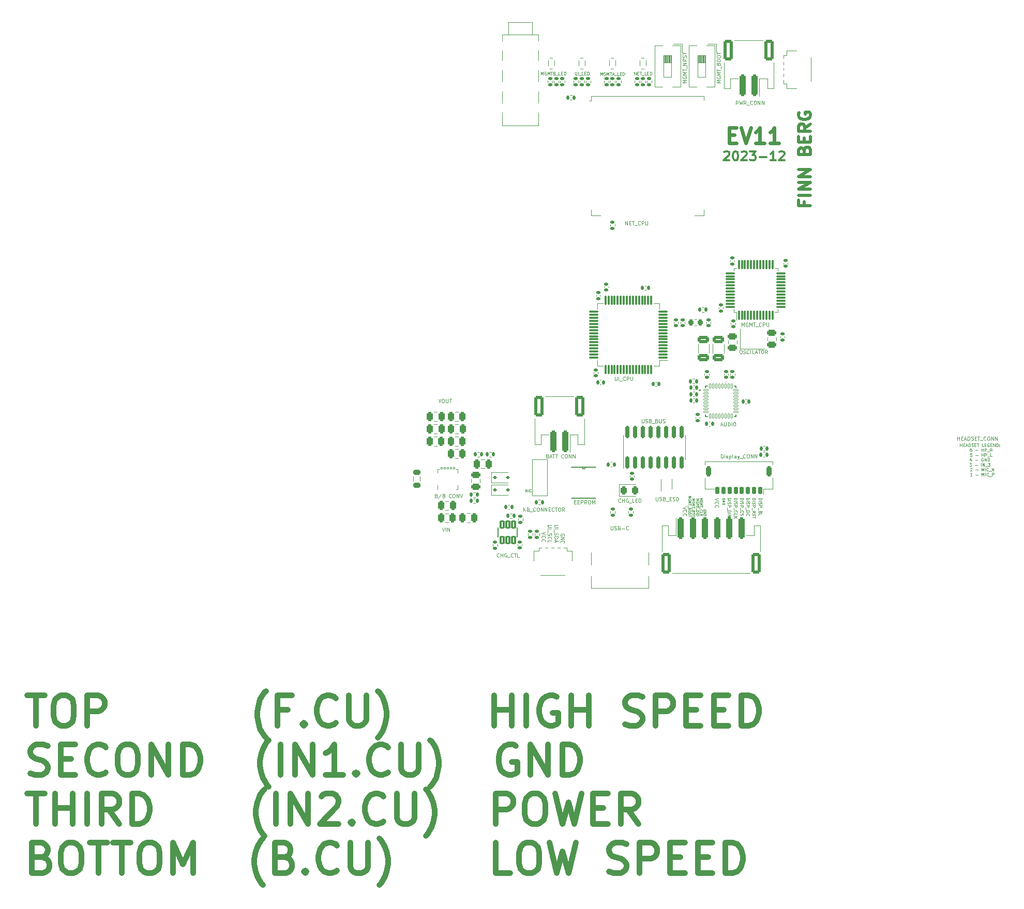
<source format=gbr>
%TF.GenerationSoftware,KiCad,Pcbnew,7.0.5*%
%TF.CreationDate,2023-12-19T13:44:27-08:00*%
%TF.ProjectId,EV11 Board Design,45563131-2042-46f6-9172-642044657369,EV9*%
%TF.SameCoordinates,Original*%
%TF.FileFunction,Legend,Top*%
%TF.FilePolarity,Positive*%
%FSLAX46Y46*%
G04 Gerber Fmt 4.6, Leading zero omitted, Abs format (unit mm)*
G04 Created by KiCad (PCBNEW 7.0.5) date 2023-12-19 13:44:27*
%MOMM*%
%LPD*%
G01*
G04 APERTURE LIST*
G04 Aperture macros list*
%AMRoundRect*
0 Rectangle with rounded corners*
0 $1 Rounding radius*
0 $2 $3 $4 $5 $6 $7 $8 $9 X,Y pos of 4 corners*
0 Add a 4 corners polygon primitive as box body*
4,1,4,$2,$3,$4,$5,$6,$7,$8,$9,$2,$3,0*
0 Add four circle primitives for the rounded corners*
1,1,$1+$1,$2,$3*
1,1,$1+$1,$4,$5*
1,1,$1+$1,$6,$7*
1,1,$1+$1,$8,$9*
0 Add four rect primitives between the rounded corners*
20,1,$1+$1,$2,$3,$4,$5,0*
20,1,$1+$1,$4,$5,$6,$7,0*
20,1,$1+$1,$6,$7,$8,$9,0*
20,1,$1+$1,$8,$9,$2,$3,0*%
G04 Aperture macros list end*
%ADD10C,0.100000*%
%ADD11C,0.500000*%
%ADD12C,0.625000*%
%ADD13C,0.900000*%
%ADD14C,0.300000*%
%ADD15C,0.120000*%
%ADD16C,0.152400*%
%ADD17C,0.127000*%
%ADD18C,0.200000*%
%ADD19RoundRect,0.250000X0.250000X0.475000X-0.250000X0.475000X-0.250000X-0.475000X0.250000X-0.475000X0*%
%ADD20RoundRect,0.140000X-0.170000X0.140000X-0.170000X-0.140000X0.170000X-0.140000X0.170000X0.140000X0*%
%ADD21R,1.422400X0.533400*%
%ADD22RoundRect,0.250000X-0.475000X0.250000X-0.475000X-0.250000X0.475000X-0.250000X0.475000X0.250000X0*%
%ADD23RoundRect,0.140000X-0.140000X-0.170000X0.140000X-0.170000X0.140000X0.170000X-0.140000X0.170000X0*%
%ADD24RoundRect,0.250000X-0.250000X-0.475000X0.250000X-0.475000X0.250000X0.475000X-0.250000X0.475000X0*%
%ADD25RoundRect,0.075000X0.075000X-0.662500X0.075000X0.662500X-0.075000X0.662500X-0.075000X-0.662500X0*%
%ADD26RoundRect,0.075000X0.662500X-0.075000X0.662500X0.075000X-0.662500X0.075000X-0.662500X-0.075000X0*%
%ADD27RoundRect,0.135000X0.135000X0.185000X-0.135000X0.185000X-0.135000X-0.185000X0.135000X-0.185000X0*%
%ADD28R,1.500000X1.500000*%
%ADD29RoundRect,0.140000X0.140000X0.170000X-0.140000X0.170000X-0.140000X-0.170000X0.140000X-0.170000X0*%
%ADD30RoundRect,0.140000X0.170000X-0.140000X0.170000X0.140000X-0.170000X0.140000X-0.170000X-0.140000X0*%
%ADD31RoundRect,0.135000X-0.185000X0.135000X-0.185000X-0.135000X0.185000X-0.135000X0.185000X0.135000X0*%
%ADD32RoundRect,0.135000X-0.135000X-0.185000X0.135000X-0.185000X0.135000X0.185000X-0.135000X0.185000X0*%
%ADD33RoundRect,0.150000X0.150000X0.475000X-0.150000X0.475000X-0.150000X-0.475000X0.150000X-0.475000X0*%
%ADD34RoundRect,0.225000X0.225000X0.625000X-0.225000X0.625000X-0.225000X-0.625000X0.225000X-0.625000X0*%
%ADD35R,0.400000X0.410000*%
%ADD36R,0.400000X0.200000*%
%ADD37RoundRect,0.075000X0.700000X0.075000X-0.700000X0.075000X-0.700000X-0.075000X0.700000X-0.075000X0*%
%ADD38RoundRect,0.075000X0.075000X0.700000X-0.075000X0.700000X-0.075000X-0.700000X0.075000X-0.700000X0*%
%ADD39RoundRect,0.250000X0.250000X1.500000X-0.250000X1.500000X-0.250000X-1.500000X0.250000X-1.500000X0*%
%ADD40RoundRect,0.250001X0.499999X1.449999X-0.499999X1.449999X-0.499999X-1.449999X0.499999X-1.449999X0*%
%ADD41RoundRect,0.243750X-0.243750X-0.456250X0.243750X-0.456250X0.243750X0.456250X-0.243750X0.456250X0*%
%ADD42R,1.700000X0.500000*%
%ADD43R,2.500000X1.200000*%
%ADD44RoundRect,0.218750X-0.218750X-0.256250X0.218750X-0.256250X0.218750X0.256250X-0.218750X0.256250X0*%
%ADD45RoundRect,0.142600X-0.249400X0.564400X-0.249400X-0.564400X0.249400X-0.564400X0.249400X0.564400X0*%
%ADD46RoundRect,0.135000X0.185000X-0.135000X0.185000X0.135000X-0.185000X0.135000X-0.185000X-0.135000X0*%
%ADD47R,1.120000X2.160000*%
%ADD48RoundRect,0.250000X0.650000X-0.325000X0.650000X0.325000X-0.650000X0.325000X-0.650000X-0.325000X0*%
%ADD49RoundRect,0.112500X-0.187500X-0.112500X0.187500X-0.112500X0.187500X0.112500X-0.187500X0.112500X0*%
%ADD50RoundRect,0.218750X0.381250X-0.218750X0.381250X0.218750X-0.381250X0.218750X-0.381250X-0.218750X0*%
%ADD51RoundRect,0.007500X-0.372500X-0.117500X0.372500X-0.117500X0.372500X0.117500X-0.372500X0.117500X0*%
%ADD52RoundRect,0.007500X0.117500X-0.372500X0.117500X0.372500X-0.117500X0.372500X-0.117500X-0.372500X0*%
%ADD53R,3.650000X3.650000*%
%ADD54RoundRect,0.250000X0.475000X-0.250000X0.475000X0.250000X-0.475000X0.250000X-0.475000X-0.250000X0*%
%ADD55R,0.400000X0.600000*%
%ADD56RoundRect,0.150000X0.150000X-0.825000X0.150000X0.825000X-0.150000X0.825000X-0.150000X-0.825000X0*%
%ADD57R,0.500000X1.700000*%
%ADD58R,1.200000X2.500000*%
%ADD59R,1.500000X0.900000*%
%ADD60R,0.900000X1.500000*%
%ADD61RoundRect,0.250000X-0.250000X-1.500000X0.250000X-1.500000X0.250000X1.500000X-0.250000X1.500000X0*%
%ADD62RoundRect,0.250001X-0.499999X-1.449999X0.499999X-1.449999X0.499999X1.449999X-0.499999X1.449999X0*%
%ADD63C,0.650000*%
%ADD64R,0.600000X1.450000*%
%ADD65R,0.300000X1.450000*%
%ADD66O,1.000000X2.100000*%
%ADD67O,1.000000X1.600000*%
%ADD68R,0.375000X0.500000*%
%ADD69R,0.300000X0.650000*%
%ADD70RoundRect,0.070000X0.140000X-0.140000X0.140000X0.140000X-0.140000X0.140000X-0.140000X-0.140000X0*%
%ADD71O,0.420000X0.990000*%
%ADD72R,0.600000X0.230000*%
%ADD73R,0.700000X0.250000*%
%ADD74C,0.600000*%
%ADD75R,0.900000X0.650000*%
%ADD76R,2.150000X1.700000*%
%ADD77R,1.400000X1.200000*%
G04 APERTURE END LIST*
D10*
X134861429Y-131189847D02*
X134861429Y-130789847D01*
X134861429Y-130789847D02*
X134994762Y-131075561D01*
X134994762Y-131075561D02*
X135128095Y-130789847D01*
X135128095Y-130789847D02*
X135128095Y-131189847D01*
X135318572Y-131189847D02*
X135318572Y-130789847D01*
X135737619Y-131151752D02*
X135718571Y-131170800D01*
X135718571Y-131170800D02*
X135661429Y-131189847D01*
X135661429Y-131189847D02*
X135623333Y-131189847D01*
X135623333Y-131189847D02*
X135566190Y-131170800D01*
X135566190Y-131170800D02*
X135528095Y-131132704D01*
X135528095Y-131132704D02*
X135509048Y-131094609D01*
X135509048Y-131094609D02*
X135490000Y-131018419D01*
X135490000Y-131018419D02*
X135490000Y-130961276D01*
X135490000Y-130961276D02*
X135509048Y-130885085D01*
X135509048Y-130885085D02*
X135528095Y-130846990D01*
X135528095Y-130846990D02*
X135566190Y-130808895D01*
X135566190Y-130808895D02*
X135623333Y-130789847D01*
X135623333Y-130789847D02*
X135661429Y-130789847D01*
X135661429Y-130789847D02*
X135718571Y-130808895D01*
X135718571Y-130808895D02*
X135737619Y-130827942D01*
X121212857Y-137022371D02*
X121412857Y-137622371D01*
X121412857Y-137622371D02*
X121612857Y-137022371D01*
X121812858Y-137622371D02*
X121812858Y-137022371D01*
X122098572Y-137622371D02*
X122098572Y-137022371D01*
X122098572Y-137022371D02*
X122441429Y-137622371D01*
X122441429Y-137622371D02*
X122441429Y-137022371D01*
X147093809Y-62966109D02*
X147093809Y-62466109D01*
X147093809Y-62466109D02*
X147260476Y-62823252D01*
X147260476Y-62823252D02*
X147427142Y-62466109D01*
X147427142Y-62466109D02*
X147427142Y-62966109D01*
X147927143Y-62489919D02*
X147879524Y-62466109D01*
X147879524Y-62466109D02*
X147808095Y-62466109D01*
X147808095Y-62466109D02*
X147736667Y-62489919D01*
X147736667Y-62489919D02*
X147689048Y-62537538D01*
X147689048Y-62537538D02*
X147665238Y-62585157D01*
X147665238Y-62585157D02*
X147641429Y-62680395D01*
X147641429Y-62680395D02*
X147641429Y-62751823D01*
X147641429Y-62751823D02*
X147665238Y-62847061D01*
X147665238Y-62847061D02*
X147689048Y-62894680D01*
X147689048Y-62894680D02*
X147736667Y-62942300D01*
X147736667Y-62942300D02*
X147808095Y-62966109D01*
X147808095Y-62966109D02*
X147855714Y-62966109D01*
X147855714Y-62966109D02*
X147927143Y-62942300D01*
X147927143Y-62942300D02*
X147950952Y-62918490D01*
X147950952Y-62918490D02*
X147950952Y-62751823D01*
X147950952Y-62751823D02*
X147855714Y-62751823D01*
X148165238Y-62966109D02*
X148165238Y-62466109D01*
X148165238Y-62466109D02*
X148331905Y-62823252D01*
X148331905Y-62823252D02*
X148498571Y-62466109D01*
X148498571Y-62466109D02*
X148498571Y-62966109D01*
X148665239Y-62466109D02*
X148950953Y-62466109D01*
X148808096Y-62966109D02*
X148808096Y-62466109D01*
X149093810Y-62823252D02*
X149331905Y-62823252D01*
X149046191Y-62966109D02*
X149212857Y-62466109D01*
X149212857Y-62466109D02*
X149379524Y-62966109D01*
X149427143Y-63013728D02*
X149808095Y-63013728D01*
X150165237Y-62966109D02*
X149927142Y-62966109D01*
X149927142Y-62966109D02*
X149927142Y-62466109D01*
X150331904Y-62704204D02*
X150498571Y-62704204D01*
X150569999Y-62966109D02*
X150331904Y-62966109D01*
X150331904Y-62966109D02*
X150331904Y-62466109D01*
X150331904Y-62466109D02*
X150569999Y-62466109D01*
X150784285Y-62966109D02*
X150784285Y-62466109D01*
X150784285Y-62466109D02*
X150903333Y-62466109D01*
X150903333Y-62466109D02*
X150974761Y-62489919D01*
X150974761Y-62489919D02*
X151022380Y-62537538D01*
X151022380Y-62537538D02*
X151046190Y-62585157D01*
X151046190Y-62585157D02*
X151069999Y-62680395D01*
X151069999Y-62680395D02*
X151069999Y-62751823D01*
X151069999Y-62751823D02*
X151046190Y-62847061D01*
X151046190Y-62847061D02*
X151022380Y-62894680D01*
X151022380Y-62894680D02*
X150974761Y-62942300D01*
X150974761Y-62942300D02*
X150903333Y-62966109D01*
X150903333Y-62966109D02*
X150784285Y-62966109D01*
D11*
X180481619Y-83628195D02*
X180481619Y-84294862D01*
X181529238Y-84294862D02*
X179529238Y-84294862D01*
X179529238Y-84294862D02*
X179529238Y-83342481D01*
X181529238Y-82580576D02*
X179529238Y-82580576D01*
X181529238Y-81628195D02*
X179529238Y-81628195D01*
X179529238Y-81628195D02*
X181529238Y-80485338D01*
X181529238Y-80485338D02*
X179529238Y-80485338D01*
X181529238Y-79532957D02*
X179529238Y-79532957D01*
X179529238Y-79532957D02*
X181529238Y-78390100D01*
X181529238Y-78390100D02*
X179529238Y-78390100D01*
X180481619Y-75247242D02*
X180576857Y-74961528D01*
X180576857Y-74961528D02*
X180672095Y-74866290D01*
X180672095Y-74866290D02*
X180862571Y-74771052D01*
X180862571Y-74771052D02*
X181148285Y-74771052D01*
X181148285Y-74771052D02*
X181338761Y-74866290D01*
X181338761Y-74866290D02*
X181434000Y-74961528D01*
X181434000Y-74961528D02*
X181529238Y-75152004D01*
X181529238Y-75152004D02*
X181529238Y-75913909D01*
X181529238Y-75913909D02*
X179529238Y-75913909D01*
X179529238Y-75913909D02*
X179529238Y-75247242D01*
X179529238Y-75247242D02*
X179624476Y-75056766D01*
X179624476Y-75056766D02*
X179719714Y-74961528D01*
X179719714Y-74961528D02*
X179910190Y-74866290D01*
X179910190Y-74866290D02*
X180100666Y-74866290D01*
X180100666Y-74866290D02*
X180291142Y-74961528D01*
X180291142Y-74961528D02*
X180386380Y-75056766D01*
X180386380Y-75056766D02*
X180481619Y-75247242D01*
X180481619Y-75247242D02*
X180481619Y-75913909D01*
X180481619Y-73913909D02*
X180481619Y-73247242D01*
X181529238Y-72961528D02*
X181529238Y-73913909D01*
X181529238Y-73913909D02*
X179529238Y-73913909D01*
X179529238Y-73913909D02*
X179529238Y-72961528D01*
X181529238Y-70961528D02*
X180576857Y-71628195D01*
X181529238Y-72104385D02*
X179529238Y-72104385D01*
X179529238Y-72104385D02*
X179529238Y-71342480D01*
X179529238Y-71342480D02*
X179624476Y-71152004D01*
X179624476Y-71152004D02*
X179719714Y-71056766D01*
X179719714Y-71056766D02*
X179910190Y-70961528D01*
X179910190Y-70961528D02*
X180195904Y-70961528D01*
X180195904Y-70961528D02*
X180386380Y-71056766D01*
X180386380Y-71056766D02*
X180481619Y-71152004D01*
X180481619Y-71152004D02*
X180576857Y-71342480D01*
X180576857Y-71342480D02*
X180576857Y-72104385D01*
X179624476Y-69056766D02*
X179529238Y-69247242D01*
X179529238Y-69247242D02*
X179529238Y-69532956D01*
X179529238Y-69532956D02*
X179624476Y-69818671D01*
X179624476Y-69818671D02*
X179814952Y-70009147D01*
X179814952Y-70009147D02*
X180005428Y-70104385D01*
X180005428Y-70104385D02*
X180386380Y-70199623D01*
X180386380Y-70199623D02*
X180672095Y-70199623D01*
X180672095Y-70199623D02*
X181053047Y-70104385D01*
X181053047Y-70104385D02*
X181243523Y-70009147D01*
X181243523Y-70009147D02*
X181434000Y-69818671D01*
X181434000Y-69818671D02*
X181529238Y-69532956D01*
X181529238Y-69532956D02*
X181529238Y-69342480D01*
X181529238Y-69342480D02*
X181434000Y-69056766D01*
X181434000Y-69056766D02*
X181338761Y-68961528D01*
X181338761Y-68961528D02*
X180672095Y-68961528D01*
X180672095Y-68961528D02*
X180672095Y-69342480D01*
D10*
X167451104Y-132445237D02*
X167470152Y-132407142D01*
X167470152Y-132407142D02*
X167470152Y-132349999D01*
X167470152Y-132349999D02*
X167451104Y-132292856D01*
X167451104Y-132292856D02*
X167413009Y-132254761D01*
X167413009Y-132254761D02*
X167374914Y-132235714D01*
X167374914Y-132235714D02*
X167298723Y-132216666D01*
X167298723Y-132216666D02*
X167241580Y-132216666D01*
X167241580Y-132216666D02*
X167165390Y-132235714D01*
X167165390Y-132235714D02*
X167127295Y-132254761D01*
X167127295Y-132254761D02*
X167089200Y-132292856D01*
X167089200Y-132292856D02*
X167070152Y-132349999D01*
X167070152Y-132349999D02*
X167070152Y-132388095D01*
X167070152Y-132388095D02*
X167089200Y-132445237D01*
X167089200Y-132445237D02*
X167108247Y-132464285D01*
X167108247Y-132464285D02*
X167241580Y-132464285D01*
X167241580Y-132464285D02*
X167241580Y-132388095D01*
X167070152Y-132635714D02*
X167470152Y-132635714D01*
X167470152Y-132635714D02*
X167070152Y-132864285D01*
X167070152Y-132864285D02*
X167470152Y-132864285D01*
X167070152Y-133054762D02*
X167470152Y-133054762D01*
X167470152Y-133054762D02*
X167470152Y-133150000D01*
X167470152Y-133150000D02*
X167451104Y-133207143D01*
X167451104Y-133207143D02*
X167413009Y-133245238D01*
X167413009Y-133245238D02*
X167374914Y-133264285D01*
X167374914Y-133264285D02*
X167298723Y-133283333D01*
X167298723Y-133283333D02*
X167241580Y-133283333D01*
X167241580Y-133283333D02*
X167165390Y-133264285D01*
X167165390Y-133264285D02*
X167127295Y-133245238D01*
X167127295Y-133245238D02*
X167089200Y-133207143D01*
X167089200Y-133207143D02*
X167070152Y-133150000D01*
X167070152Y-133150000D02*
X167070152Y-133054762D01*
X205562858Y-122732371D02*
X205562858Y-122132371D01*
X205562858Y-122418085D02*
X205905715Y-122418085D01*
X205905715Y-122732371D02*
X205905715Y-122132371D01*
X206191429Y-122418085D02*
X206391429Y-122418085D01*
X206477143Y-122732371D02*
X206191429Y-122732371D01*
X206191429Y-122732371D02*
X206191429Y-122132371D01*
X206191429Y-122132371D02*
X206477143Y-122132371D01*
X206705714Y-122560942D02*
X206991429Y-122560942D01*
X206648571Y-122732371D02*
X206848571Y-122132371D01*
X206848571Y-122132371D02*
X207048571Y-122732371D01*
X207248572Y-122732371D02*
X207248572Y-122132371D01*
X207248572Y-122132371D02*
X207391429Y-122132371D01*
X207391429Y-122132371D02*
X207477143Y-122160942D01*
X207477143Y-122160942D02*
X207534286Y-122218085D01*
X207534286Y-122218085D02*
X207562857Y-122275228D01*
X207562857Y-122275228D02*
X207591429Y-122389514D01*
X207591429Y-122389514D02*
X207591429Y-122475228D01*
X207591429Y-122475228D02*
X207562857Y-122589514D01*
X207562857Y-122589514D02*
X207534286Y-122646657D01*
X207534286Y-122646657D02*
X207477143Y-122703800D01*
X207477143Y-122703800D02*
X207391429Y-122732371D01*
X207391429Y-122732371D02*
X207248572Y-122732371D01*
X207820000Y-122703800D02*
X207905715Y-122732371D01*
X207905715Y-122732371D02*
X208048572Y-122732371D01*
X208048572Y-122732371D02*
X208105715Y-122703800D01*
X208105715Y-122703800D02*
X208134286Y-122675228D01*
X208134286Y-122675228D02*
X208162857Y-122618085D01*
X208162857Y-122618085D02*
X208162857Y-122560942D01*
X208162857Y-122560942D02*
X208134286Y-122503800D01*
X208134286Y-122503800D02*
X208105715Y-122475228D01*
X208105715Y-122475228D02*
X208048572Y-122446657D01*
X208048572Y-122446657D02*
X207934286Y-122418085D01*
X207934286Y-122418085D02*
X207877143Y-122389514D01*
X207877143Y-122389514D02*
X207848572Y-122360942D01*
X207848572Y-122360942D02*
X207820000Y-122303800D01*
X207820000Y-122303800D02*
X207820000Y-122246657D01*
X207820000Y-122246657D02*
X207848572Y-122189514D01*
X207848572Y-122189514D02*
X207877143Y-122160942D01*
X207877143Y-122160942D02*
X207934286Y-122132371D01*
X207934286Y-122132371D02*
X208077143Y-122132371D01*
X208077143Y-122132371D02*
X208162857Y-122160942D01*
X208420001Y-122418085D02*
X208620001Y-122418085D01*
X208705715Y-122732371D02*
X208420001Y-122732371D01*
X208420001Y-122732371D02*
X208420001Y-122132371D01*
X208420001Y-122132371D02*
X208705715Y-122132371D01*
X208877143Y-122132371D02*
X209220001Y-122132371D01*
X209048572Y-122732371D02*
X209048572Y-122132371D01*
X209277144Y-122789514D02*
X209734286Y-122789514D01*
X210220001Y-122675228D02*
X210191429Y-122703800D01*
X210191429Y-122703800D02*
X210105715Y-122732371D01*
X210105715Y-122732371D02*
X210048572Y-122732371D01*
X210048572Y-122732371D02*
X209962858Y-122703800D01*
X209962858Y-122703800D02*
X209905715Y-122646657D01*
X209905715Y-122646657D02*
X209877144Y-122589514D01*
X209877144Y-122589514D02*
X209848572Y-122475228D01*
X209848572Y-122475228D02*
X209848572Y-122389514D01*
X209848572Y-122389514D02*
X209877144Y-122275228D01*
X209877144Y-122275228D02*
X209905715Y-122218085D01*
X209905715Y-122218085D02*
X209962858Y-122160942D01*
X209962858Y-122160942D02*
X210048572Y-122132371D01*
X210048572Y-122132371D02*
X210105715Y-122132371D01*
X210105715Y-122132371D02*
X210191429Y-122160942D01*
X210191429Y-122160942D02*
X210220001Y-122189514D01*
X210591429Y-122132371D02*
X210705715Y-122132371D01*
X210705715Y-122132371D02*
X210762858Y-122160942D01*
X210762858Y-122160942D02*
X210820001Y-122218085D01*
X210820001Y-122218085D02*
X210848572Y-122332371D01*
X210848572Y-122332371D02*
X210848572Y-122532371D01*
X210848572Y-122532371D02*
X210820001Y-122646657D01*
X210820001Y-122646657D02*
X210762858Y-122703800D01*
X210762858Y-122703800D02*
X210705715Y-122732371D01*
X210705715Y-122732371D02*
X210591429Y-122732371D01*
X210591429Y-122732371D02*
X210534287Y-122703800D01*
X210534287Y-122703800D02*
X210477144Y-122646657D01*
X210477144Y-122646657D02*
X210448572Y-122532371D01*
X210448572Y-122532371D02*
X210448572Y-122332371D01*
X210448572Y-122332371D02*
X210477144Y-122218085D01*
X210477144Y-122218085D02*
X210534287Y-122160942D01*
X210534287Y-122160942D02*
X210591429Y-122132371D01*
X211105715Y-122732371D02*
X211105715Y-122132371D01*
X211105715Y-122132371D02*
X211448572Y-122732371D01*
X211448572Y-122732371D02*
X211448572Y-122132371D01*
X211734286Y-122732371D02*
X211734286Y-122132371D01*
X211734286Y-122132371D02*
X212077143Y-122732371D01*
X212077143Y-122732371D02*
X212077143Y-122132371D01*
X142959047Y-62386109D02*
X142959047Y-62790871D01*
X142959047Y-62790871D02*
X142982857Y-62838490D01*
X142982857Y-62838490D02*
X143006666Y-62862300D01*
X143006666Y-62862300D02*
X143054285Y-62886109D01*
X143054285Y-62886109D02*
X143149523Y-62886109D01*
X143149523Y-62886109D02*
X143197142Y-62862300D01*
X143197142Y-62862300D02*
X143220952Y-62838490D01*
X143220952Y-62838490D02*
X143244761Y-62790871D01*
X143244761Y-62790871D02*
X143244761Y-62386109D01*
X143482857Y-62886109D02*
X143482857Y-62386109D01*
X143601905Y-62933728D02*
X143982857Y-62933728D01*
X144339999Y-62886109D02*
X144101904Y-62886109D01*
X144101904Y-62886109D02*
X144101904Y-62386109D01*
X144506666Y-62624204D02*
X144673333Y-62624204D01*
X144744761Y-62886109D02*
X144506666Y-62886109D01*
X144506666Y-62886109D02*
X144506666Y-62386109D01*
X144506666Y-62386109D02*
X144744761Y-62386109D01*
X144959047Y-62886109D02*
X144959047Y-62386109D01*
X144959047Y-62386109D02*
X145078095Y-62386109D01*
X145078095Y-62386109D02*
X145149523Y-62409919D01*
X145149523Y-62409919D02*
X145197142Y-62457538D01*
X145197142Y-62457538D02*
X145220952Y-62505157D01*
X145220952Y-62505157D02*
X145244761Y-62600395D01*
X145244761Y-62600395D02*
X145244761Y-62671823D01*
X145244761Y-62671823D02*
X145220952Y-62767061D01*
X145220952Y-62767061D02*
X145197142Y-62814680D01*
X145197142Y-62814680D02*
X145149523Y-62862300D01*
X145149523Y-62862300D02*
X145078095Y-62886109D01*
X145078095Y-62886109D02*
X144959047Y-62886109D01*
X170973890Y-132201429D02*
X171473890Y-132201429D01*
X171473890Y-132201429D02*
X171473890Y-132320477D01*
X171473890Y-132320477D02*
X171450080Y-132391905D01*
X171450080Y-132391905D02*
X171402461Y-132439524D01*
X171402461Y-132439524D02*
X171354842Y-132463334D01*
X171354842Y-132463334D02*
X171259604Y-132487143D01*
X171259604Y-132487143D02*
X171188176Y-132487143D01*
X171188176Y-132487143D02*
X171092938Y-132463334D01*
X171092938Y-132463334D02*
X171045319Y-132439524D01*
X171045319Y-132439524D02*
X170997700Y-132391905D01*
X170997700Y-132391905D02*
X170973890Y-132320477D01*
X170973890Y-132320477D02*
X170973890Y-132201429D01*
X170973890Y-132701429D02*
X171473890Y-132701429D01*
X170997700Y-132915715D02*
X170973890Y-132987143D01*
X170973890Y-132987143D02*
X170973890Y-133106191D01*
X170973890Y-133106191D02*
X170997700Y-133153810D01*
X170997700Y-133153810D02*
X171021509Y-133177619D01*
X171021509Y-133177619D02*
X171069128Y-133201429D01*
X171069128Y-133201429D02*
X171116747Y-133201429D01*
X171116747Y-133201429D02*
X171164366Y-133177619D01*
X171164366Y-133177619D02*
X171188176Y-133153810D01*
X171188176Y-133153810D02*
X171211985Y-133106191D01*
X171211985Y-133106191D02*
X171235795Y-133010953D01*
X171235795Y-133010953D02*
X171259604Y-132963334D01*
X171259604Y-132963334D02*
X171283414Y-132939524D01*
X171283414Y-132939524D02*
X171331033Y-132915715D01*
X171331033Y-132915715D02*
X171378652Y-132915715D01*
X171378652Y-132915715D02*
X171426271Y-132939524D01*
X171426271Y-132939524D02*
X171450080Y-132963334D01*
X171450080Y-132963334D02*
X171473890Y-133010953D01*
X171473890Y-133010953D02*
X171473890Y-133130000D01*
X171473890Y-133130000D02*
X171450080Y-133201429D01*
X170973890Y-133415714D02*
X171473890Y-133415714D01*
X171473890Y-133415714D02*
X171473890Y-133606190D01*
X171473890Y-133606190D02*
X171450080Y-133653809D01*
X171450080Y-133653809D02*
X171426271Y-133677619D01*
X171426271Y-133677619D02*
X171378652Y-133701428D01*
X171378652Y-133701428D02*
X171307223Y-133701428D01*
X171307223Y-133701428D02*
X171259604Y-133677619D01*
X171259604Y-133677619D02*
X171235795Y-133653809D01*
X171235795Y-133653809D02*
X171211985Y-133606190D01*
X171211985Y-133606190D02*
X171211985Y-133415714D01*
X170926271Y-133796667D02*
X170926271Y-134177619D01*
X170973890Y-134296666D02*
X171473890Y-134296666D01*
X171473890Y-134296666D02*
X171473890Y-134415714D01*
X171473890Y-134415714D02*
X171450080Y-134487142D01*
X171450080Y-134487142D02*
X171402461Y-134534761D01*
X171402461Y-134534761D02*
X171354842Y-134558571D01*
X171354842Y-134558571D02*
X171259604Y-134582380D01*
X171259604Y-134582380D02*
X171188176Y-134582380D01*
X171188176Y-134582380D02*
X171092938Y-134558571D01*
X171092938Y-134558571D02*
X171045319Y-134534761D01*
X171045319Y-134534761D02*
X170997700Y-134487142D01*
X170997700Y-134487142D02*
X170973890Y-134415714D01*
X170973890Y-134415714D02*
X170973890Y-134296666D01*
X171021509Y-135082380D02*
X170997700Y-135058571D01*
X170997700Y-135058571D02*
X170973890Y-134987142D01*
X170973890Y-134987142D02*
X170973890Y-134939523D01*
X170973890Y-134939523D02*
X170997700Y-134868095D01*
X170997700Y-134868095D02*
X171045319Y-134820476D01*
X171045319Y-134820476D02*
X171092938Y-134796666D01*
X171092938Y-134796666D02*
X171188176Y-134772857D01*
X171188176Y-134772857D02*
X171259604Y-134772857D01*
X171259604Y-134772857D02*
X171354842Y-134796666D01*
X171354842Y-134796666D02*
X171402461Y-134820476D01*
X171402461Y-134820476D02*
X171450080Y-134868095D01*
X171450080Y-134868095D02*
X171473890Y-134939523D01*
X171473890Y-134939523D02*
X171473890Y-134987142D01*
X171473890Y-134987142D02*
X171450080Y-135058571D01*
X171450080Y-135058571D02*
X171426271Y-135082380D01*
X170031428Y-107952371D02*
X170145714Y-107952371D01*
X170145714Y-107952371D02*
X170202857Y-107980942D01*
X170202857Y-107980942D02*
X170260000Y-108038085D01*
X170260000Y-108038085D02*
X170288571Y-108152371D01*
X170288571Y-108152371D02*
X170288571Y-108352371D01*
X170288571Y-108352371D02*
X170260000Y-108466657D01*
X170260000Y-108466657D02*
X170202857Y-108523800D01*
X170202857Y-108523800D02*
X170145714Y-108552371D01*
X170145714Y-108552371D02*
X170031428Y-108552371D01*
X170031428Y-108552371D02*
X169974286Y-108523800D01*
X169974286Y-108523800D02*
X169917143Y-108466657D01*
X169917143Y-108466657D02*
X169888571Y-108352371D01*
X169888571Y-108352371D02*
X169888571Y-108152371D01*
X169888571Y-108152371D02*
X169917143Y-108038085D01*
X169917143Y-108038085D02*
X169974286Y-107980942D01*
X169974286Y-107980942D02*
X170031428Y-107952371D01*
X170517142Y-108523800D02*
X170602857Y-108552371D01*
X170602857Y-108552371D02*
X170745714Y-108552371D01*
X170745714Y-108552371D02*
X170802857Y-108523800D01*
X170802857Y-108523800D02*
X170831428Y-108495228D01*
X170831428Y-108495228D02*
X170859999Y-108438085D01*
X170859999Y-108438085D02*
X170859999Y-108380942D01*
X170859999Y-108380942D02*
X170831428Y-108323800D01*
X170831428Y-108323800D02*
X170802857Y-108295228D01*
X170802857Y-108295228D02*
X170745714Y-108266657D01*
X170745714Y-108266657D02*
X170631428Y-108238085D01*
X170631428Y-108238085D02*
X170574285Y-108209514D01*
X170574285Y-108209514D02*
X170545714Y-108180942D01*
X170545714Y-108180942D02*
X170517142Y-108123800D01*
X170517142Y-108123800D02*
X170517142Y-108066657D01*
X170517142Y-108066657D02*
X170545714Y-108009514D01*
X170545714Y-108009514D02*
X170574285Y-107980942D01*
X170574285Y-107980942D02*
X170631428Y-107952371D01*
X170631428Y-107952371D02*
X170774285Y-107952371D01*
X170774285Y-107952371D02*
X170859999Y-107980942D01*
X171460000Y-108495228D02*
X171431428Y-108523800D01*
X171431428Y-108523800D02*
X171345714Y-108552371D01*
X171345714Y-108552371D02*
X171288571Y-108552371D01*
X171288571Y-108552371D02*
X171202857Y-108523800D01*
X171202857Y-108523800D02*
X171145714Y-108466657D01*
X171145714Y-108466657D02*
X171117143Y-108409514D01*
X171117143Y-108409514D02*
X171088571Y-108295228D01*
X171088571Y-108295228D02*
X171088571Y-108209514D01*
X171088571Y-108209514D02*
X171117143Y-108095228D01*
X171117143Y-108095228D02*
X171145714Y-108038085D01*
X171145714Y-108038085D02*
X171202857Y-107980942D01*
X171202857Y-107980942D02*
X171288571Y-107952371D01*
X171288571Y-107952371D02*
X171345714Y-107952371D01*
X171345714Y-107952371D02*
X171431428Y-107980942D01*
X171431428Y-107980942D02*
X171460000Y-108009514D01*
X171717143Y-108552371D02*
X171717143Y-107952371D01*
X172288571Y-108552371D02*
X172002857Y-108552371D01*
X172002857Y-108552371D02*
X172002857Y-107952371D01*
X172459999Y-108380942D02*
X172745714Y-108380942D01*
X172402856Y-108552371D02*
X172602856Y-107952371D01*
X172602856Y-107952371D02*
X172802856Y-108552371D01*
X172917142Y-107952371D02*
X173260000Y-107952371D01*
X173088571Y-108552371D02*
X173088571Y-107952371D01*
X173574285Y-107952371D02*
X173688571Y-107952371D01*
X173688571Y-107952371D02*
X173745714Y-107980942D01*
X173745714Y-107980942D02*
X173802857Y-108038085D01*
X173802857Y-108038085D02*
X173831428Y-108152371D01*
X173831428Y-108152371D02*
X173831428Y-108352371D01*
X173831428Y-108352371D02*
X173802857Y-108466657D01*
X173802857Y-108466657D02*
X173745714Y-108523800D01*
X173745714Y-108523800D02*
X173688571Y-108552371D01*
X173688571Y-108552371D02*
X173574285Y-108552371D01*
X173574285Y-108552371D02*
X173517143Y-108523800D01*
X173517143Y-108523800D02*
X173460000Y-108466657D01*
X173460000Y-108466657D02*
X173431428Y-108352371D01*
X173431428Y-108352371D02*
X173431428Y-108152371D01*
X173431428Y-108152371D02*
X173460000Y-108038085D01*
X173460000Y-108038085D02*
X173517143Y-107980942D01*
X173517143Y-107980942D02*
X173574285Y-107952371D01*
X174431428Y-108552371D02*
X174231428Y-108266657D01*
X174088571Y-108552371D02*
X174088571Y-107952371D01*
X174088571Y-107952371D02*
X174317142Y-107952371D01*
X174317142Y-107952371D02*
X174374285Y-107980942D01*
X174374285Y-107980942D02*
X174402856Y-108009514D01*
X174402856Y-108009514D02*
X174431428Y-108066657D01*
X174431428Y-108066657D02*
X174431428Y-108152371D01*
X174431428Y-108152371D02*
X174402856Y-108209514D01*
X174402856Y-108209514D02*
X174374285Y-108238085D01*
X174374285Y-108238085D02*
X174317142Y-108266657D01*
X174317142Y-108266657D02*
X174088571Y-108266657D01*
X152641428Y-62896109D02*
X152641428Y-62396109D01*
X152641428Y-62396109D02*
X152927142Y-62896109D01*
X152927142Y-62896109D02*
X152927142Y-62396109D01*
X153165238Y-62634204D02*
X153331905Y-62634204D01*
X153403333Y-62896109D02*
X153165238Y-62896109D01*
X153165238Y-62896109D02*
X153165238Y-62396109D01*
X153165238Y-62396109D02*
X153403333Y-62396109D01*
X153546191Y-62396109D02*
X153831905Y-62396109D01*
X153689048Y-62896109D02*
X153689048Y-62396109D01*
X153879524Y-62943728D02*
X154260476Y-62943728D01*
X154617618Y-62896109D02*
X154379523Y-62896109D01*
X154379523Y-62896109D02*
X154379523Y-62396109D01*
X154784285Y-62634204D02*
X154950952Y-62634204D01*
X155022380Y-62896109D02*
X154784285Y-62896109D01*
X154784285Y-62896109D02*
X154784285Y-62396109D01*
X154784285Y-62396109D02*
X155022380Y-62396109D01*
X155236666Y-62896109D02*
X155236666Y-62396109D01*
X155236666Y-62396109D02*
X155355714Y-62396109D01*
X155355714Y-62396109D02*
X155427142Y-62419919D01*
X155427142Y-62419919D02*
X155474761Y-62467538D01*
X155474761Y-62467538D02*
X155498571Y-62515157D01*
X155498571Y-62515157D02*
X155522380Y-62610395D01*
X155522380Y-62610395D02*
X155522380Y-62681823D01*
X155522380Y-62681823D02*
X155498571Y-62777061D01*
X155498571Y-62777061D02*
X155474761Y-62824680D01*
X155474761Y-62824680D02*
X155427142Y-62872300D01*
X155427142Y-62872300D02*
X155355714Y-62896109D01*
X155355714Y-62896109D02*
X155236666Y-62896109D01*
X153874286Y-119272371D02*
X153874286Y-119758085D01*
X153874286Y-119758085D02*
X153902857Y-119815228D01*
X153902857Y-119815228D02*
X153931429Y-119843800D01*
X153931429Y-119843800D02*
X153988571Y-119872371D01*
X153988571Y-119872371D02*
X154102857Y-119872371D01*
X154102857Y-119872371D02*
X154160000Y-119843800D01*
X154160000Y-119843800D02*
X154188571Y-119815228D01*
X154188571Y-119815228D02*
X154217143Y-119758085D01*
X154217143Y-119758085D02*
X154217143Y-119272371D01*
X154474285Y-119843800D02*
X154560000Y-119872371D01*
X154560000Y-119872371D02*
X154702857Y-119872371D01*
X154702857Y-119872371D02*
X154760000Y-119843800D01*
X154760000Y-119843800D02*
X154788571Y-119815228D01*
X154788571Y-119815228D02*
X154817142Y-119758085D01*
X154817142Y-119758085D02*
X154817142Y-119700942D01*
X154817142Y-119700942D02*
X154788571Y-119643800D01*
X154788571Y-119643800D02*
X154760000Y-119615228D01*
X154760000Y-119615228D02*
X154702857Y-119586657D01*
X154702857Y-119586657D02*
X154588571Y-119558085D01*
X154588571Y-119558085D02*
X154531428Y-119529514D01*
X154531428Y-119529514D02*
X154502857Y-119500942D01*
X154502857Y-119500942D02*
X154474285Y-119443800D01*
X154474285Y-119443800D02*
X154474285Y-119386657D01*
X154474285Y-119386657D02*
X154502857Y-119329514D01*
X154502857Y-119329514D02*
X154531428Y-119300942D01*
X154531428Y-119300942D02*
X154588571Y-119272371D01*
X154588571Y-119272371D02*
X154731428Y-119272371D01*
X154731428Y-119272371D02*
X154817142Y-119300942D01*
X155274286Y-119558085D02*
X155360000Y-119586657D01*
X155360000Y-119586657D02*
X155388571Y-119615228D01*
X155388571Y-119615228D02*
X155417143Y-119672371D01*
X155417143Y-119672371D02*
X155417143Y-119758085D01*
X155417143Y-119758085D02*
X155388571Y-119815228D01*
X155388571Y-119815228D02*
X155360000Y-119843800D01*
X155360000Y-119843800D02*
X155302857Y-119872371D01*
X155302857Y-119872371D02*
X155074286Y-119872371D01*
X155074286Y-119872371D02*
X155074286Y-119272371D01*
X155074286Y-119272371D02*
X155274286Y-119272371D01*
X155274286Y-119272371D02*
X155331429Y-119300942D01*
X155331429Y-119300942D02*
X155360000Y-119329514D01*
X155360000Y-119329514D02*
X155388571Y-119386657D01*
X155388571Y-119386657D02*
X155388571Y-119443800D01*
X155388571Y-119443800D02*
X155360000Y-119500942D01*
X155360000Y-119500942D02*
X155331429Y-119529514D01*
X155331429Y-119529514D02*
X155274286Y-119558085D01*
X155274286Y-119558085D02*
X155074286Y-119558085D01*
X155531429Y-119929514D02*
X155988571Y-119929514D01*
X156331429Y-119558085D02*
X156417143Y-119586657D01*
X156417143Y-119586657D02*
X156445714Y-119615228D01*
X156445714Y-119615228D02*
X156474286Y-119672371D01*
X156474286Y-119672371D02*
X156474286Y-119758085D01*
X156474286Y-119758085D02*
X156445714Y-119815228D01*
X156445714Y-119815228D02*
X156417143Y-119843800D01*
X156417143Y-119843800D02*
X156360000Y-119872371D01*
X156360000Y-119872371D02*
X156131429Y-119872371D01*
X156131429Y-119872371D02*
X156131429Y-119272371D01*
X156131429Y-119272371D02*
X156331429Y-119272371D01*
X156331429Y-119272371D02*
X156388572Y-119300942D01*
X156388572Y-119300942D02*
X156417143Y-119329514D01*
X156417143Y-119329514D02*
X156445714Y-119386657D01*
X156445714Y-119386657D02*
X156445714Y-119443800D01*
X156445714Y-119443800D02*
X156417143Y-119500942D01*
X156417143Y-119500942D02*
X156388572Y-119529514D01*
X156388572Y-119529514D02*
X156331429Y-119558085D01*
X156331429Y-119558085D02*
X156131429Y-119558085D01*
X156731429Y-119272371D02*
X156731429Y-119758085D01*
X156731429Y-119758085D02*
X156760000Y-119815228D01*
X156760000Y-119815228D02*
X156788572Y-119843800D01*
X156788572Y-119843800D02*
X156845714Y-119872371D01*
X156845714Y-119872371D02*
X156960000Y-119872371D01*
X156960000Y-119872371D02*
X157017143Y-119843800D01*
X157017143Y-119843800D02*
X157045714Y-119815228D01*
X157045714Y-119815228D02*
X157074286Y-119758085D01*
X157074286Y-119758085D02*
X157074286Y-119272371D01*
X157331428Y-119843800D02*
X157417143Y-119872371D01*
X157417143Y-119872371D02*
X157560000Y-119872371D01*
X157560000Y-119872371D02*
X157617143Y-119843800D01*
X157617143Y-119843800D02*
X157645714Y-119815228D01*
X157645714Y-119815228D02*
X157674285Y-119758085D01*
X157674285Y-119758085D02*
X157674285Y-119700942D01*
X157674285Y-119700942D02*
X157645714Y-119643800D01*
X157645714Y-119643800D02*
X157617143Y-119615228D01*
X157617143Y-119615228D02*
X157560000Y-119586657D01*
X157560000Y-119586657D02*
X157445714Y-119558085D01*
X157445714Y-119558085D02*
X157388571Y-119529514D01*
X157388571Y-119529514D02*
X157360000Y-119500942D01*
X157360000Y-119500942D02*
X157331428Y-119443800D01*
X157331428Y-119443800D02*
X157331428Y-119386657D01*
X157331428Y-119386657D02*
X157360000Y-119329514D01*
X157360000Y-119329514D02*
X157388571Y-119300942D01*
X157388571Y-119300942D02*
X157445714Y-119272371D01*
X157445714Y-119272371D02*
X157588571Y-119272371D01*
X157588571Y-119272371D02*
X157674285Y-119300942D01*
X138097628Y-137799999D02*
X137497628Y-137999999D01*
X137497628Y-137999999D02*
X138097628Y-138199999D01*
X137554771Y-138742857D02*
X137526200Y-138714285D01*
X137526200Y-138714285D02*
X137497628Y-138628571D01*
X137497628Y-138628571D02*
X137497628Y-138571428D01*
X137497628Y-138571428D02*
X137526200Y-138485714D01*
X137526200Y-138485714D02*
X137583342Y-138428571D01*
X137583342Y-138428571D02*
X137640485Y-138400000D01*
X137640485Y-138400000D02*
X137754771Y-138371428D01*
X137754771Y-138371428D02*
X137840485Y-138371428D01*
X137840485Y-138371428D02*
X137954771Y-138400000D01*
X137954771Y-138400000D02*
X138011914Y-138428571D01*
X138011914Y-138428571D02*
X138069057Y-138485714D01*
X138069057Y-138485714D02*
X138097628Y-138571428D01*
X138097628Y-138571428D02*
X138097628Y-138628571D01*
X138097628Y-138628571D02*
X138069057Y-138714285D01*
X138069057Y-138714285D02*
X138040485Y-138742857D01*
X137554771Y-139342857D02*
X137526200Y-139314285D01*
X137526200Y-139314285D02*
X137497628Y-139228571D01*
X137497628Y-139228571D02*
X137497628Y-139171428D01*
X137497628Y-139171428D02*
X137526200Y-139085714D01*
X137526200Y-139085714D02*
X137583342Y-139028571D01*
X137583342Y-139028571D02*
X137640485Y-139000000D01*
X137640485Y-139000000D02*
X137754771Y-138971428D01*
X137754771Y-138971428D02*
X137840485Y-138971428D01*
X137840485Y-138971428D02*
X137954771Y-139000000D01*
X137954771Y-139000000D02*
X138011914Y-139028571D01*
X138011914Y-139028571D02*
X138069057Y-139085714D01*
X138069057Y-139085714D02*
X138097628Y-139171428D01*
X138097628Y-139171428D02*
X138097628Y-139228571D01*
X138097628Y-139228571D02*
X138069057Y-139314285D01*
X138069057Y-139314285D02*
X138040485Y-139342857D01*
X134487144Y-134372371D02*
X134487144Y-133772371D01*
X134830001Y-134372371D02*
X134572858Y-134029514D01*
X134830001Y-133772371D02*
X134487144Y-134115228D01*
X135287144Y-134058085D02*
X135372858Y-134086657D01*
X135372858Y-134086657D02*
X135401429Y-134115228D01*
X135401429Y-134115228D02*
X135430001Y-134172371D01*
X135430001Y-134172371D02*
X135430001Y-134258085D01*
X135430001Y-134258085D02*
X135401429Y-134315228D01*
X135401429Y-134315228D02*
X135372858Y-134343800D01*
X135372858Y-134343800D02*
X135315715Y-134372371D01*
X135315715Y-134372371D02*
X135087144Y-134372371D01*
X135087144Y-134372371D02*
X135087144Y-133772371D01*
X135087144Y-133772371D02*
X135287144Y-133772371D01*
X135287144Y-133772371D02*
X135344287Y-133800942D01*
X135344287Y-133800942D02*
X135372858Y-133829514D01*
X135372858Y-133829514D02*
X135401429Y-133886657D01*
X135401429Y-133886657D02*
X135401429Y-133943800D01*
X135401429Y-133943800D02*
X135372858Y-134000942D01*
X135372858Y-134000942D02*
X135344287Y-134029514D01*
X135344287Y-134029514D02*
X135287144Y-134058085D01*
X135287144Y-134058085D02*
X135087144Y-134058085D01*
X135544287Y-134429514D02*
X136001429Y-134429514D01*
X136487144Y-134315228D02*
X136458572Y-134343800D01*
X136458572Y-134343800D02*
X136372858Y-134372371D01*
X136372858Y-134372371D02*
X136315715Y-134372371D01*
X136315715Y-134372371D02*
X136230001Y-134343800D01*
X136230001Y-134343800D02*
X136172858Y-134286657D01*
X136172858Y-134286657D02*
X136144287Y-134229514D01*
X136144287Y-134229514D02*
X136115715Y-134115228D01*
X136115715Y-134115228D02*
X136115715Y-134029514D01*
X136115715Y-134029514D02*
X136144287Y-133915228D01*
X136144287Y-133915228D02*
X136172858Y-133858085D01*
X136172858Y-133858085D02*
X136230001Y-133800942D01*
X136230001Y-133800942D02*
X136315715Y-133772371D01*
X136315715Y-133772371D02*
X136372858Y-133772371D01*
X136372858Y-133772371D02*
X136458572Y-133800942D01*
X136458572Y-133800942D02*
X136487144Y-133829514D01*
X136858572Y-133772371D02*
X136972858Y-133772371D01*
X136972858Y-133772371D02*
X137030001Y-133800942D01*
X137030001Y-133800942D02*
X137087144Y-133858085D01*
X137087144Y-133858085D02*
X137115715Y-133972371D01*
X137115715Y-133972371D02*
X137115715Y-134172371D01*
X137115715Y-134172371D02*
X137087144Y-134286657D01*
X137087144Y-134286657D02*
X137030001Y-134343800D01*
X137030001Y-134343800D02*
X136972858Y-134372371D01*
X136972858Y-134372371D02*
X136858572Y-134372371D01*
X136858572Y-134372371D02*
X136801430Y-134343800D01*
X136801430Y-134343800D02*
X136744287Y-134286657D01*
X136744287Y-134286657D02*
X136715715Y-134172371D01*
X136715715Y-134172371D02*
X136715715Y-133972371D01*
X136715715Y-133972371D02*
X136744287Y-133858085D01*
X136744287Y-133858085D02*
X136801430Y-133800942D01*
X136801430Y-133800942D02*
X136858572Y-133772371D01*
X137372858Y-134372371D02*
X137372858Y-133772371D01*
X137372858Y-133772371D02*
X137715715Y-134372371D01*
X137715715Y-134372371D02*
X137715715Y-133772371D01*
X138001429Y-134372371D02*
X138001429Y-133772371D01*
X138001429Y-133772371D02*
X138344286Y-134372371D01*
X138344286Y-134372371D02*
X138344286Y-133772371D01*
X138630000Y-134058085D02*
X138830000Y-134058085D01*
X138915714Y-134372371D02*
X138630000Y-134372371D01*
X138630000Y-134372371D02*
X138630000Y-133772371D01*
X138630000Y-133772371D02*
X138915714Y-133772371D01*
X139515714Y-134315228D02*
X139487142Y-134343800D01*
X139487142Y-134343800D02*
X139401428Y-134372371D01*
X139401428Y-134372371D02*
X139344285Y-134372371D01*
X139344285Y-134372371D02*
X139258571Y-134343800D01*
X139258571Y-134343800D02*
X139201428Y-134286657D01*
X139201428Y-134286657D02*
X139172857Y-134229514D01*
X139172857Y-134229514D02*
X139144285Y-134115228D01*
X139144285Y-134115228D02*
X139144285Y-134029514D01*
X139144285Y-134029514D02*
X139172857Y-133915228D01*
X139172857Y-133915228D02*
X139201428Y-133858085D01*
X139201428Y-133858085D02*
X139258571Y-133800942D01*
X139258571Y-133800942D02*
X139344285Y-133772371D01*
X139344285Y-133772371D02*
X139401428Y-133772371D01*
X139401428Y-133772371D02*
X139487142Y-133800942D01*
X139487142Y-133800942D02*
X139515714Y-133829514D01*
X139687142Y-133772371D02*
X140030000Y-133772371D01*
X139858571Y-134372371D02*
X139858571Y-133772371D01*
X140344285Y-133772371D02*
X140458571Y-133772371D01*
X140458571Y-133772371D02*
X140515714Y-133800942D01*
X140515714Y-133800942D02*
X140572857Y-133858085D01*
X140572857Y-133858085D02*
X140601428Y-133972371D01*
X140601428Y-133972371D02*
X140601428Y-134172371D01*
X140601428Y-134172371D02*
X140572857Y-134286657D01*
X140572857Y-134286657D02*
X140515714Y-134343800D01*
X140515714Y-134343800D02*
X140458571Y-134372371D01*
X140458571Y-134372371D02*
X140344285Y-134372371D01*
X140344285Y-134372371D02*
X140287143Y-134343800D01*
X140287143Y-134343800D02*
X140230000Y-134286657D01*
X140230000Y-134286657D02*
X140201428Y-134172371D01*
X140201428Y-134172371D02*
X140201428Y-133972371D01*
X140201428Y-133972371D02*
X140230000Y-133858085D01*
X140230000Y-133858085D02*
X140287143Y-133800942D01*
X140287143Y-133800942D02*
X140344285Y-133772371D01*
X141201428Y-134372371D02*
X141001428Y-134086657D01*
X140858571Y-134372371D02*
X140858571Y-133772371D01*
X140858571Y-133772371D02*
X141087142Y-133772371D01*
X141087142Y-133772371D02*
X141144285Y-133800942D01*
X141144285Y-133800942D02*
X141172856Y-133829514D01*
X141172856Y-133829514D02*
X141201428Y-133886657D01*
X141201428Y-133886657D02*
X141201428Y-133972371D01*
X141201428Y-133972371D02*
X141172856Y-134029514D01*
X141172856Y-134029514D02*
X141144285Y-134058085D01*
X141144285Y-134058085D02*
X141087142Y-134086657D01*
X141087142Y-134086657D02*
X140858571Y-134086657D01*
X167933890Y-132190476D02*
X168433890Y-132190476D01*
X168433890Y-132190476D02*
X168433890Y-132309524D01*
X168433890Y-132309524D02*
X168410080Y-132380952D01*
X168410080Y-132380952D02*
X168362461Y-132428571D01*
X168362461Y-132428571D02*
X168314842Y-132452381D01*
X168314842Y-132452381D02*
X168219604Y-132476190D01*
X168219604Y-132476190D02*
X168148176Y-132476190D01*
X168148176Y-132476190D02*
X168052938Y-132452381D01*
X168052938Y-132452381D02*
X168005319Y-132428571D01*
X168005319Y-132428571D02*
X167957700Y-132380952D01*
X167957700Y-132380952D02*
X167933890Y-132309524D01*
X167933890Y-132309524D02*
X167933890Y-132190476D01*
X167933890Y-132690476D02*
X168433890Y-132690476D01*
X167957700Y-132904762D02*
X167933890Y-132976190D01*
X167933890Y-132976190D02*
X167933890Y-133095238D01*
X167933890Y-133095238D02*
X167957700Y-133142857D01*
X167957700Y-133142857D02*
X167981509Y-133166666D01*
X167981509Y-133166666D02*
X168029128Y-133190476D01*
X168029128Y-133190476D02*
X168076747Y-133190476D01*
X168076747Y-133190476D02*
X168124366Y-133166666D01*
X168124366Y-133166666D02*
X168148176Y-133142857D01*
X168148176Y-133142857D02*
X168171985Y-133095238D01*
X168171985Y-133095238D02*
X168195795Y-133000000D01*
X168195795Y-133000000D02*
X168219604Y-132952381D01*
X168219604Y-132952381D02*
X168243414Y-132928571D01*
X168243414Y-132928571D02*
X168291033Y-132904762D01*
X168291033Y-132904762D02*
X168338652Y-132904762D01*
X168338652Y-132904762D02*
X168386271Y-132928571D01*
X168386271Y-132928571D02*
X168410080Y-132952381D01*
X168410080Y-132952381D02*
X168433890Y-133000000D01*
X168433890Y-133000000D02*
X168433890Y-133119047D01*
X168433890Y-133119047D02*
X168410080Y-133190476D01*
X167933890Y-133404761D02*
X168433890Y-133404761D01*
X168433890Y-133404761D02*
X168433890Y-133595237D01*
X168433890Y-133595237D02*
X168410080Y-133642856D01*
X168410080Y-133642856D02*
X168386271Y-133666666D01*
X168386271Y-133666666D02*
X168338652Y-133690475D01*
X168338652Y-133690475D02*
X168267223Y-133690475D01*
X168267223Y-133690475D02*
X168219604Y-133666666D01*
X168219604Y-133666666D02*
X168195795Y-133642856D01*
X168195795Y-133642856D02*
X168171985Y-133595237D01*
X168171985Y-133595237D02*
X168171985Y-133404761D01*
X167886271Y-133785714D02*
X167886271Y-134166666D01*
X167933890Y-134285713D02*
X168433890Y-134285713D01*
X168433890Y-134285713D02*
X168433890Y-134404761D01*
X168433890Y-134404761D02*
X168410080Y-134476189D01*
X168410080Y-134476189D02*
X168362461Y-134523808D01*
X168362461Y-134523808D02*
X168314842Y-134547618D01*
X168314842Y-134547618D02*
X168219604Y-134571427D01*
X168219604Y-134571427D02*
X168148176Y-134571427D01*
X168148176Y-134571427D02*
X168052938Y-134547618D01*
X168052938Y-134547618D02*
X168005319Y-134523808D01*
X168005319Y-134523808D02*
X167957700Y-134476189D01*
X167957700Y-134476189D02*
X167933890Y-134404761D01*
X167933890Y-134404761D02*
X167933890Y-134285713D01*
X167933890Y-134785713D02*
X168433890Y-134785713D01*
X167933890Y-135023808D02*
X168433890Y-135023808D01*
X168433890Y-135023808D02*
X167933890Y-135309522D01*
X167933890Y-135309522D02*
X168433890Y-135309522D01*
X205995714Y-123761109D02*
X205995714Y-123261109D01*
X205995714Y-123499204D02*
X206281428Y-123499204D01*
X206281428Y-123761109D02*
X206281428Y-123261109D01*
X206519524Y-123499204D02*
X206686191Y-123499204D01*
X206757619Y-123761109D02*
X206519524Y-123761109D01*
X206519524Y-123761109D02*
X206519524Y-123261109D01*
X206519524Y-123261109D02*
X206757619Y-123261109D01*
X206948096Y-123618252D02*
X207186191Y-123618252D01*
X206900477Y-123761109D02*
X207067143Y-123261109D01*
X207067143Y-123261109D02*
X207233810Y-123761109D01*
X207400476Y-123761109D02*
X207400476Y-123261109D01*
X207400476Y-123261109D02*
X207519524Y-123261109D01*
X207519524Y-123261109D02*
X207590952Y-123284919D01*
X207590952Y-123284919D02*
X207638571Y-123332538D01*
X207638571Y-123332538D02*
X207662381Y-123380157D01*
X207662381Y-123380157D02*
X207686190Y-123475395D01*
X207686190Y-123475395D02*
X207686190Y-123546823D01*
X207686190Y-123546823D02*
X207662381Y-123642061D01*
X207662381Y-123642061D02*
X207638571Y-123689680D01*
X207638571Y-123689680D02*
X207590952Y-123737300D01*
X207590952Y-123737300D02*
X207519524Y-123761109D01*
X207519524Y-123761109D02*
X207400476Y-123761109D01*
X207876667Y-123737300D02*
X207948095Y-123761109D01*
X207948095Y-123761109D02*
X208067143Y-123761109D01*
X208067143Y-123761109D02*
X208114762Y-123737300D01*
X208114762Y-123737300D02*
X208138571Y-123713490D01*
X208138571Y-123713490D02*
X208162381Y-123665871D01*
X208162381Y-123665871D02*
X208162381Y-123618252D01*
X208162381Y-123618252D02*
X208138571Y-123570633D01*
X208138571Y-123570633D02*
X208114762Y-123546823D01*
X208114762Y-123546823D02*
X208067143Y-123523014D01*
X208067143Y-123523014D02*
X207971905Y-123499204D01*
X207971905Y-123499204D02*
X207924286Y-123475395D01*
X207924286Y-123475395D02*
X207900476Y-123451585D01*
X207900476Y-123451585D02*
X207876667Y-123403966D01*
X207876667Y-123403966D02*
X207876667Y-123356347D01*
X207876667Y-123356347D02*
X207900476Y-123308728D01*
X207900476Y-123308728D02*
X207924286Y-123284919D01*
X207924286Y-123284919D02*
X207971905Y-123261109D01*
X207971905Y-123261109D02*
X208090952Y-123261109D01*
X208090952Y-123261109D02*
X208162381Y-123284919D01*
X208376666Y-123499204D02*
X208543333Y-123499204D01*
X208614761Y-123761109D02*
X208376666Y-123761109D01*
X208376666Y-123761109D02*
X208376666Y-123261109D01*
X208376666Y-123261109D02*
X208614761Y-123261109D01*
X208757619Y-123261109D02*
X209043333Y-123261109D01*
X208900476Y-123761109D02*
X208900476Y-123261109D01*
X209829046Y-123761109D02*
X209590951Y-123761109D01*
X209590951Y-123761109D02*
X209590951Y-123261109D01*
X209995713Y-123499204D02*
X210162380Y-123499204D01*
X210233808Y-123761109D02*
X209995713Y-123761109D01*
X209995713Y-123761109D02*
X209995713Y-123261109D01*
X209995713Y-123261109D02*
X210233808Y-123261109D01*
X210709999Y-123284919D02*
X210662380Y-123261109D01*
X210662380Y-123261109D02*
X210590951Y-123261109D01*
X210590951Y-123261109D02*
X210519523Y-123284919D01*
X210519523Y-123284919D02*
X210471904Y-123332538D01*
X210471904Y-123332538D02*
X210448094Y-123380157D01*
X210448094Y-123380157D02*
X210424285Y-123475395D01*
X210424285Y-123475395D02*
X210424285Y-123546823D01*
X210424285Y-123546823D02*
X210448094Y-123642061D01*
X210448094Y-123642061D02*
X210471904Y-123689680D01*
X210471904Y-123689680D02*
X210519523Y-123737300D01*
X210519523Y-123737300D02*
X210590951Y-123761109D01*
X210590951Y-123761109D02*
X210638570Y-123761109D01*
X210638570Y-123761109D02*
X210709999Y-123737300D01*
X210709999Y-123737300D02*
X210733808Y-123713490D01*
X210733808Y-123713490D02*
X210733808Y-123546823D01*
X210733808Y-123546823D02*
X210638570Y-123546823D01*
X210948094Y-123499204D02*
X211114761Y-123499204D01*
X211186189Y-123761109D02*
X210948094Y-123761109D01*
X210948094Y-123761109D02*
X210948094Y-123261109D01*
X210948094Y-123261109D02*
X211186189Y-123261109D01*
X211400475Y-123761109D02*
X211400475Y-123261109D01*
X211400475Y-123261109D02*
X211686189Y-123761109D01*
X211686189Y-123761109D02*
X211686189Y-123261109D01*
X211924285Y-123761109D02*
X211924285Y-123261109D01*
X211924285Y-123261109D02*
X212043333Y-123261109D01*
X212043333Y-123261109D02*
X212114761Y-123284919D01*
X212114761Y-123284919D02*
X212162380Y-123332538D01*
X212162380Y-123332538D02*
X212186190Y-123380157D01*
X212186190Y-123380157D02*
X212209999Y-123475395D01*
X212209999Y-123475395D02*
X212209999Y-123546823D01*
X212209999Y-123546823D02*
X212186190Y-123642061D01*
X212186190Y-123642061D02*
X212162380Y-123689680D01*
X212162380Y-123689680D02*
X212114761Y-123737300D01*
X212114761Y-123737300D02*
X212043333Y-123761109D01*
X212043333Y-123761109D02*
X211924285Y-123761109D01*
X212424285Y-123713490D02*
X212448095Y-123737300D01*
X212448095Y-123737300D02*
X212424285Y-123761109D01*
X212424285Y-123761109D02*
X212400476Y-123737300D01*
X212400476Y-123737300D02*
X212424285Y-123713490D01*
X212424285Y-123713490D02*
X212424285Y-123761109D01*
X212424285Y-123451585D02*
X212448095Y-123475395D01*
X212448095Y-123475395D02*
X212424285Y-123499204D01*
X212424285Y-123499204D02*
X212400476Y-123475395D01*
X212400476Y-123475395D02*
X212424285Y-123451585D01*
X212424285Y-123451585D02*
X212424285Y-123499204D01*
X207852857Y-124066109D02*
X207757619Y-124066109D01*
X207757619Y-124066109D02*
X207710000Y-124089919D01*
X207710000Y-124089919D02*
X207686190Y-124113728D01*
X207686190Y-124113728D02*
X207638571Y-124185157D01*
X207638571Y-124185157D02*
X207614762Y-124280395D01*
X207614762Y-124280395D02*
X207614762Y-124470871D01*
X207614762Y-124470871D02*
X207638571Y-124518490D01*
X207638571Y-124518490D02*
X207662381Y-124542300D01*
X207662381Y-124542300D02*
X207710000Y-124566109D01*
X207710000Y-124566109D02*
X207805238Y-124566109D01*
X207805238Y-124566109D02*
X207852857Y-124542300D01*
X207852857Y-124542300D02*
X207876666Y-124518490D01*
X207876666Y-124518490D02*
X207900476Y-124470871D01*
X207900476Y-124470871D02*
X207900476Y-124351823D01*
X207900476Y-124351823D02*
X207876666Y-124304204D01*
X207876666Y-124304204D02*
X207852857Y-124280395D01*
X207852857Y-124280395D02*
X207805238Y-124256585D01*
X207805238Y-124256585D02*
X207710000Y-124256585D01*
X207710000Y-124256585D02*
X207662381Y-124280395D01*
X207662381Y-124280395D02*
X207638571Y-124304204D01*
X207638571Y-124304204D02*
X207614762Y-124351823D01*
X208495713Y-124375633D02*
X208876666Y-124375633D01*
X209495713Y-124566109D02*
X209495713Y-124066109D01*
X209495713Y-124304204D02*
X209781427Y-124304204D01*
X209781427Y-124566109D02*
X209781427Y-124066109D01*
X210019523Y-124566109D02*
X210019523Y-124066109D01*
X210019523Y-124066109D02*
X210209999Y-124066109D01*
X210209999Y-124066109D02*
X210257618Y-124089919D01*
X210257618Y-124089919D02*
X210281428Y-124113728D01*
X210281428Y-124113728D02*
X210305237Y-124161347D01*
X210305237Y-124161347D02*
X210305237Y-124232776D01*
X210305237Y-124232776D02*
X210281428Y-124280395D01*
X210281428Y-124280395D02*
X210257618Y-124304204D01*
X210257618Y-124304204D02*
X210209999Y-124328014D01*
X210209999Y-124328014D02*
X210019523Y-124328014D01*
X210400476Y-124613728D02*
X210781428Y-124613728D01*
X211186189Y-124566109D02*
X211019523Y-124328014D01*
X210900475Y-124566109D02*
X210900475Y-124066109D01*
X210900475Y-124066109D02*
X211090951Y-124066109D01*
X211090951Y-124066109D02*
X211138570Y-124089919D01*
X211138570Y-124089919D02*
X211162380Y-124113728D01*
X211162380Y-124113728D02*
X211186189Y-124161347D01*
X211186189Y-124161347D02*
X211186189Y-124232776D01*
X211186189Y-124232776D02*
X211162380Y-124280395D01*
X211162380Y-124280395D02*
X211138570Y-124304204D01*
X211138570Y-124304204D02*
X211090951Y-124328014D01*
X211090951Y-124328014D02*
X210900475Y-124328014D01*
X207924285Y-124871109D02*
X207686190Y-124871109D01*
X207686190Y-124871109D02*
X207662381Y-125109204D01*
X207662381Y-125109204D02*
X207686190Y-125085395D01*
X207686190Y-125085395D02*
X207733809Y-125061585D01*
X207733809Y-125061585D02*
X207852857Y-125061585D01*
X207852857Y-125061585D02*
X207900476Y-125085395D01*
X207900476Y-125085395D02*
X207924285Y-125109204D01*
X207924285Y-125109204D02*
X207948095Y-125156823D01*
X207948095Y-125156823D02*
X207948095Y-125275871D01*
X207948095Y-125275871D02*
X207924285Y-125323490D01*
X207924285Y-125323490D02*
X207900476Y-125347300D01*
X207900476Y-125347300D02*
X207852857Y-125371109D01*
X207852857Y-125371109D02*
X207733809Y-125371109D01*
X207733809Y-125371109D02*
X207686190Y-125347300D01*
X207686190Y-125347300D02*
X207662381Y-125323490D01*
X208543332Y-125180633D02*
X208924285Y-125180633D01*
X209543332Y-125371109D02*
X209543332Y-124871109D01*
X209543332Y-125109204D02*
X209829046Y-125109204D01*
X209829046Y-125371109D02*
X209829046Y-124871109D01*
X210067142Y-125371109D02*
X210067142Y-124871109D01*
X210067142Y-124871109D02*
X210257618Y-124871109D01*
X210257618Y-124871109D02*
X210305237Y-124894919D01*
X210305237Y-124894919D02*
X210329047Y-124918728D01*
X210329047Y-124918728D02*
X210352856Y-124966347D01*
X210352856Y-124966347D02*
X210352856Y-125037776D01*
X210352856Y-125037776D02*
X210329047Y-125085395D01*
X210329047Y-125085395D02*
X210305237Y-125109204D01*
X210305237Y-125109204D02*
X210257618Y-125133014D01*
X210257618Y-125133014D02*
X210067142Y-125133014D01*
X210448095Y-125418728D02*
X210829047Y-125418728D01*
X211186189Y-125371109D02*
X210948094Y-125371109D01*
X210948094Y-125371109D02*
X210948094Y-124871109D01*
X207852857Y-125842776D02*
X207852857Y-126176109D01*
X207733809Y-125652300D02*
X207614762Y-126009442D01*
X207614762Y-126009442D02*
X207924285Y-126009442D01*
X208495713Y-125985633D02*
X208876666Y-125985633D01*
X209757618Y-125699919D02*
X209709999Y-125676109D01*
X209709999Y-125676109D02*
X209638570Y-125676109D01*
X209638570Y-125676109D02*
X209567142Y-125699919D01*
X209567142Y-125699919D02*
X209519523Y-125747538D01*
X209519523Y-125747538D02*
X209495713Y-125795157D01*
X209495713Y-125795157D02*
X209471904Y-125890395D01*
X209471904Y-125890395D02*
X209471904Y-125961823D01*
X209471904Y-125961823D02*
X209495713Y-126057061D01*
X209495713Y-126057061D02*
X209519523Y-126104680D01*
X209519523Y-126104680D02*
X209567142Y-126152300D01*
X209567142Y-126152300D02*
X209638570Y-126176109D01*
X209638570Y-126176109D02*
X209686189Y-126176109D01*
X209686189Y-126176109D02*
X209757618Y-126152300D01*
X209757618Y-126152300D02*
X209781427Y-126128490D01*
X209781427Y-126128490D02*
X209781427Y-125961823D01*
X209781427Y-125961823D02*
X209686189Y-125961823D01*
X209995713Y-126176109D02*
X209995713Y-125676109D01*
X209995713Y-125676109D02*
X210281427Y-126176109D01*
X210281427Y-126176109D02*
X210281427Y-125676109D01*
X210519523Y-126176109D02*
X210519523Y-125676109D01*
X210519523Y-125676109D02*
X210638571Y-125676109D01*
X210638571Y-125676109D02*
X210709999Y-125699919D01*
X210709999Y-125699919D02*
X210757618Y-125747538D01*
X210757618Y-125747538D02*
X210781428Y-125795157D01*
X210781428Y-125795157D02*
X210805237Y-125890395D01*
X210805237Y-125890395D02*
X210805237Y-125961823D01*
X210805237Y-125961823D02*
X210781428Y-126057061D01*
X210781428Y-126057061D02*
X210757618Y-126104680D01*
X210757618Y-126104680D02*
X210709999Y-126152300D01*
X210709999Y-126152300D02*
X210638571Y-126176109D01*
X210638571Y-126176109D02*
X210519523Y-126176109D01*
X207543334Y-126481109D02*
X207852858Y-126481109D01*
X207852858Y-126481109D02*
X207686191Y-126671585D01*
X207686191Y-126671585D02*
X207757620Y-126671585D01*
X207757620Y-126671585D02*
X207805239Y-126695395D01*
X207805239Y-126695395D02*
X207829048Y-126719204D01*
X207829048Y-126719204D02*
X207852858Y-126766823D01*
X207852858Y-126766823D02*
X207852858Y-126885871D01*
X207852858Y-126885871D02*
X207829048Y-126933490D01*
X207829048Y-126933490D02*
X207805239Y-126957300D01*
X207805239Y-126957300D02*
X207757620Y-126981109D01*
X207757620Y-126981109D02*
X207614763Y-126981109D01*
X207614763Y-126981109D02*
X207567144Y-126957300D01*
X207567144Y-126957300D02*
X207543334Y-126933490D01*
X208448095Y-126790633D02*
X208829048Y-126790633D01*
X209448095Y-126981109D02*
X209448095Y-126481109D01*
X209686190Y-126981109D02*
X209686190Y-126481109D01*
X209686190Y-126481109D02*
X209971904Y-126981109D01*
X209971904Y-126981109D02*
X209971904Y-126481109D01*
X210090953Y-127028728D02*
X210471905Y-127028728D01*
X210543333Y-126481109D02*
X210852857Y-126481109D01*
X210852857Y-126481109D02*
X210686190Y-126671585D01*
X210686190Y-126671585D02*
X210757619Y-126671585D01*
X210757619Y-126671585D02*
X210805238Y-126695395D01*
X210805238Y-126695395D02*
X210829047Y-126719204D01*
X210829047Y-126719204D02*
X210852857Y-126766823D01*
X210852857Y-126766823D02*
X210852857Y-126885871D01*
X210852857Y-126885871D02*
X210829047Y-126933490D01*
X210829047Y-126933490D02*
X210805238Y-126957300D01*
X210805238Y-126957300D02*
X210757619Y-126981109D01*
X210757619Y-126981109D02*
X210614762Y-126981109D01*
X210614762Y-126981109D02*
X210567143Y-126957300D01*
X210567143Y-126957300D02*
X210543333Y-126933490D01*
X207650476Y-127333728D02*
X207674285Y-127309919D01*
X207674285Y-127309919D02*
X207721904Y-127286109D01*
X207721904Y-127286109D02*
X207840952Y-127286109D01*
X207840952Y-127286109D02*
X207888571Y-127309919D01*
X207888571Y-127309919D02*
X207912380Y-127333728D01*
X207912380Y-127333728D02*
X207936190Y-127381347D01*
X207936190Y-127381347D02*
X207936190Y-127428966D01*
X207936190Y-127428966D02*
X207912380Y-127500395D01*
X207912380Y-127500395D02*
X207626666Y-127786109D01*
X207626666Y-127786109D02*
X207936190Y-127786109D01*
X208531427Y-127595633D02*
X208912380Y-127595633D01*
X209531427Y-127786109D02*
X209531427Y-127286109D01*
X209531427Y-127286109D02*
X209698094Y-127643252D01*
X209698094Y-127643252D02*
X209864760Y-127286109D01*
X209864760Y-127286109D02*
X209864760Y-127786109D01*
X210102856Y-127786109D02*
X210102856Y-127286109D01*
X210626665Y-127738490D02*
X210602856Y-127762300D01*
X210602856Y-127762300D02*
X210531427Y-127786109D01*
X210531427Y-127786109D02*
X210483808Y-127786109D01*
X210483808Y-127786109D02*
X210412380Y-127762300D01*
X210412380Y-127762300D02*
X210364761Y-127714680D01*
X210364761Y-127714680D02*
X210340951Y-127667061D01*
X210340951Y-127667061D02*
X210317142Y-127571823D01*
X210317142Y-127571823D02*
X210317142Y-127500395D01*
X210317142Y-127500395D02*
X210340951Y-127405157D01*
X210340951Y-127405157D02*
X210364761Y-127357538D01*
X210364761Y-127357538D02*
X210412380Y-127309919D01*
X210412380Y-127309919D02*
X210483808Y-127286109D01*
X210483808Y-127286109D02*
X210531427Y-127286109D01*
X210531427Y-127286109D02*
X210602856Y-127309919D01*
X210602856Y-127309919D02*
X210626665Y-127333728D01*
X210721904Y-127833728D02*
X211102856Y-127833728D01*
X211221903Y-127786109D02*
X211221903Y-127286109D01*
X211221903Y-127286109D02*
X211507617Y-127786109D01*
X211507617Y-127786109D02*
X211507617Y-127286109D01*
X207948095Y-128591109D02*
X207662381Y-128591109D01*
X207805238Y-128591109D02*
X207805238Y-128091109D01*
X207805238Y-128091109D02*
X207757619Y-128162538D01*
X207757619Y-128162538D02*
X207710000Y-128210157D01*
X207710000Y-128210157D02*
X207662381Y-128233966D01*
X208543332Y-128400633D02*
X208924285Y-128400633D01*
X209543332Y-128591109D02*
X209543332Y-128091109D01*
X209543332Y-128091109D02*
X209709999Y-128448252D01*
X209709999Y-128448252D02*
X209876665Y-128091109D01*
X209876665Y-128091109D02*
X209876665Y-128591109D01*
X210114761Y-128591109D02*
X210114761Y-128091109D01*
X210638570Y-128543490D02*
X210614761Y-128567300D01*
X210614761Y-128567300D02*
X210543332Y-128591109D01*
X210543332Y-128591109D02*
X210495713Y-128591109D01*
X210495713Y-128591109D02*
X210424285Y-128567300D01*
X210424285Y-128567300D02*
X210376666Y-128519680D01*
X210376666Y-128519680D02*
X210352856Y-128472061D01*
X210352856Y-128472061D02*
X210329047Y-128376823D01*
X210329047Y-128376823D02*
X210329047Y-128305395D01*
X210329047Y-128305395D02*
X210352856Y-128210157D01*
X210352856Y-128210157D02*
X210376666Y-128162538D01*
X210376666Y-128162538D02*
X210424285Y-128114919D01*
X210424285Y-128114919D02*
X210495713Y-128091109D01*
X210495713Y-128091109D02*
X210543332Y-128091109D01*
X210543332Y-128091109D02*
X210614761Y-128114919D01*
X210614761Y-128114919D02*
X210638570Y-128138728D01*
X210733809Y-128638728D02*
X211114761Y-128638728D01*
X211233808Y-128591109D02*
X211233808Y-128091109D01*
X211233808Y-128091109D02*
X211424284Y-128091109D01*
X211424284Y-128091109D02*
X211471903Y-128114919D01*
X211471903Y-128114919D02*
X211495713Y-128138728D01*
X211495713Y-128138728D02*
X211519522Y-128186347D01*
X211519522Y-128186347D02*
X211519522Y-128257776D01*
X211519522Y-128257776D02*
X211495713Y-128305395D01*
X211495713Y-128305395D02*
X211471903Y-128329204D01*
X211471903Y-128329204D02*
X211424284Y-128353014D01*
X211424284Y-128353014D02*
X211233808Y-128353014D01*
X166766371Y-64171141D02*
X166166371Y-64171141D01*
X166166371Y-64171141D02*
X166594942Y-63971141D01*
X166594942Y-63971141D02*
X166166371Y-63771141D01*
X166166371Y-63771141D02*
X166766371Y-63771141D01*
X166194942Y-63171142D02*
X166166371Y-63228285D01*
X166166371Y-63228285D02*
X166166371Y-63313999D01*
X166166371Y-63313999D02*
X166194942Y-63399713D01*
X166194942Y-63399713D02*
X166252085Y-63456856D01*
X166252085Y-63456856D02*
X166309228Y-63485427D01*
X166309228Y-63485427D02*
X166423514Y-63513999D01*
X166423514Y-63513999D02*
X166509228Y-63513999D01*
X166509228Y-63513999D02*
X166623514Y-63485427D01*
X166623514Y-63485427D02*
X166680657Y-63456856D01*
X166680657Y-63456856D02*
X166737800Y-63399713D01*
X166737800Y-63399713D02*
X166766371Y-63313999D01*
X166766371Y-63313999D02*
X166766371Y-63256856D01*
X166766371Y-63256856D02*
X166737800Y-63171142D01*
X166737800Y-63171142D02*
X166709228Y-63142570D01*
X166709228Y-63142570D02*
X166509228Y-63142570D01*
X166509228Y-63142570D02*
X166509228Y-63256856D01*
X166766371Y-62885427D02*
X166166371Y-62885427D01*
X166166371Y-62885427D02*
X166594942Y-62685427D01*
X166594942Y-62685427D02*
X166166371Y-62485427D01*
X166166371Y-62485427D02*
X166766371Y-62485427D01*
X166166371Y-62285428D02*
X166166371Y-61942571D01*
X166766371Y-62113999D02*
X166166371Y-62113999D01*
X166823514Y-61885428D02*
X166823514Y-61428285D01*
X166452085Y-61085427D02*
X166480657Y-60999713D01*
X166480657Y-60999713D02*
X166509228Y-60971142D01*
X166509228Y-60971142D02*
X166566371Y-60942570D01*
X166566371Y-60942570D02*
X166652085Y-60942570D01*
X166652085Y-60942570D02*
X166709228Y-60971142D01*
X166709228Y-60971142D02*
X166737800Y-60999713D01*
X166737800Y-60999713D02*
X166766371Y-61056856D01*
X166766371Y-61056856D02*
X166766371Y-61285427D01*
X166766371Y-61285427D02*
X166166371Y-61285427D01*
X166166371Y-61285427D02*
X166166371Y-61085427D01*
X166166371Y-61085427D02*
X166194942Y-61028285D01*
X166194942Y-61028285D02*
X166223514Y-60999713D01*
X166223514Y-60999713D02*
X166280657Y-60971142D01*
X166280657Y-60971142D02*
X166337800Y-60971142D01*
X166337800Y-60971142D02*
X166394942Y-60999713D01*
X166394942Y-60999713D02*
X166423514Y-61028285D01*
X166423514Y-61028285D02*
X166452085Y-61085427D01*
X166452085Y-61085427D02*
X166452085Y-61285427D01*
X166166371Y-60571142D02*
X166166371Y-60456856D01*
X166166371Y-60456856D02*
X166194942Y-60399713D01*
X166194942Y-60399713D02*
X166252085Y-60342570D01*
X166252085Y-60342570D02*
X166366371Y-60313999D01*
X166366371Y-60313999D02*
X166566371Y-60313999D01*
X166566371Y-60313999D02*
X166680657Y-60342570D01*
X166680657Y-60342570D02*
X166737800Y-60399713D01*
X166737800Y-60399713D02*
X166766371Y-60456856D01*
X166766371Y-60456856D02*
X166766371Y-60571142D01*
X166766371Y-60571142D02*
X166737800Y-60628285D01*
X166737800Y-60628285D02*
X166680657Y-60685427D01*
X166680657Y-60685427D02*
X166566371Y-60713999D01*
X166566371Y-60713999D02*
X166366371Y-60713999D01*
X166366371Y-60713999D02*
X166252085Y-60685427D01*
X166252085Y-60685427D02*
X166194942Y-60628285D01*
X166194942Y-60628285D02*
X166166371Y-60571142D01*
X166166371Y-59942571D02*
X166166371Y-59828285D01*
X166166371Y-59828285D02*
X166194942Y-59771142D01*
X166194942Y-59771142D02*
X166252085Y-59713999D01*
X166252085Y-59713999D02*
X166366371Y-59685428D01*
X166366371Y-59685428D02*
X166566371Y-59685428D01*
X166566371Y-59685428D02*
X166680657Y-59713999D01*
X166680657Y-59713999D02*
X166737800Y-59771142D01*
X166737800Y-59771142D02*
X166766371Y-59828285D01*
X166766371Y-59828285D02*
X166766371Y-59942571D01*
X166766371Y-59942571D02*
X166737800Y-59999714D01*
X166737800Y-59999714D02*
X166680657Y-60056856D01*
X166680657Y-60056856D02*
X166566371Y-60085428D01*
X166566371Y-60085428D02*
X166366371Y-60085428D01*
X166366371Y-60085428D02*
X166252085Y-60056856D01*
X166252085Y-60056856D02*
X166194942Y-59999714D01*
X166194942Y-59999714D02*
X166166371Y-59942571D01*
X166166371Y-59514000D02*
X166166371Y-59171143D01*
X166766371Y-59342571D02*
X166166371Y-59342571D01*
X162800152Y-132338571D02*
X163200152Y-132338571D01*
X163200152Y-132338571D02*
X162914438Y-132471904D01*
X162914438Y-132471904D02*
X163200152Y-132605237D01*
X163200152Y-132605237D02*
X162800152Y-132605237D01*
X163181104Y-133005237D02*
X163200152Y-132967142D01*
X163200152Y-132967142D02*
X163200152Y-132909999D01*
X163200152Y-132909999D02*
X163181104Y-132852856D01*
X163181104Y-132852856D02*
X163143009Y-132814761D01*
X163143009Y-132814761D02*
X163104914Y-132795714D01*
X163104914Y-132795714D02*
X163028723Y-132776666D01*
X163028723Y-132776666D02*
X162971580Y-132776666D01*
X162971580Y-132776666D02*
X162895390Y-132795714D01*
X162895390Y-132795714D02*
X162857295Y-132814761D01*
X162857295Y-132814761D02*
X162819200Y-132852856D01*
X162819200Y-132852856D02*
X162800152Y-132909999D01*
X162800152Y-132909999D02*
X162800152Y-132948095D01*
X162800152Y-132948095D02*
X162819200Y-133005237D01*
X162819200Y-133005237D02*
X162838247Y-133024285D01*
X162838247Y-133024285D02*
X162971580Y-133024285D01*
X162971580Y-133024285D02*
X162971580Y-132948095D01*
X162800152Y-133195714D02*
X163200152Y-133195714D01*
X163200152Y-133195714D02*
X162914438Y-133329047D01*
X162914438Y-133329047D02*
X163200152Y-133462380D01*
X163200152Y-133462380D02*
X162800152Y-133462380D01*
X163200152Y-133595714D02*
X163200152Y-133824285D01*
X162800152Y-133709999D02*
X163200152Y-133709999D01*
X162762057Y-133862381D02*
X162762057Y-134167142D01*
X162800152Y-134262381D02*
X163200152Y-134262381D01*
X163200152Y-134262381D02*
X163200152Y-134357619D01*
X163200152Y-134357619D02*
X163181104Y-134414762D01*
X163181104Y-134414762D02*
X163143009Y-134452857D01*
X163143009Y-134452857D02*
X163104914Y-134471904D01*
X163104914Y-134471904D02*
X163028723Y-134490952D01*
X163028723Y-134490952D02*
X162971580Y-134490952D01*
X162971580Y-134490952D02*
X162895390Y-134471904D01*
X162895390Y-134471904D02*
X162857295Y-134452857D01*
X162857295Y-134452857D02*
X162819200Y-134414762D01*
X162819200Y-134414762D02*
X162800152Y-134357619D01*
X162800152Y-134357619D02*
X162800152Y-134262381D01*
X162800152Y-134662381D02*
X163200152Y-134662381D01*
X163200152Y-134929047D02*
X163200152Y-135005238D01*
X163200152Y-135005238D02*
X163181104Y-135043333D01*
X163181104Y-135043333D02*
X163143009Y-135081428D01*
X163143009Y-135081428D02*
X163066819Y-135100476D01*
X163066819Y-135100476D02*
X162933485Y-135100476D01*
X162933485Y-135100476D02*
X162857295Y-135081428D01*
X162857295Y-135081428D02*
X162819200Y-135043333D01*
X162819200Y-135043333D02*
X162800152Y-135005238D01*
X162800152Y-135005238D02*
X162800152Y-134929047D01*
X162800152Y-134929047D02*
X162819200Y-134890952D01*
X162819200Y-134890952D02*
X162857295Y-134852857D01*
X162857295Y-134852857D02*
X162933485Y-134833809D01*
X162933485Y-134833809D02*
X163066819Y-134833809D01*
X163066819Y-134833809D02*
X163143009Y-134852857D01*
X163143009Y-134852857D02*
X163181104Y-134890952D01*
X163181104Y-134890952D02*
X163200152Y-134929047D01*
X120592857Y-115972371D02*
X120792857Y-116572371D01*
X120792857Y-116572371D02*
X120992857Y-115972371D01*
X121307143Y-115972371D02*
X121421429Y-115972371D01*
X121421429Y-115972371D02*
X121478572Y-116000942D01*
X121478572Y-116000942D02*
X121535715Y-116058085D01*
X121535715Y-116058085D02*
X121564286Y-116172371D01*
X121564286Y-116172371D02*
X121564286Y-116372371D01*
X121564286Y-116372371D02*
X121535715Y-116486657D01*
X121535715Y-116486657D02*
X121478572Y-116543800D01*
X121478572Y-116543800D02*
X121421429Y-116572371D01*
X121421429Y-116572371D02*
X121307143Y-116572371D01*
X121307143Y-116572371D02*
X121250001Y-116543800D01*
X121250001Y-116543800D02*
X121192858Y-116486657D01*
X121192858Y-116486657D02*
X121164286Y-116372371D01*
X121164286Y-116372371D02*
X121164286Y-116172371D01*
X121164286Y-116172371D02*
X121192858Y-116058085D01*
X121192858Y-116058085D02*
X121250001Y-116000942D01*
X121250001Y-116000942D02*
X121307143Y-115972371D01*
X121821429Y-115972371D02*
X121821429Y-116458085D01*
X121821429Y-116458085D02*
X121850000Y-116515228D01*
X121850000Y-116515228D02*
X121878572Y-116543800D01*
X121878572Y-116543800D02*
X121935714Y-116572371D01*
X121935714Y-116572371D02*
X122050000Y-116572371D01*
X122050000Y-116572371D02*
X122107143Y-116543800D01*
X122107143Y-116543800D02*
X122135714Y-116515228D01*
X122135714Y-116515228D02*
X122164286Y-116458085D01*
X122164286Y-116458085D02*
X122164286Y-115972371D01*
X122364285Y-115972371D02*
X122707143Y-115972371D01*
X122535714Y-116572371D02*
X122535714Y-115972371D01*
X130531429Y-141795228D02*
X130502857Y-141823800D01*
X130502857Y-141823800D02*
X130417143Y-141852371D01*
X130417143Y-141852371D02*
X130360000Y-141852371D01*
X130360000Y-141852371D02*
X130274286Y-141823800D01*
X130274286Y-141823800D02*
X130217143Y-141766657D01*
X130217143Y-141766657D02*
X130188572Y-141709514D01*
X130188572Y-141709514D02*
X130160000Y-141595228D01*
X130160000Y-141595228D02*
X130160000Y-141509514D01*
X130160000Y-141509514D02*
X130188572Y-141395228D01*
X130188572Y-141395228D02*
X130217143Y-141338085D01*
X130217143Y-141338085D02*
X130274286Y-141280942D01*
X130274286Y-141280942D02*
X130360000Y-141252371D01*
X130360000Y-141252371D02*
X130417143Y-141252371D01*
X130417143Y-141252371D02*
X130502857Y-141280942D01*
X130502857Y-141280942D02*
X130531429Y-141309514D01*
X130788572Y-141852371D02*
X130788572Y-141252371D01*
X130788572Y-141538085D02*
X131131429Y-141538085D01*
X131131429Y-141852371D02*
X131131429Y-141252371D01*
X131731428Y-141280942D02*
X131674286Y-141252371D01*
X131674286Y-141252371D02*
X131588571Y-141252371D01*
X131588571Y-141252371D02*
X131502857Y-141280942D01*
X131502857Y-141280942D02*
X131445714Y-141338085D01*
X131445714Y-141338085D02*
X131417143Y-141395228D01*
X131417143Y-141395228D02*
X131388571Y-141509514D01*
X131388571Y-141509514D02*
X131388571Y-141595228D01*
X131388571Y-141595228D02*
X131417143Y-141709514D01*
X131417143Y-141709514D02*
X131445714Y-141766657D01*
X131445714Y-141766657D02*
X131502857Y-141823800D01*
X131502857Y-141823800D02*
X131588571Y-141852371D01*
X131588571Y-141852371D02*
X131645714Y-141852371D01*
X131645714Y-141852371D02*
X131731428Y-141823800D01*
X131731428Y-141823800D02*
X131760000Y-141795228D01*
X131760000Y-141795228D02*
X131760000Y-141595228D01*
X131760000Y-141595228D02*
X131645714Y-141595228D01*
X131874286Y-141909514D02*
X132331428Y-141909514D01*
X132817143Y-141795228D02*
X132788571Y-141823800D01*
X132788571Y-141823800D02*
X132702857Y-141852371D01*
X132702857Y-141852371D02*
X132645714Y-141852371D01*
X132645714Y-141852371D02*
X132560000Y-141823800D01*
X132560000Y-141823800D02*
X132502857Y-141766657D01*
X132502857Y-141766657D02*
X132474286Y-141709514D01*
X132474286Y-141709514D02*
X132445714Y-141595228D01*
X132445714Y-141595228D02*
X132445714Y-141509514D01*
X132445714Y-141509514D02*
X132474286Y-141395228D01*
X132474286Y-141395228D02*
X132502857Y-141338085D01*
X132502857Y-141338085D02*
X132560000Y-141280942D01*
X132560000Y-141280942D02*
X132645714Y-141252371D01*
X132645714Y-141252371D02*
X132702857Y-141252371D01*
X132702857Y-141252371D02*
X132788571Y-141280942D01*
X132788571Y-141280942D02*
X132817143Y-141309514D01*
X132988571Y-141252371D02*
X133331429Y-141252371D01*
X133160000Y-141852371D02*
X133160000Y-141252371D01*
X133817143Y-141852371D02*
X133531429Y-141852371D01*
X133531429Y-141852371D02*
X133531429Y-141252371D01*
X170235715Y-104082371D02*
X170235715Y-103482371D01*
X170235715Y-103482371D02*
X170435715Y-103910942D01*
X170435715Y-103910942D02*
X170635715Y-103482371D01*
X170635715Y-103482371D02*
X170635715Y-104082371D01*
X171235714Y-103510942D02*
X171178572Y-103482371D01*
X171178572Y-103482371D02*
X171092857Y-103482371D01*
X171092857Y-103482371D02*
X171007143Y-103510942D01*
X171007143Y-103510942D02*
X170950000Y-103568085D01*
X170950000Y-103568085D02*
X170921429Y-103625228D01*
X170921429Y-103625228D02*
X170892857Y-103739514D01*
X170892857Y-103739514D02*
X170892857Y-103825228D01*
X170892857Y-103825228D02*
X170921429Y-103939514D01*
X170921429Y-103939514D02*
X170950000Y-103996657D01*
X170950000Y-103996657D02*
X171007143Y-104053800D01*
X171007143Y-104053800D02*
X171092857Y-104082371D01*
X171092857Y-104082371D02*
X171150000Y-104082371D01*
X171150000Y-104082371D02*
X171235714Y-104053800D01*
X171235714Y-104053800D02*
X171264286Y-104025228D01*
X171264286Y-104025228D02*
X171264286Y-103825228D01*
X171264286Y-103825228D02*
X171150000Y-103825228D01*
X171521429Y-104082371D02*
X171521429Y-103482371D01*
X171521429Y-103482371D02*
X171721429Y-103910942D01*
X171721429Y-103910942D02*
X171921429Y-103482371D01*
X171921429Y-103482371D02*
X171921429Y-104082371D01*
X172121428Y-103482371D02*
X172464286Y-103482371D01*
X172292857Y-104082371D02*
X172292857Y-103482371D01*
X172521429Y-104139514D02*
X172978571Y-104139514D01*
X173464286Y-104025228D02*
X173435714Y-104053800D01*
X173435714Y-104053800D02*
X173350000Y-104082371D01*
X173350000Y-104082371D02*
X173292857Y-104082371D01*
X173292857Y-104082371D02*
X173207143Y-104053800D01*
X173207143Y-104053800D02*
X173150000Y-103996657D01*
X173150000Y-103996657D02*
X173121429Y-103939514D01*
X173121429Y-103939514D02*
X173092857Y-103825228D01*
X173092857Y-103825228D02*
X173092857Y-103739514D01*
X173092857Y-103739514D02*
X173121429Y-103625228D01*
X173121429Y-103625228D02*
X173150000Y-103568085D01*
X173150000Y-103568085D02*
X173207143Y-103510942D01*
X173207143Y-103510942D02*
X173292857Y-103482371D01*
X173292857Y-103482371D02*
X173350000Y-103482371D01*
X173350000Y-103482371D02*
X173435714Y-103510942D01*
X173435714Y-103510942D02*
X173464286Y-103539514D01*
X173721429Y-104082371D02*
X173721429Y-103482371D01*
X173721429Y-103482371D02*
X173950000Y-103482371D01*
X173950000Y-103482371D02*
X174007143Y-103510942D01*
X174007143Y-103510942D02*
X174035714Y-103539514D01*
X174035714Y-103539514D02*
X174064286Y-103596657D01*
X174064286Y-103596657D02*
X174064286Y-103682371D01*
X174064286Y-103682371D02*
X174035714Y-103739514D01*
X174035714Y-103739514D02*
X174007143Y-103768085D01*
X174007143Y-103768085D02*
X173950000Y-103796657D01*
X173950000Y-103796657D02*
X173721429Y-103796657D01*
X174321429Y-103482371D02*
X174321429Y-103968085D01*
X174321429Y-103968085D02*
X174350000Y-104025228D01*
X174350000Y-104025228D02*
X174378572Y-104053800D01*
X174378572Y-104053800D02*
X174435714Y-104082371D01*
X174435714Y-104082371D02*
X174550000Y-104082371D01*
X174550000Y-104082371D02*
X174607143Y-104053800D01*
X174607143Y-104053800D02*
X174635714Y-104025228D01*
X174635714Y-104025228D02*
X174664286Y-103968085D01*
X174664286Y-103968085D02*
X174664286Y-103482371D01*
X170013890Y-132203334D02*
X170513890Y-132203334D01*
X170513890Y-132203334D02*
X170513890Y-132322382D01*
X170513890Y-132322382D02*
X170490080Y-132393810D01*
X170490080Y-132393810D02*
X170442461Y-132441429D01*
X170442461Y-132441429D02*
X170394842Y-132465239D01*
X170394842Y-132465239D02*
X170299604Y-132489048D01*
X170299604Y-132489048D02*
X170228176Y-132489048D01*
X170228176Y-132489048D02*
X170132938Y-132465239D01*
X170132938Y-132465239D02*
X170085319Y-132441429D01*
X170085319Y-132441429D02*
X170037700Y-132393810D01*
X170037700Y-132393810D02*
X170013890Y-132322382D01*
X170013890Y-132322382D02*
X170013890Y-132203334D01*
X170013890Y-132703334D02*
X170513890Y-132703334D01*
X170037700Y-132917620D02*
X170013890Y-132989048D01*
X170013890Y-132989048D02*
X170013890Y-133108096D01*
X170013890Y-133108096D02*
X170037700Y-133155715D01*
X170037700Y-133155715D02*
X170061509Y-133179524D01*
X170061509Y-133179524D02*
X170109128Y-133203334D01*
X170109128Y-133203334D02*
X170156747Y-133203334D01*
X170156747Y-133203334D02*
X170204366Y-133179524D01*
X170204366Y-133179524D02*
X170228176Y-133155715D01*
X170228176Y-133155715D02*
X170251985Y-133108096D01*
X170251985Y-133108096D02*
X170275795Y-133012858D01*
X170275795Y-133012858D02*
X170299604Y-132965239D01*
X170299604Y-132965239D02*
X170323414Y-132941429D01*
X170323414Y-132941429D02*
X170371033Y-132917620D01*
X170371033Y-132917620D02*
X170418652Y-132917620D01*
X170418652Y-132917620D02*
X170466271Y-132941429D01*
X170466271Y-132941429D02*
X170490080Y-132965239D01*
X170490080Y-132965239D02*
X170513890Y-133012858D01*
X170513890Y-133012858D02*
X170513890Y-133131905D01*
X170513890Y-133131905D02*
X170490080Y-133203334D01*
X170013890Y-133417619D02*
X170513890Y-133417619D01*
X170513890Y-133417619D02*
X170513890Y-133608095D01*
X170513890Y-133608095D02*
X170490080Y-133655714D01*
X170490080Y-133655714D02*
X170466271Y-133679524D01*
X170466271Y-133679524D02*
X170418652Y-133703333D01*
X170418652Y-133703333D02*
X170347223Y-133703333D01*
X170347223Y-133703333D02*
X170299604Y-133679524D01*
X170299604Y-133679524D02*
X170275795Y-133655714D01*
X170275795Y-133655714D02*
X170251985Y-133608095D01*
X170251985Y-133608095D02*
X170251985Y-133417619D01*
X169966271Y-133798572D02*
X169966271Y-134179524D01*
X170061509Y-134584285D02*
X170037700Y-134560476D01*
X170037700Y-134560476D02*
X170013890Y-134489047D01*
X170013890Y-134489047D02*
X170013890Y-134441428D01*
X170013890Y-134441428D02*
X170037700Y-134370000D01*
X170037700Y-134370000D02*
X170085319Y-134322381D01*
X170085319Y-134322381D02*
X170132938Y-134298571D01*
X170132938Y-134298571D02*
X170228176Y-134274762D01*
X170228176Y-134274762D02*
X170299604Y-134274762D01*
X170299604Y-134274762D02*
X170394842Y-134298571D01*
X170394842Y-134298571D02*
X170442461Y-134322381D01*
X170442461Y-134322381D02*
X170490080Y-134370000D01*
X170490080Y-134370000D02*
X170513890Y-134441428D01*
X170513890Y-134441428D02*
X170513890Y-134489047D01*
X170513890Y-134489047D02*
X170490080Y-134560476D01*
X170490080Y-134560476D02*
X170466271Y-134584285D01*
X170037700Y-134774762D02*
X170013890Y-134846190D01*
X170013890Y-134846190D02*
X170013890Y-134965238D01*
X170013890Y-134965238D02*
X170037700Y-135012857D01*
X170037700Y-135012857D02*
X170061509Y-135036666D01*
X170061509Y-135036666D02*
X170109128Y-135060476D01*
X170109128Y-135060476D02*
X170156747Y-135060476D01*
X170156747Y-135060476D02*
X170204366Y-135036666D01*
X170204366Y-135036666D02*
X170228176Y-135012857D01*
X170228176Y-135012857D02*
X170251985Y-134965238D01*
X170251985Y-134965238D02*
X170275795Y-134870000D01*
X170275795Y-134870000D02*
X170299604Y-134822381D01*
X170299604Y-134822381D02*
X170323414Y-134798571D01*
X170323414Y-134798571D02*
X170371033Y-134774762D01*
X170371033Y-134774762D02*
X170418652Y-134774762D01*
X170418652Y-134774762D02*
X170466271Y-134798571D01*
X170466271Y-134798571D02*
X170490080Y-134822381D01*
X170490080Y-134822381D02*
X170513890Y-134870000D01*
X170513890Y-134870000D02*
X170513890Y-134989047D01*
X170513890Y-134989047D02*
X170490080Y-135060476D01*
X148809429Y-136824371D02*
X148809429Y-137310085D01*
X148809429Y-137310085D02*
X148838000Y-137367228D01*
X148838000Y-137367228D02*
X148866572Y-137395800D01*
X148866572Y-137395800D02*
X148923714Y-137424371D01*
X148923714Y-137424371D02*
X149038000Y-137424371D01*
X149038000Y-137424371D02*
X149095143Y-137395800D01*
X149095143Y-137395800D02*
X149123714Y-137367228D01*
X149123714Y-137367228D02*
X149152286Y-137310085D01*
X149152286Y-137310085D02*
X149152286Y-136824371D01*
X149409428Y-137395800D02*
X149495143Y-137424371D01*
X149495143Y-137424371D02*
X149638000Y-137424371D01*
X149638000Y-137424371D02*
X149695143Y-137395800D01*
X149695143Y-137395800D02*
X149723714Y-137367228D01*
X149723714Y-137367228D02*
X149752285Y-137310085D01*
X149752285Y-137310085D02*
X149752285Y-137252942D01*
X149752285Y-137252942D02*
X149723714Y-137195800D01*
X149723714Y-137195800D02*
X149695143Y-137167228D01*
X149695143Y-137167228D02*
X149638000Y-137138657D01*
X149638000Y-137138657D02*
X149523714Y-137110085D01*
X149523714Y-137110085D02*
X149466571Y-137081514D01*
X149466571Y-137081514D02*
X149438000Y-137052942D01*
X149438000Y-137052942D02*
X149409428Y-136995800D01*
X149409428Y-136995800D02*
X149409428Y-136938657D01*
X149409428Y-136938657D02*
X149438000Y-136881514D01*
X149438000Y-136881514D02*
X149466571Y-136852942D01*
X149466571Y-136852942D02*
X149523714Y-136824371D01*
X149523714Y-136824371D02*
X149666571Y-136824371D01*
X149666571Y-136824371D02*
X149752285Y-136852942D01*
X150209429Y-137110085D02*
X150295143Y-137138657D01*
X150295143Y-137138657D02*
X150323714Y-137167228D01*
X150323714Y-137167228D02*
X150352286Y-137224371D01*
X150352286Y-137224371D02*
X150352286Y-137310085D01*
X150352286Y-137310085D02*
X150323714Y-137367228D01*
X150323714Y-137367228D02*
X150295143Y-137395800D01*
X150295143Y-137395800D02*
X150238000Y-137424371D01*
X150238000Y-137424371D02*
X150009429Y-137424371D01*
X150009429Y-137424371D02*
X150009429Y-136824371D01*
X150009429Y-136824371D02*
X150209429Y-136824371D01*
X150209429Y-136824371D02*
X150266572Y-136852942D01*
X150266572Y-136852942D02*
X150295143Y-136881514D01*
X150295143Y-136881514D02*
X150323714Y-136938657D01*
X150323714Y-136938657D02*
X150323714Y-136995800D01*
X150323714Y-136995800D02*
X150295143Y-137052942D01*
X150295143Y-137052942D02*
X150266572Y-137081514D01*
X150266572Y-137081514D02*
X150209429Y-137110085D01*
X150209429Y-137110085D02*
X150009429Y-137110085D01*
X150609429Y-137195800D02*
X151066572Y-137195800D01*
X151695143Y-137367228D02*
X151666571Y-137395800D01*
X151666571Y-137395800D02*
X151580857Y-137424371D01*
X151580857Y-137424371D02*
X151523714Y-137424371D01*
X151523714Y-137424371D02*
X151438000Y-137395800D01*
X151438000Y-137395800D02*
X151380857Y-137338657D01*
X151380857Y-137338657D02*
X151352286Y-137281514D01*
X151352286Y-137281514D02*
X151323714Y-137167228D01*
X151323714Y-137167228D02*
X151323714Y-137081514D01*
X151323714Y-137081514D02*
X151352286Y-136967228D01*
X151352286Y-136967228D02*
X151380857Y-136910085D01*
X151380857Y-136910085D02*
X151438000Y-136852942D01*
X151438000Y-136852942D02*
X151523714Y-136824371D01*
X151523714Y-136824371D02*
X151580857Y-136824371D01*
X151580857Y-136824371D02*
X151666571Y-136852942D01*
X151666571Y-136852942D02*
X151695143Y-136881514D01*
X156177143Y-132042371D02*
X156177143Y-132528085D01*
X156177143Y-132528085D02*
X156205714Y-132585228D01*
X156205714Y-132585228D02*
X156234286Y-132613800D01*
X156234286Y-132613800D02*
X156291428Y-132642371D01*
X156291428Y-132642371D02*
X156405714Y-132642371D01*
X156405714Y-132642371D02*
X156462857Y-132613800D01*
X156462857Y-132613800D02*
X156491428Y-132585228D01*
X156491428Y-132585228D02*
X156520000Y-132528085D01*
X156520000Y-132528085D02*
X156520000Y-132042371D01*
X156777142Y-132613800D02*
X156862857Y-132642371D01*
X156862857Y-132642371D02*
X157005714Y-132642371D01*
X157005714Y-132642371D02*
X157062857Y-132613800D01*
X157062857Y-132613800D02*
X157091428Y-132585228D01*
X157091428Y-132585228D02*
X157119999Y-132528085D01*
X157119999Y-132528085D02*
X157119999Y-132470942D01*
X157119999Y-132470942D02*
X157091428Y-132413800D01*
X157091428Y-132413800D02*
X157062857Y-132385228D01*
X157062857Y-132385228D02*
X157005714Y-132356657D01*
X157005714Y-132356657D02*
X156891428Y-132328085D01*
X156891428Y-132328085D02*
X156834285Y-132299514D01*
X156834285Y-132299514D02*
X156805714Y-132270942D01*
X156805714Y-132270942D02*
X156777142Y-132213800D01*
X156777142Y-132213800D02*
X156777142Y-132156657D01*
X156777142Y-132156657D02*
X156805714Y-132099514D01*
X156805714Y-132099514D02*
X156834285Y-132070942D01*
X156834285Y-132070942D02*
X156891428Y-132042371D01*
X156891428Y-132042371D02*
X157034285Y-132042371D01*
X157034285Y-132042371D02*
X157119999Y-132070942D01*
X157577143Y-132328085D02*
X157662857Y-132356657D01*
X157662857Y-132356657D02*
X157691428Y-132385228D01*
X157691428Y-132385228D02*
X157720000Y-132442371D01*
X157720000Y-132442371D02*
X157720000Y-132528085D01*
X157720000Y-132528085D02*
X157691428Y-132585228D01*
X157691428Y-132585228D02*
X157662857Y-132613800D01*
X157662857Y-132613800D02*
X157605714Y-132642371D01*
X157605714Y-132642371D02*
X157377143Y-132642371D01*
X157377143Y-132642371D02*
X157377143Y-132042371D01*
X157377143Y-132042371D02*
X157577143Y-132042371D01*
X157577143Y-132042371D02*
X157634286Y-132070942D01*
X157634286Y-132070942D02*
X157662857Y-132099514D01*
X157662857Y-132099514D02*
X157691428Y-132156657D01*
X157691428Y-132156657D02*
X157691428Y-132213800D01*
X157691428Y-132213800D02*
X157662857Y-132270942D01*
X157662857Y-132270942D02*
X157634286Y-132299514D01*
X157634286Y-132299514D02*
X157577143Y-132328085D01*
X157577143Y-132328085D02*
X157377143Y-132328085D01*
X157834286Y-132699514D02*
X158291428Y-132699514D01*
X158434286Y-132328085D02*
X158634286Y-132328085D01*
X158720000Y-132642371D02*
X158434286Y-132642371D01*
X158434286Y-132642371D02*
X158434286Y-132042371D01*
X158434286Y-132042371D02*
X158720000Y-132042371D01*
X158948571Y-132613800D02*
X159034286Y-132642371D01*
X159034286Y-132642371D02*
X159177143Y-132642371D01*
X159177143Y-132642371D02*
X159234286Y-132613800D01*
X159234286Y-132613800D02*
X159262857Y-132585228D01*
X159262857Y-132585228D02*
X159291428Y-132528085D01*
X159291428Y-132528085D02*
X159291428Y-132470942D01*
X159291428Y-132470942D02*
X159262857Y-132413800D01*
X159262857Y-132413800D02*
X159234286Y-132385228D01*
X159234286Y-132385228D02*
X159177143Y-132356657D01*
X159177143Y-132356657D02*
X159062857Y-132328085D01*
X159062857Y-132328085D02*
X159005714Y-132299514D01*
X159005714Y-132299514D02*
X158977143Y-132270942D01*
X158977143Y-132270942D02*
X158948571Y-132213800D01*
X158948571Y-132213800D02*
X158948571Y-132156657D01*
X158948571Y-132156657D02*
X158977143Y-132099514D01*
X158977143Y-132099514D02*
X159005714Y-132070942D01*
X159005714Y-132070942D02*
X159062857Y-132042371D01*
X159062857Y-132042371D02*
X159205714Y-132042371D01*
X159205714Y-132042371D02*
X159291428Y-132070942D01*
X159548572Y-132642371D02*
X159548572Y-132042371D01*
X159548572Y-132042371D02*
X159691429Y-132042371D01*
X159691429Y-132042371D02*
X159777143Y-132070942D01*
X159777143Y-132070942D02*
X159834286Y-132128085D01*
X159834286Y-132128085D02*
X159862857Y-132185228D01*
X159862857Y-132185228D02*
X159891429Y-132299514D01*
X159891429Y-132299514D02*
X159891429Y-132385228D01*
X159891429Y-132385228D02*
X159862857Y-132499514D01*
X159862857Y-132499514D02*
X159834286Y-132556657D01*
X159834286Y-132556657D02*
X159777143Y-132613800D01*
X159777143Y-132613800D02*
X159691429Y-132642371D01*
X159691429Y-132642371D02*
X159548572Y-132642371D01*
X173023890Y-132219048D02*
X173523890Y-132219048D01*
X173523890Y-132219048D02*
X173523890Y-132338096D01*
X173523890Y-132338096D02*
X173500080Y-132409524D01*
X173500080Y-132409524D02*
X173452461Y-132457143D01*
X173452461Y-132457143D02*
X173404842Y-132480953D01*
X173404842Y-132480953D02*
X173309604Y-132504762D01*
X173309604Y-132504762D02*
X173238176Y-132504762D01*
X173238176Y-132504762D02*
X173142938Y-132480953D01*
X173142938Y-132480953D02*
X173095319Y-132457143D01*
X173095319Y-132457143D02*
X173047700Y-132409524D01*
X173047700Y-132409524D02*
X173023890Y-132338096D01*
X173023890Y-132338096D02*
X173023890Y-132219048D01*
X173023890Y-132719048D02*
X173523890Y-132719048D01*
X173047700Y-132933334D02*
X173023890Y-133004762D01*
X173023890Y-133004762D02*
X173023890Y-133123810D01*
X173023890Y-133123810D02*
X173047700Y-133171429D01*
X173047700Y-133171429D02*
X173071509Y-133195238D01*
X173071509Y-133195238D02*
X173119128Y-133219048D01*
X173119128Y-133219048D02*
X173166747Y-133219048D01*
X173166747Y-133219048D02*
X173214366Y-133195238D01*
X173214366Y-133195238D02*
X173238176Y-133171429D01*
X173238176Y-133171429D02*
X173261985Y-133123810D01*
X173261985Y-133123810D02*
X173285795Y-133028572D01*
X173285795Y-133028572D02*
X173309604Y-132980953D01*
X173309604Y-132980953D02*
X173333414Y-132957143D01*
X173333414Y-132957143D02*
X173381033Y-132933334D01*
X173381033Y-132933334D02*
X173428652Y-132933334D01*
X173428652Y-132933334D02*
X173476271Y-132957143D01*
X173476271Y-132957143D02*
X173500080Y-132980953D01*
X173500080Y-132980953D02*
X173523890Y-133028572D01*
X173523890Y-133028572D02*
X173523890Y-133147619D01*
X173523890Y-133147619D02*
X173500080Y-133219048D01*
X173023890Y-133433333D02*
X173523890Y-133433333D01*
X173523890Y-133433333D02*
X173523890Y-133623809D01*
X173523890Y-133623809D02*
X173500080Y-133671428D01*
X173500080Y-133671428D02*
X173476271Y-133695238D01*
X173476271Y-133695238D02*
X173428652Y-133719047D01*
X173428652Y-133719047D02*
X173357223Y-133719047D01*
X173357223Y-133719047D02*
X173309604Y-133695238D01*
X173309604Y-133695238D02*
X173285795Y-133671428D01*
X173285795Y-133671428D02*
X173261985Y-133623809D01*
X173261985Y-133623809D02*
X173261985Y-133433333D01*
X172976271Y-133814286D02*
X172976271Y-134195238D01*
X173285795Y-134480952D02*
X173261985Y-134552380D01*
X173261985Y-134552380D02*
X173238176Y-134576190D01*
X173238176Y-134576190D02*
X173190557Y-134599999D01*
X173190557Y-134599999D02*
X173119128Y-134599999D01*
X173119128Y-134599999D02*
X173071509Y-134576190D01*
X173071509Y-134576190D02*
X173047700Y-134552380D01*
X173047700Y-134552380D02*
X173023890Y-134504761D01*
X173023890Y-134504761D02*
X173023890Y-134314285D01*
X173023890Y-134314285D02*
X173523890Y-134314285D01*
X173523890Y-134314285D02*
X173523890Y-134480952D01*
X173523890Y-134480952D02*
X173500080Y-134528571D01*
X173500080Y-134528571D02*
X173476271Y-134552380D01*
X173476271Y-134552380D02*
X173428652Y-134576190D01*
X173428652Y-134576190D02*
X173381033Y-134576190D01*
X173381033Y-134576190D02*
X173333414Y-134552380D01*
X173333414Y-134552380D02*
X173309604Y-134528571D01*
X173309604Y-134528571D02*
X173285795Y-134480952D01*
X173285795Y-134480952D02*
X173285795Y-134314285D01*
X173023890Y-135052380D02*
X173023890Y-134814285D01*
X173023890Y-134814285D02*
X173523890Y-134814285D01*
X166457628Y-132229999D02*
X165857628Y-132429999D01*
X165857628Y-132429999D02*
X166457628Y-132629999D01*
X165914771Y-133172857D02*
X165886200Y-133144285D01*
X165886200Y-133144285D02*
X165857628Y-133058571D01*
X165857628Y-133058571D02*
X165857628Y-133001428D01*
X165857628Y-133001428D02*
X165886200Y-132915714D01*
X165886200Y-132915714D02*
X165943342Y-132858571D01*
X165943342Y-132858571D02*
X166000485Y-132830000D01*
X166000485Y-132830000D02*
X166114771Y-132801428D01*
X166114771Y-132801428D02*
X166200485Y-132801428D01*
X166200485Y-132801428D02*
X166314771Y-132830000D01*
X166314771Y-132830000D02*
X166371914Y-132858571D01*
X166371914Y-132858571D02*
X166429057Y-132915714D01*
X166429057Y-132915714D02*
X166457628Y-133001428D01*
X166457628Y-133001428D02*
X166457628Y-133058571D01*
X166457628Y-133058571D02*
X166429057Y-133144285D01*
X166429057Y-133144285D02*
X166400485Y-133172857D01*
X165914771Y-133772857D02*
X165886200Y-133744285D01*
X165886200Y-133744285D02*
X165857628Y-133658571D01*
X165857628Y-133658571D02*
X165857628Y-133601428D01*
X165857628Y-133601428D02*
X165886200Y-133515714D01*
X165886200Y-133515714D02*
X165943342Y-133458571D01*
X165943342Y-133458571D02*
X166000485Y-133430000D01*
X166000485Y-133430000D02*
X166114771Y-133401428D01*
X166114771Y-133401428D02*
X166200485Y-133401428D01*
X166200485Y-133401428D02*
X166314771Y-133430000D01*
X166314771Y-133430000D02*
X166371914Y-133458571D01*
X166371914Y-133458571D02*
X166429057Y-133515714D01*
X166429057Y-133515714D02*
X166457628Y-133601428D01*
X166457628Y-133601428D02*
X166457628Y-133658571D01*
X166457628Y-133658571D02*
X166429057Y-133744285D01*
X166429057Y-133744285D02*
X166400485Y-133772857D01*
D12*
X168206422Y-72752023D02*
X169039755Y-72752023D01*
X169396898Y-74061547D02*
X168206422Y-74061547D01*
X168206422Y-74061547D02*
X168206422Y-71561547D01*
X168206422Y-71561547D02*
X169396898Y-71561547D01*
X170111184Y-71561547D02*
X170944517Y-74061547D01*
X170944517Y-74061547D02*
X171777850Y-71561547D01*
X173920707Y-74061547D02*
X172492136Y-74061547D01*
X173206422Y-74061547D02*
X173206422Y-71561547D01*
X173206422Y-71561547D02*
X172968326Y-71918690D01*
X172968326Y-71918690D02*
X172730231Y-72156785D01*
X172730231Y-72156785D02*
X172492136Y-72275833D01*
X176301659Y-74061547D02*
X174873088Y-74061547D01*
X175587374Y-74061547D02*
X175587374Y-71561547D01*
X175587374Y-71561547D02*
X175349278Y-71918690D01*
X175349278Y-71918690D02*
X175111183Y-72156785D01*
X175111183Y-72156785D02*
X174873088Y-72275833D01*
D13*
X53268295Y-164491295D02*
X56125438Y-164491295D01*
X54696866Y-169491295D02*
X54696866Y-164491295D01*
X58744486Y-164491295D02*
X59696867Y-164491295D01*
X59696867Y-164491295D02*
X60173057Y-164729390D01*
X60173057Y-164729390D02*
X60649248Y-165205580D01*
X60649248Y-165205580D02*
X60887343Y-166157961D01*
X60887343Y-166157961D02*
X60887343Y-167824628D01*
X60887343Y-167824628D02*
X60649248Y-168777009D01*
X60649248Y-168777009D02*
X60173057Y-169253200D01*
X60173057Y-169253200D02*
X59696867Y-169491295D01*
X59696867Y-169491295D02*
X58744486Y-169491295D01*
X58744486Y-169491295D02*
X58268295Y-169253200D01*
X58268295Y-169253200D02*
X57792105Y-168777009D01*
X57792105Y-168777009D02*
X57554009Y-167824628D01*
X57554009Y-167824628D02*
X57554009Y-166157961D01*
X57554009Y-166157961D02*
X57792105Y-165205580D01*
X57792105Y-165205580D02*
X58268295Y-164729390D01*
X58268295Y-164729390D02*
X58744486Y-164491295D01*
X63030200Y-169491295D02*
X63030200Y-164491295D01*
X63030200Y-164491295D02*
X64934962Y-164491295D01*
X64934962Y-164491295D02*
X65411152Y-164729390D01*
X65411152Y-164729390D02*
X65649247Y-164967485D01*
X65649247Y-164967485D02*
X65887343Y-165443676D01*
X65887343Y-165443676D02*
X65887343Y-166157961D01*
X65887343Y-166157961D02*
X65649247Y-166634152D01*
X65649247Y-166634152D02*
X65411152Y-166872247D01*
X65411152Y-166872247D02*
X64934962Y-167110342D01*
X64934962Y-167110342D02*
X63030200Y-167110342D01*
X92315915Y-171396057D02*
X92077820Y-171157961D01*
X92077820Y-171157961D02*
X91601629Y-170443676D01*
X91601629Y-170443676D02*
X91363534Y-169967485D01*
X91363534Y-169967485D02*
X91125439Y-169253200D01*
X91125439Y-169253200D02*
X90887344Y-168062723D01*
X90887344Y-168062723D02*
X90887344Y-167110342D01*
X90887344Y-167110342D02*
X91125439Y-165919866D01*
X91125439Y-165919866D02*
X91363534Y-165205580D01*
X91363534Y-165205580D02*
X91601629Y-164729390D01*
X91601629Y-164729390D02*
X92077820Y-164015104D01*
X92077820Y-164015104D02*
X92315915Y-163777009D01*
X95887343Y-166872247D02*
X94220677Y-166872247D01*
X94220677Y-169491295D02*
X94220677Y-164491295D01*
X94220677Y-164491295D02*
X96601629Y-164491295D01*
X98506391Y-169015104D02*
X98744486Y-169253200D01*
X98744486Y-169253200D02*
X98506391Y-169491295D01*
X98506391Y-169491295D02*
X98268295Y-169253200D01*
X98268295Y-169253200D02*
X98506391Y-169015104D01*
X98506391Y-169015104D02*
X98506391Y-169491295D01*
X103744486Y-169015104D02*
X103506390Y-169253200D01*
X103506390Y-169253200D02*
X102792105Y-169491295D01*
X102792105Y-169491295D02*
X102315914Y-169491295D01*
X102315914Y-169491295D02*
X101601628Y-169253200D01*
X101601628Y-169253200D02*
X101125438Y-168777009D01*
X101125438Y-168777009D02*
X100887343Y-168300819D01*
X100887343Y-168300819D02*
X100649247Y-167348438D01*
X100649247Y-167348438D02*
X100649247Y-166634152D01*
X100649247Y-166634152D02*
X100887343Y-165681771D01*
X100887343Y-165681771D02*
X101125438Y-165205580D01*
X101125438Y-165205580D02*
X101601628Y-164729390D01*
X101601628Y-164729390D02*
X102315914Y-164491295D01*
X102315914Y-164491295D02*
X102792105Y-164491295D01*
X102792105Y-164491295D02*
X103506390Y-164729390D01*
X103506390Y-164729390D02*
X103744486Y-164967485D01*
X105887343Y-164491295D02*
X105887343Y-168538914D01*
X105887343Y-168538914D02*
X106125438Y-169015104D01*
X106125438Y-169015104D02*
X106363533Y-169253200D01*
X106363533Y-169253200D02*
X106839724Y-169491295D01*
X106839724Y-169491295D02*
X107792105Y-169491295D01*
X107792105Y-169491295D02*
X108268295Y-169253200D01*
X108268295Y-169253200D02*
X108506390Y-169015104D01*
X108506390Y-169015104D02*
X108744486Y-168538914D01*
X108744486Y-168538914D02*
X108744486Y-164491295D01*
X110649247Y-171396057D02*
X110887342Y-171157961D01*
X110887342Y-171157961D02*
X111363533Y-170443676D01*
X111363533Y-170443676D02*
X111601628Y-169967485D01*
X111601628Y-169967485D02*
X111839723Y-169253200D01*
X111839723Y-169253200D02*
X112077819Y-168062723D01*
X112077819Y-168062723D02*
X112077819Y-167110342D01*
X112077819Y-167110342D02*
X111839723Y-165919866D01*
X111839723Y-165919866D02*
X111601628Y-165205580D01*
X111601628Y-165205580D02*
X111363533Y-164729390D01*
X111363533Y-164729390D02*
X110887342Y-164015104D01*
X110887342Y-164015104D02*
X110649247Y-163777009D01*
X129696867Y-169491295D02*
X129696867Y-164491295D01*
X129696867Y-166872247D02*
X132554010Y-166872247D01*
X132554010Y-169491295D02*
X132554010Y-164491295D01*
X134934962Y-169491295D02*
X134934962Y-164491295D01*
X139934961Y-164729390D02*
X139458771Y-164491295D01*
X139458771Y-164491295D02*
X138744485Y-164491295D01*
X138744485Y-164491295D02*
X138030199Y-164729390D01*
X138030199Y-164729390D02*
X137554009Y-165205580D01*
X137554009Y-165205580D02*
X137315914Y-165681771D01*
X137315914Y-165681771D02*
X137077818Y-166634152D01*
X137077818Y-166634152D02*
X137077818Y-167348438D01*
X137077818Y-167348438D02*
X137315914Y-168300819D01*
X137315914Y-168300819D02*
X137554009Y-168777009D01*
X137554009Y-168777009D02*
X138030199Y-169253200D01*
X138030199Y-169253200D02*
X138744485Y-169491295D01*
X138744485Y-169491295D02*
X139220676Y-169491295D01*
X139220676Y-169491295D02*
X139934961Y-169253200D01*
X139934961Y-169253200D02*
X140173057Y-169015104D01*
X140173057Y-169015104D02*
X140173057Y-167348438D01*
X140173057Y-167348438D02*
X139220676Y-167348438D01*
X142315914Y-169491295D02*
X142315914Y-164491295D01*
X142315914Y-166872247D02*
X145173057Y-166872247D01*
X145173057Y-169491295D02*
X145173057Y-164491295D01*
X151125437Y-169253200D02*
X151839723Y-169491295D01*
X151839723Y-169491295D02*
X153030199Y-169491295D01*
X153030199Y-169491295D02*
X153506390Y-169253200D01*
X153506390Y-169253200D02*
X153744485Y-169015104D01*
X153744485Y-169015104D02*
X153982580Y-168538914D01*
X153982580Y-168538914D02*
X153982580Y-168062723D01*
X153982580Y-168062723D02*
X153744485Y-167586533D01*
X153744485Y-167586533D02*
X153506390Y-167348438D01*
X153506390Y-167348438D02*
X153030199Y-167110342D01*
X153030199Y-167110342D02*
X152077818Y-166872247D01*
X152077818Y-166872247D02*
X151601628Y-166634152D01*
X151601628Y-166634152D02*
X151363533Y-166396057D01*
X151363533Y-166396057D02*
X151125437Y-165919866D01*
X151125437Y-165919866D02*
X151125437Y-165443676D01*
X151125437Y-165443676D02*
X151363533Y-164967485D01*
X151363533Y-164967485D02*
X151601628Y-164729390D01*
X151601628Y-164729390D02*
X152077818Y-164491295D01*
X152077818Y-164491295D02*
X153268295Y-164491295D01*
X153268295Y-164491295D02*
X153982580Y-164729390D01*
X156125438Y-169491295D02*
X156125438Y-164491295D01*
X156125438Y-164491295D02*
X158030200Y-164491295D01*
X158030200Y-164491295D02*
X158506390Y-164729390D01*
X158506390Y-164729390D02*
X158744485Y-164967485D01*
X158744485Y-164967485D02*
X158982581Y-165443676D01*
X158982581Y-165443676D02*
X158982581Y-166157961D01*
X158982581Y-166157961D02*
X158744485Y-166634152D01*
X158744485Y-166634152D02*
X158506390Y-166872247D01*
X158506390Y-166872247D02*
X158030200Y-167110342D01*
X158030200Y-167110342D02*
X156125438Y-167110342D01*
X161125438Y-166872247D02*
X162792104Y-166872247D01*
X163506390Y-169491295D02*
X161125438Y-169491295D01*
X161125438Y-169491295D02*
X161125438Y-164491295D01*
X161125438Y-164491295D02*
X163506390Y-164491295D01*
X165649248Y-166872247D02*
X167315914Y-166872247D01*
X168030200Y-169491295D02*
X165649248Y-169491295D01*
X165649248Y-169491295D02*
X165649248Y-164491295D01*
X165649248Y-164491295D02*
X168030200Y-164491295D01*
X170173058Y-169491295D02*
X170173058Y-164491295D01*
X170173058Y-164491295D02*
X171363534Y-164491295D01*
X171363534Y-164491295D02*
X172077820Y-164729390D01*
X172077820Y-164729390D02*
X172554010Y-165205580D01*
X172554010Y-165205580D02*
X172792105Y-165681771D01*
X172792105Y-165681771D02*
X173030201Y-166634152D01*
X173030201Y-166634152D02*
X173030201Y-167348438D01*
X173030201Y-167348438D02*
X172792105Y-168300819D01*
X172792105Y-168300819D02*
X172554010Y-168777009D01*
X172554010Y-168777009D02*
X172077820Y-169253200D01*
X172077820Y-169253200D02*
X171363534Y-169491295D01*
X171363534Y-169491295D02*
X170173058Y-169491295D01*
X53744485Y-177303200D02*
X54458771Y-177541295D01*
X54458771Y-177541295D02*
X55649247Y-177541295D01*
X55649247Y-177541295D02*
X56125438Y-177303200D01*
X56125438Y-177303200D02*
X56363533Y-177065104D01*
X56363533Y-177065104D02*
X56601628Y-176588914D01*
X56601628Y-176588914D02*
X56601628Y-176112723D01*
X56601628Y-176112723D02*
X56363533Y-175636533D01*
X56363533Y-175636533D02*
X56125438Y-175398438D01*
X56125438Y-175398438D02*
X55649247Y-175160342D01*
X55649247Y-175160342D02*
X54696866Y-174922247D01*
X54696866Y-174922247D02*
X54220676Y-174684152D01*
X54220676Y-174684152D02*
X53982581Y-174446057D01*
X53982581Y-174446057D02*
X53744485Y-173969866D01*
X53744485Y-173969866D02*
X53744485Y-173493676D01*
X53744485Y-173493676D02*
X53982581Y-173017485D01*
X53982581Y-173017485D02*
X54220676Y-172779390D01*
X54220676Y-172779390D02*
X54696866Y-172541295D01*
X54696866Y-172541295D02*
X55887343Y-172541295D01*
X55887343Y-172541295D02*
X56601628Y-172779390D01*
X58744486Y-174922247D02*
X60411152Y-174922247D01*
X61125438Y-177541295D02*
X58744486Y-177541295D01*
X58744486Y-177541295D02*
X58744486Y-172541295D01*
X58744486Y-172541295D02*
X61125438Y-172541295D01*
X66125439Y-177065104D02*
X65887343Y-177303200D01*
X65887343Y-177303200D02*
X65173058Y-177541295D01*
X65173058Y-177541295D02*
X64696867Y-177541295D01*
X64696867Y-177541295D02*
X63982581Y-177303200D01*
X63982581Y-177303200D02*
X63506391Y-176827009D01*
X63506391Y-176827009D02*
X63268296Y-176350819D01*
X63268296Y-176350819D02*
X63030200Y-175398438D01*
X63030200Y-175398438D02*
X63030200Y-174684152D01*
X63030200Y-174684152D02*
X63268296Y-173731771D01*
X63268296Y-173731771D02*
X63506391Y-173255580D01*
X63506391Y-173255580D02*
X63982581Y-172779390D01*
X63982581Y-172779390D02*
X64696867Y-172541295D01*
X64696867Y-172541295D02*
X65173058Y-172541295D01*
X65173058Y-172541295D02*
X65887343Y-172779390D01*
X65887343Y-172779390D02*
X66125439Y-173017485D01*
X69220677Y-172541295D02*
X70173058Y-172541295D01*
X70173058Y-172541295D02*
X70649248Y-172779390D01*
X70649248Y-172779390D02*
X71125439Y-173255580D01*
X71125439Y-173255580D02*
X71363534Y-174207961D01*
X71363534Y-174207961D02*
X71363534Y-175874628D01*
X71363534Y-175874628D02*
X71125439Y-176827009D01*
X71125439Y-176827009D02*
X70649248Y-177303200D01*
X70649248Y-177303200D02*
X70173058Y-177541295D01*
X70173058Y-177541295D02*
X69220677Y-177541295D01*
X69220677Y-177541295D02*
X68744486Y-177303200D01*
X68744486Y-177303200D02*
X68268296Y-176827009D01*
X68268296Y-176827009D02*
X68030200Y-175874628D01*
X68030200Y-175874628D02*
X68030200Y-174207961D01*
X68030200Y-174207961D02*
X68268296Y-173255580D01*
X68268296Y-173255580D02*
X68744486Y-172779390D01*
X68744486Y-172779390D02*
X69220677Y-172541295D01*
X73506391Y-177541295D02*
X73506391Y-172541295D01*
X73506391Y-172541295D02*
X76363534Y-177541295D01*
X76363534Y-177541295D02*
X76363534Y-172541295D01*
X78744486Y-177541295D02*
X78744486Y-172541295D01*
X78744486Y-172541295D02*
X79934962Y-172541295D01*
X79934962Y-172541295D02*
X80649248Y-172779390D01*
X80649248Y-172779390D02*
X81125438Y-173255580D01*
X81125438Y-173255580D02*
X81363533Y-173731771D01*
X81363533Y-173731771D02*
X81601629Y-174684152D01*
X81601629Y-174684152D02*
X81601629Y-175398438D01*
X81601629Y-175398438D02*
X81363533Y-176350819D01*
X81363533Y-176350819D02*
X81125438Y-176827009D01*
X81125438Y-176827009D02*
X80649248Y-177303200D01*
X80649248Y-177303200D02*
X79934962Y-177541295D01*
X79934962Y-177541295D02*
X78744486Y-177541295D01*
X92792105Y-179446057D02*
X92554010Y-179207961D01*
X92554010Y-179207961D02*
X92077819Y-178493676D01*
X92077819Y-178493676D02*
X91839724Y-178017485D01*
X91839724Y-178017485D02*
X91601629Y-177303200D01*
X91601629Y-177303200D02*
X91363534Y-176112723D01*
X91363534Y-176112723D02*
X91363534Y-175160342D01*
X91363534Y-175160342D02*
X91601629Y-173969866D01*
X91601629Y-173969866D02*
X91839724Y-173255580D01*
X91839724Y-173255580D02*
X92077819Y-172779390D01*
X92077819Y-172779390D02*
X92554010Y-172065104D01*
X92554010Y-172065104D02*
X92792105Y-171827009D01*
X94696867Y-177541295D02*
X94696867Y-172541295D01*
X97077819Y-177541295D02*
X97077819Y-172541295D01*
X97077819Y-172541295D02*
X99934962Y-177541295D01*
X99934962Y-177541295D02*
X99934962Y-172541295D01*
X104934961Y-177541295D02*
X102077818Y-177541295D01*
X103506390Y-177541295D02*
X103506390Y-172541295D01*
X103506390Y-172541295D02*
X103030199Y-173255580D01*
X103030199Y-173255580D02*
X102554009Y-173731771D01*
X102554009Y-173731771D02*
X102077818Y-173969866D01*
X107077819Y-177065104D02*
X107315914Y-177303200D01*
X107315914Y-177303200D02*
X107077819Y-177541295D01*
X107077819Y-177541295D02*
X106839723Y-177303200D01*
X106839723Y-177303200D02*
X107077819Y-177065104D01*
X107077819Y-177065104D02*
X107077819Y-177541295D01*
X112315914Y-177065104D02*
X112077818Y-177303200D01*
X112077818Y-177303200D02*
X111363533Y-177541295D01*
X111363533Y-177541295D02*
X110887342Y-177541295D01*
X110887342Y-177541295D02*
X110173056Y-177303200D01*
X110173056Y-177303200D02*
X109696866Y-176827009D01*
X109696866Y-176827009D02*
X109458771Y-176350819D01*
X109458771Y-176350819D02*
X109220675Y-175398438D01*
X109220675Y-175398438D02*
X109220675Y-174684152D01*
X109220675Y-174684152D02*
X109458771Y-173731771D01*
X109458771Y-173731771D02*
X109696866Y-173255580D01*
X109696866Y-173255580D02*
X110173056Y-172779390D01*
X110173056Y-172779390D02*
X110887342Y-172541295D01*
X110887342Y-172541295D02*
X111363533Y-172541295D01*
X111363533Y-172541295D02*
X112077818Y-172779390D01*
X112077818Y-172779390D02*
X112315914Y-173017485D01*
X114458771Y-172541295D02*
X114458771Y-176588914D01*
X114458771Y-176588914D02*
X114696866Y-177065104D01*
X114696866Y-177065104D02*
X114934961Y-177303200D01*
X114934961Y-177303200D02*
X115411152Y-177541295D01*
X115411152Y-177541295D02*
X116363533Y-177541295D01*
X116363533Y-177541295D02*
X116839723Y-177303200D01*
X116839723Y-177303200D02*
X117077818Y-177065104D01*
X117077818Y-177065104D02*
X117315914Y-176588914D01*
X117315914Y-176588914D02*
X117315914Y-172541295D01*
X119220675Y-179446057D02*
X119458770Y-179207961D01*
X119458770Y-179207961D02*
X119934961Y-178493676D01*
X119934961Y-178493676D02*
X120173056Y-178017485D01*
X120173056Y-178017485D02*
X120411151Y-177303200D01*
X120411151Y-177303200D02*
X120649247Y-176112723D01*
X120649247Y-176112723D02*
X120649247Y-175160342D01*
X120649247Y-175160342D02*
X120411151Y-173969866D01*
X120411151Y-173969866D02*
X120173056Y-173255580D01*
X120173056Y-173255580D02*
X119934961Y-172779390D01*
X119934961Y-172779390D02*
X119458770Y-172065104D01*
X119458770Y-172065104D02*
X119220675Y-171827009D01*
X133268294Y-172779390D02*
X132792104Y-172541295D01*
X132792104Y-172541295D02*
X132077818Y-172541295D01*
X132077818Y-172541295D02*
X131363532Y-172779390D01*
X131363532Y-172779390D02*
X130887342Y-173255580D01*
X130887342Y-173255580D02*
X130649247Y-173731771D01*
X130649247Y-173731771D02*
X130411151Y-174684152D01*
X130411151Y-174684152D02*
X130411151Y-175398438D01*
X130411151Y-175398438D02*
X130649247Y-176350819D01*
X130649247Y-176350819D02*
X130887342Y-176827009D01*
X130887342Y-176827009D02*
X131363532Y-177303200D01*
X131363532Y-177303200D02*
X132077818Y-177541295D01*
X132077818Y-177541295D02*
X132554009Y-177541295D01*
X132554009Y-177541295D02*
X133268294Y-177303200D01*
X133268294Y-177303200D02*
X133506390Y-177065104D01*
X133506390Y-177065104D02*
X133506390Y-175398438D01*
X133506390Y-175398438D02*
X132554009Y-175398438D01*
X135649247Y-177541295D02*
X135649247Y-172541295D01*
X135649247Y-172541295D02*
X138506390Y-177541295D01*
X138506390Y-177541295D02*
X138506390Y-172541295D01*
X140887342Y-177541295D02*
X140887342Y-172541295D01*
X140887342Y-172541295D02*
X142077818Y-172541295D01*
X142077818Y-172541295D02*
X142792104Y-172779390D01*
X142792104Y-172779390D02*
X143268294Y-173255580D01*
X143268294Y-173255580D02*
X143506389Y-173731771D01*
X143506389Y-173731771D02*
X143744485Y-174684152D01*
X143744485Y-174684152D02*
X143744485Y-175398438D01*
X143744485Y-175398438D02*
X143506389Y-176350819D01*
X143506389Y-176350819D02*
X143268294Y-176827009D01*
X143268294Y-176827009D02*
X142792104Y-177303200D01*
X142792104Y-177303200D02*
X142077818Y-177541295D01*
X142077818Y-177541295D02*
X140887342Y-177541295D01*
X53268295Y-180591295D02*
X56125438Y-180591295D01*
X54696866Y-185591295D02*
X54696866Y-180591295D01*
X57792105Y-185591295D02*
X57792105Y-180591295D01*
X57792105Y-182972247D02*
X60649248Y-182972247D01*
X60649248Y-185591295D02*
X60649248Y-180591295D01*
X63030200Y-185591295D02*
X63030200Y-180591295D01*
X68268295Y-185591295D02*
X66601628Y-183210342D01*
X65411152Y-185591295D02*
X65411152Y-180591295D01*
X65411152Y-180591295D02*
X67315914Y-180591295D01*
X67315914Y-180591295D02*
X67792104Y-180829390D01*
X67792104Y-180829390D02*
X68030199Y-181067485D01*
X68030199Y-181067485D02*
X68268295Y-181543676D01*
X68268295Y-181543676D02*
X68268295Y-182257961D01*
X68268295Y-182257961D02*
X68030199Y-182734152D01*
X68030199Y-182734152D02*
X67792104Y-182972247D01*
X67792104Y-182972247D02*
X67315914Y-183210342D01*
X67315914Y-183210342D02*
X65411152Y-183210342D01*
X70411152Y-185591295D02*
X70411152Y-180591295D01*
X70411152Y-180591295D02*
X71601628Y-180591295D01*
X71601628Y-180591295D02*
X72315914Y-180829390D01*
X72315914Y-180829390D02*
X72792104Y-181305580D01*
X72792104Y-181305580D02*
X73030199Y-181781771D01*
X73030199Y-181781771D02*
X73268295Y-182734152D01*
X73268295Y-182734152D02*
X73268295Y-183448438D01*
X73268295Y-183448438D02*
X73030199Y-184400819D01*
X73030199Y-184400819D02*
X72792104Y-184877009D01*
X72792104Y-184877009D02*
X72315914Y-185353200D01*
X72315914Y-185353200D02*
X71601628Y-185591295D01*
X71601628Y-185591295D02*
X70411152Y-185591295D01*
X92077819Y-187496057D02*
X91839724Y-187257961D01*
X91839724Y-187257961D02*
X91363533Y-186543676D01*
X91363533Y-186543676D02*
X91125438Y-186067485D01*
X91125438Y-186067485D02*
X90887343Y-185353200D01*
X90887343Y-185353200D02*
X90649248Y-184162723D01*
X90649248Y-184162723D02*
X90649248Y-183210342D01*
X90649248Y-183210342D02*
X90887343Y-182019866D01*
X90887343Y-182019866D02*
X91125438Y-181305580D01*
X91125438Y-181305580D02*
X91363533Y-180829390D01*
X91363533Y-180829390D02*
X91839724Y-180115104D01*
X91839724Y-180115104D02*
X92077819Y-179877009D01*
X93982581Y-185591295D02*
X93982581Y-180591295D01*
X96363533Y-185591295D02*
X96363533Y-180591295D01*
X96363533Y-180591295D02*
X99220676Y-185591295D01*
X99220676Y-185591295D02*
X99220676Y-180591295D01*
X101363532Y-181067485D02*
X101601628Y-180829390D01*
X101601628Y-180829390D02*
X102077818Y-180591295D01*
X102077818Y-180591295D02*
X103268294Y-180591295D01*
X103268294Y-180591295D02*
X103744485Y-180829390D01*
X103744485Y-180829390D02*
X103982580Y-181067485D01*
X103982580Y-181067485D02*
X104220675Y-181543676D01*
X104220675Y-181543676D02*
X104220675Y-182019866D01*
X104220675Y-182019866D02*
X103982580Y-182734152D01*
X103982580Y-182734152D02*
X101125437Y-185591295D01*
X101125437Y-185591295D02*
X104220675Y-185591295D01*
X106363533Y-185115104D02*
X106601628Y-185353200D01*
X106601628Y-185353200D02*
X106363533Y-185591295D01*
X106363533Y-185591295D02*
X106125437Y-185353200D01*
X106125437Y-185353200D02*
X106363533Y-185115104D01*
X106363533Y-185115104D02*
X106363533Y-185591295D01*
X111601628Y-185115104D02*
X111363532Y-185353200D01*
X111363532Y-185353200D02*
X110649247Y-185591295D01*
X110649247Y-185591295D02*
X110173056Y-185591295D01*
X110173056Y-185591295D02*
X109458770Y-185353200D01*
X109458770Y-185353200D02*
X108982580Y-184877009D01*
X108982580Y-184877009D02*
X108744485Y-184400819D01*
X108744485Y-184400819D02*
X108506389Y-183448438D01*
X108506389Y-183448438D02*
X108506389Y-182734152D01*
X108506389Y-182734152D02*
X108744485Y-181781771D01*
X108744485Y-181781771D02*
X108982580Y-181305580D01*
X108982580Y-181305580D02*
X109458770Y-180829390D01*
X109458770Y-180829390D02*
X110173056Y-180591295D01*
X110173056Y-180591295D02*
X110649247Y-180591295D01*
X110649247Y-180591295D02*
X111363532Y-180829390D01*
X111363532Y-180829390D02*
X111601628Y-181067485D01*
X113744485Y-180591295D02*
X113744485Y-184638914D01*
X113744485Y-184638914D02*
X113982580Y-185115104D01*
X113982580Y-185115104D02*
X114220675Y-185353200D01*
X114220675Y-185353200D02*
X114696866Y-185591295D01*
X114696866Y-185591295D02*
X115649247Y-185591295D01*
X115649247Y-185591295D02*
X116125437Y-185353200D01*
X116125437Y-185353200D02*
X116363532Y-185115104D01*
X116363532Y-185115104D02*
X116601628Y-184638914D01*
X116601628Y-184638914D02*
X116601628Y-180591295D01*
X118506389Y-187496057D02*
X118744484Y-187257961D01*
X118744484Y-187257961D02*
X119220675Y-186543676D01*
X119220675Y-186543676D02*
X119458770Y-186067485D01*
X119458770Y-186067485D02*
X119696865Y-185353200D01*
X119696865Y-185353200D02*
X119934961Y-184162723D01*
X119934961Y-184162723D02*
X119934961Y-183210342D01*
X119934961Y-183210342D02*
X119696865Y-182019866D01*
X119696865Y-182019866D02*
X119458770Y-181305580D01*
X119458770Y-181305580D02*
X119220675Y-180829390D01*
X119220675Y-180829390D02*
X118744484Y-180115104D01*
X118744484Y-180115104D02*
X118506389Y-179877009D01*
X129934961Y-185591295D02*
X129934961Y-180591295D01*
X129934961Y-180591295D02*
X131839723Y-180591295D01*
X131839723Y-180591295D02*
X132315913Y-180829390D01*
X132315913Y-180829390D02*
X132554008Y-181067485D01*
X132554008Y-181067485D02*
X132792104Y-181543676D01*
X132792104Y-181543676D02*
X132792104Y-182257961D01*
X132792104Y-182257961D02*
X132554008Y-182734152D01*
X132554008Y-182734152D02*
X132315913Y-182972247D01*
X132315913Y-182972247D02*
X131839723Y-183210342D01*
X131839723Y-183210342D02*
X129934961Y-183210342D01*
X135887342Y-180591295D02*
X136839723Y-180591295D01*
X136839723Y-180591295D02*
X137315913Y-180829390D01*
X137315913Y-180829390D02*
X137792104Y-181305580D01*
X137792104Y-181305580D02*
X138030199Y-182257961D01*
X138030199Y-182257961D02*
X138030199Y-183924628D01*
X138030199Y-183924628D02*
X137792104Y-184877009D01*
X137792104Y-184877009D02*
X137315913Y-185353200D01*
X137315913Y-185353200D02*
X136839723Y-185591295D01*
X136839723Y-185591295D02*
X135887342Y-185591295D01*
X135887342Y-185591295D02*
X135411151Y-185353200D01*
X135411151Y-185353200D02*
X134934961Y-184877009D01*
X134934961Y-184877009D02*
X134696865Y-183924628D01*
X134696865Y-183924628D02*
X134696865Y-182257961D01*
X134696865Y-182257961D02*
X134934961Y-181305580D01*
X134934961Y-181305580D02*
X135411151Y-180829390D01*
X135411151Y-180829390D02*
X135887342Y-180591295D01*
X139696865Y-180591295D02*
X140887341Y-185591295D01*
X140887341Y-185591295D02*
X141839722Y-182019866D01*
X141839722Y-182019866D02*
X142792103Y-185591295D01*
X142792103Y-185591295D02*
X143982580Y-180591295D01*
X145887342Y-182972247D02*
X147554008Y-182972247D01*
X148268294Y-185591295D02*
X145887342Y-185591295D01*
X145887342Y-185591295D02*
X145887342Y-180591295D01*
X145887342Y-180591295D02*
X148268294Y-180591295D01*
X153268295Y-185591295D02*
X151601628Y-183210342D01*
X150411152Y-185591295D02*
X150411152Y-180591295D01*
X150411152Y-180591295D02*
X152315914Y-180591295D01*
X152315914Y-180591295D02*
X152792104Y-180829390D01*
X152792104Y-180829390D02*
X153030199Y-181067485D01*
X153030199Y-181067485D02*
X153268295Y-181543676D01*
X153268295Y-181543676D02*
X153268295Y-182257961D01*
X153268295Y-182257961D02*
X153030199Y-182734152D01*
X153030199Y-182734152D02*
X152792104Y-182972247D01*
X152792104Y-182972247D02*
X152315914Y-183210342D01*
X152315914Y-183210342D02*
X150411152Y-183210342D01*
X55649247Y-191022247D02*
X56363533Y-191260342D01*
X56363533Y-191260342D02*
X56601628Y-191498438D01*
X56601628Y-191498438D02*
X56839724Y-191974628D01*
X56839724Y-191974628D02*
X56839724Y-192688914D01*
X56839724Y-192688914D02*
X56601628Y-193165104D01*
X56601628Y-193165104D02*
X56363533Y-193403200D01*
X56363533Y-193403200D02*
X55887343Y-193641295D01*
X55887343Y-193641295D02*
X53982581Y-193641295D01*
X53982581Y-193641295D02*
X53982581Y-188641295D01*
X53982581Y-188641295D02*
X55649247Y-188641295D01*
X55649247Y-188641295D02*
X56125438Y-188879390D01*
X56125438Y-188879390D02*
X56363533Y-189117485D01*
X56363533Y-189117485D02*
X56601628Y-189593676D01*
X56601628Y-189593676D02*
X56601628Y-190069866D01*
X56601628Y-190069866D02*
X56363533Y-190546057D01*
X56363533Y-190546057D02*
X56125438Y-190784152D01*
X56125438Y-190784152D02*
X55649247Y-191022247D01*
X55649247Y-191022247D02*
X53982581Y-191022247D01*
X59934962Y-188641295D02*
X60887343Y-188641295D01*
X60887343Y-188641295D02*
X61363533Y-188879390D01*
X61363533Y-188879390D02*
X61839724Y-189355580D01*
X61839724Y-189355580D02*
X62077819Y-190307961D01*
X62077819Y-190307961D02*
X62077819Y-191974628D01*
X62077819Y-191974628D02*
X61839724Y-192927009D01*
X61839724Y-192927009D02*
X61363533Y-193403200D01*
X61363533Y-193403200D02*
X60887343Y-193641295D01*
X60887343Y-193641295D02*
X59934962Y-193641295D01*
X59934962Y-193641295D02*
X59458771Y-193403200D01*
X59458771Y-193403200D02*
X58982581Y-192927009D01*
X58982581Y-192927009D02*
X58744485Y-191974628D01*
X58744485Y-191974628D02*
X58744485Y-190307961D01*
X58744485Y-190307961D02*
X58982581Y-189355580D01*
X58982581Y-189355580D02*
X59458771Y-188879390D01*
X59458771Y-188879390D02*
X59934962Y-188641295D01*
X63506390Y-188641295D02*
X66363533Y-188641295D01*
X64934961Y-193641295D02*
X64934961Y-188641295D01*
X67315914Y-188641295D02*
X70173057Y-188641295D01*
X68744485Y-193641295D02*
X68744485Y-188641295D01*
X72792105Y-188641295D02*
X73744486Y-188641295D01*
X73744486Y-188641295D02*
X74220676Y-188879390D01*
X74220676Y-188879390D02*
X74696867Y-189355580D01*
X74696867Y-189355580D02*
X74934962Y-190307961D01*
X74934962Y-190307961D02*
X74934962Y-191974628D01*
X74934962Y-191974628D02*
X74696867Y-192927009D01*
X74696867Y-192927009D02*
X74220676Y-193403200D01*
X74220676Y-193403200D02*
X73744486Y-193641295D01*
X73744486Y-193641295D02*
X72792105Y-193641295D01*
X72792105Y-193641295D02*
X72315914Y-193403200D01*
X72315914Y-193403200D02*
X71839724Y-192927009D01*
X71839724Y-192927009D02*
X71601628Y-191974628D01*
X71601628Y-191974628D02*
X71601628Y-190307961D01*
X71601628Y-190307961D02*
X71839724Y-189355580D01*
X71839724Y-189355580D02*
X72315914Y-188879390D01*
X72315914Y-188879390D02*
X72792105Y-188641295D01*
X77077819Y-193641295D02*
X77077819Y-188641295D01*
X77077819Y-188641295D02*
X78744485Y-192212723D01*
X78744485Y-192212723D02*
X80411152Y-188641295D01*
X80411152Y-188641295D02*
X80411152Y-193641295D01*
X91839724Y-195546057D02*
X91601629Y-195307961D01*
X91601629Y-195307961D02*
X91125438Y-194593676D01*
X91125438Y-194593676D02*
X90887343Y-194117485D01*
X90887343Y-194117485D02*
X90649248Y-193403200D01*
X90649248Y-193403200D02*
X90411153Y-192212723D01*
X90411153Y-192212723D02*
X90411153Y-191260342D01*
X90411153Y-191260342D02*
X90649248Y-190069866D01*
X90649248Y-190069866D02*
X90887343Y-189355580D01*
X90887343Y-189355580D02*
X91125438Y-188879390D01*
X91125438Y-188879390D02*
X91601629Y-188165104D01*
X91601629Y-188165104D02*
X91839724Y-187927009D01*
X95411152Y-191022247D02*
X96125438Y-191260342D01*
X96125438Y-191260342D02*
X96363533Y-191498438D01*
X96363533Y-191498438D02*
X96601629Y-191974628D01*
X96601629Y-191974628D02*
X96601629Y-192688914D01*
X96601629Y-192688914D02*
X96363533Y-193165104D01*
X96363533Y-193165104D02*
X96125438Y-193403200D01*
X96125438Y-193403200D02*
X95649248Y-193641295D01*
X95649248Y-193641295D02*
X93744486Y-193641295D01*
X93744486Y-193641295D02*
X93744486Y-188641295D01*
X93744486Y-188641295D02*
X95411152Y-188641295D01*
X95411152Y-188641295D02*
X95887343Y-188879390D01*
X95887343Y-188879390D02*
X96125438Y-189117485D01*
X96125438Y-189117485D02*
X96363533Y-189593676D01*
X96363533Y-189593676D02*
X96363533Y-190069866D01*
X96363533Y-190069866D02*
X96125438Y-190546057D01*
X96125438Y-190546057D02*
X95887343Y-190784152D01*
X95887343Y-190784152D02*
X95411152Y-191022247D01*
X95411152Y-191022247D02*
X93744486Y-191022247D01*
X98744486Y-193165104D02*
X98982581Y-193403200D01*
X98982581Y-193403200D02*
X98744486Y-193641295D01*
X98744486Y-193641295D02*
X98506390Y-193403200D01*
X98506390Y-193403200D02*
X98744486Y-193165104D01*
X98744486Y-193165104D02*
X98744486Y-193641295D01*
X103982581Y-193165104D02*
X103744485Y-193403200D01*
X103744485Y-193403200D02*
X103030200Y-193641295D01*
X103030200Y-193641295D02*
X102554009Y-193641295D01*
X102554009Y-193641295D02*
X101839723Y-193403200D01*
X101839723Y-193403200D02*
X101363533Y-192927009D01*
X101363533Y-192927009D02*
X101125438Y-192450819D01*
X101125438Y-192450819D02*
X100887342Y-191498438D01*
X100887342Y-191498438D02*
X100887342Y-190784152D01*
X100887342Y-190784152D02*
X101125438Y-189831771D01*
X101125438Y-189831771D02*
X101363533Y-189355580D01*
X101363533Y-189355580D02*
X101839723Y-188879390D01*
X101839723Y-188879390D02*
X102554009Y-188641295D01*
X102554009Y-188641295D02*
X103030200Y-188641295D01*
X103030200Y-188641295D02*
X103744485Y-188879390D01*
X103744485Y-188879390D02*
X103982581Y-189117485D01*
X106125438Y-188641295D02*
X106125438Y-192688914D01*
X106125438Y-192688914D02*
X106363533Y-193165104D01*
X106363533Y-193165104D02*
X106601628Y-193403200D01*
X106601628Y-193403200D02*
X107077819Y-193641295D01*
X107077819Y-193641295D02*
X108030200Y-193641295D01*
X108030200Y-193641295D02*
X108506390Y-193403200D01*
X108506390Y-193403200D02*
X108744485Y-193165104D01*
X108744485Y-193165104D02*
X108982581Y-192688914D01*
X108982581Y-192688914D02*
X108982581Y-188641295D01*
X110887342Y-195546057D02*
X111125437Y-195307961D01*
X111125437Y-195307961D02*
X111601628Y-194593676D01*
X111601628Y-194593676D02*
X111839723Y-194117485D01*
X111839723Y-194117485D02*
X112077818Y-193403200D01*
X112077818Y-193403200D02*
X112315914Y-192212723D01*
X112315914Y-192212723D02*
X112315914Y-191260342D01*
X112315914Y-191260342D02*
X112077818Y-190069866D01*
X112077818Y-190069866D02*
X111839723Y-189355580D01*
X111839723Y-189355580D02*
X111601628Y-188879390D01*
X111601628Y-188879390D02*
X111125437Y-188165104D01*
X111125437Y-188165104D02*
X110887342Y-187927009D01*
X132315914Y-193641295D02*
X129934962Y-193641295D01*
X129934962Y-193641295D02*
X129934962Y-188641295D01*
X134934962Y-188641295D02*
X135887343Y-188641295D01*
X135887343Y-188641295D02*
X136363533Y-188879390D01*
X136363533Y-188879390D02*
X136839724Y-189355580D01*
X136839724Y-189355580D02*
X137077819Y-190307961D01*
X137077819Y-190307961D02*
X137077819Y-191974628D01*
X137077819Y-191974628D02*
X136839724Y-192927009D01*
X136839724Y-192927009D02*
X136363533Y-193403200D01*
X136363533Y-193403200D02*
X135887343Y-193641295D01*
X135887343Y-193641295D02*
X134934962Y-193641295D01*
X134934962Y-193641295D02*
X134458771Y-193403200D01*
X134458771Y-193403200D02*
X133982581Y-192927009D01*
X133982581Y-192927009D02*
X133744485Y-191974628D01*
X133744485Y-191974628D02*
X133744485Y-190307961D01*
X133744485Y-190307961D02*
X133982581Y-189355580D01*
X133982581Y-189355580D02*
X134458771Y-188879390D01*
X134458771Y-188879390D02*
X134934962Y-188641295D01*
X138744485Y-188641295D02*
X139934961Y-193641295D01*
X139934961Y-193641295D02*
X140887342Y-190069866D01*
X140887342Y-190069866D02*
X141839723Y-193641295D01*
X141839723Y-193641295D02*
X143030200Y-188641295D01*
X148506390Y-193403200D02*
X149220676Y-193641295D01*
X149220676Y-193641295D02*
X150411152Y-193641295D01*
X150411152Y-193641295D02*
X150887343Y-193403200D01*
X150887343Y-193403200D02*
X151125438Y-193165104D01*
X151125438Y-193165104D02*
X151363533Y-192688914D01*
X151363533Y-192688914D02*
X151363533Y-192212723D01*
X151363533Y-192212723D02*
X151125438Y-191736533D01*
X151125438Y-191736533D02*
X150887343Y-191498438D01*
X150887343Y-191498438D02*
X150411152Y-191260342D01*
X150411152Y-191260342D02*
X149458771Y-191022247D01*
X149458771Y-191022247D02*
X148982581Y-190784152D01*
X148982581Y-190784152D02*
X148744486Y-190546057D01*
X148744486Y-190546057D02*
X148506390Y-190069866D01*
X148506390Y-190069866D02*
X148506390Y-189593676D01*
X148506390Y-189593676D02*
X148744486Y-189117485D01*
X148744486Y-189117485D02*
X148982581Y-188879390D01*
X148982581Y-188879390D02*
X149458771Y-188641295D01*
X149458771Y-188641295D02*
X150649248Y-188641295D01*
X150649248Y-188641295D02*
X151363533Y-188879390D01*
X153506391Y-193641295D02*
X153506391Y-188641295D01*
X153506391Y-188641295D02*
X155411153Y-188641295D01*
X155411153Y-188641295D02*
X155887343Y-188879390D01*
X155887343Y-188879390D02*
X156125438Y-189117485D01*
X156125438Y-189117485D02*
X156363534Y-189593676D01*
X156363534Y-189593676D02*
X156363534Y-190307961D01*
X156363534Y-190307961D02*
X156125438Y-190784152D01*
X156125438Y-190784152D02*
X155887343Y-191022247D01*
X155887343Y-191022247D02*
X155411153Y-191260342D01*
X155411153Y-191260342D02*
X153506391Y-191260342D01*
X158506391Y-191022247D02*
X160173057Y-191022247D01*
X160887343Y-193641295D02*
X158506391Y-193641295D01*
X158506391Y-193641295D02*
X158506391Y-188641295D01*
X158506391Y-188641295D02*
X160887343Y-188641295D01*
X163030201Y-191022247D02*
X164696867Y-191022247D01*
X165411153Y-193641295D02*
X163030201Y-193641295D01*
X163030201Y-193641295D02*
X163030201Y-188641295D01*
X163030201Y-188641295D02*
X165411153Y-188641295D01*
X167554011Y-193641295D02*
X167554011Y-188641295D01*
X167554011Y-188641295D02*
X168744487Y-188641295D01*
X168744487Y-188641295D02*
X169458773Y-188879390D01*
X169458773Y-188879390D02*
X169934963Y-189355580D01*
X169934963Y-189355580D02*
X170173058Y-189831771D01*
X170173058Y-189831771D02*
X170411154Y-190784152D01*
X170411154Y-190784152D02*
X170411154Y-191498438D01*
X170411154Y-191498438D02*
X170173058Y-192450819D01*
X170173058Y-192450819D02*
X169934963Y-192927009D01*
X169934963Y-192927009D02*
X169458773Y-193403200D01*
X169458773Y-193403200D02*
X168744487Y-193641295D01*
X168744487Y-193641295D02*
X167554011Y-193641295D01*
D10*
X164351104Y-134285237D02*
X164370152Y-134247142D01*
X164370152Y-134247142D02*
X164370152Y-134189999D01*
X164370152Y-134189999D02*
X164351104Y-134132856D01*
X164351104Y-134132856D02*
X164313009Y-134094761D01*
X164313009Y-134094761D02*
X164274914Y-134075714D01*
X164274914Y-134075714D02*
X164198723Y-134056666D01*
X164198723Y-134056666D02*
X164141580Y-134056666D01*
X164141580Y-134056666D02*
X164065390Y-134075714D01*
X164065390Y-134075714D02*
X164027295Y-134094761D01*
X164027295Y-134094761D02*
X163989200Y-134132856D01*
X163989200Y-134132856D02*
X163970152Y-134189999D01*
X163970152Y-134189999D02*
X163970152Y-134228095D01*
X163970152Y-134228095D02*
X163989200Y-134285237D01*
X163989200Y-134285237D02*
X164008247Y-134304285D01*
X164008247Y-134304285D02*
X164141580Y-134304285D01*
X164141580Y-134304285D02*
X164141580Y-134228095D01*
X163970152Y-134475714D02*
X164370152Y-134475714D01*
X164370152Y-134475714D02*
X163970152Y-134704285D01*
X163970152Y-134704285D02*
X164370152Y-134704285D01*
X163970152Y-134894762D02*
X164370152Y-134894762D01*
X164370152Y-134894762D02*
X164370152Y-134990000D01*
X164370152Y-134990000D02*
X164351104Y-135047143D01*
X164351104Y-135047143D02*
X164313009Y-135085238D01*
X164313009Y-135085238D02*
X164274914Y-135104285D01*
X164274914Y-135104285D02*
X164198723Y-135123333D01*
X164198723Y-135123333D02*
X164141580Y-135123333D01*
X164141580Y-135123333D02*
X164065390Y-135104285D01*
X164065390Y-135104285D02*
X164027295Y-135085238D01*
X164027295Y-135085238D02*
X163989200Y-135047143D01*
X163989200Y-135047143D02*
X163970152Y-134990000D01*
X163970152Y-134990000D02*
X163970152Y-134894762D01*
X161217628Y-133609999D02*
X160617628Y-133809999D01*
X160617628Y-133809999D02*
X161217628Y-134009999D01*
X160674771Y-134552857D02*
X160646200Y-134524285D01*
X160646200Y-134524285D02*
X160617628Y-134438571D01*
X160617628Y-134438571D02*
X160617628Y-134381428D01*
X160617628Y-134381428D02*
X160646200Y-134295714D01*
X160646200Y-134295714D02*
X160703342Y-134238571D01*
X160703342Y-134238571D02*
X160760485Y-134210000D01*
X160760485Y-134210000D02*
X160874771Y-134181428D01*
X160874771Y-134181428D02*
X160960485Y-134181428D01*
X160960485Y-134181428D02*
X161074771Y-134210000D01*
X161074771Y-134210000D02*
X161131914Y-134238571D01*
X161131914Y-134238571D02*
X161189057Y-134295714D01*
X161189057Y-134295714D02*
X161217628Y-134381428D01*
X161217628Y-134381428D02*
X161217628Y-134438571D01*
X161217628Y-134438571D02*
X161189057Y-134524285D01*
X161189057Y-134524285D02*
X161160485Y-134552857D01*
X160674771Y-135152857D02*
X160646200Y-135124285D01*
X160646200Y-135124285D02*
X160617628Y-135038571D01*
X160617628Y-135038571D02*
X160617628Y-134981428D01*
X160617628Y-134981428D02*
X160646200Y-134895714D01*
X160646200Y-134895714D02*
X160703342Y-134838571D01*
X160703342Y-134838571D02*
X160760485Y-134810000D01*
X160760485Y-134810000D02*
X160874771Y-134781428D01*
X160874771Y-134781428D02*
X160960485Y-134781428D01*
X160960485Y-134781428D02*
X161074771Y-134810000D01*
X161074771Y-134810000D02*
X161131914Y-134838571D01*
X161131914Y-134838571D02*
X161189057Y-134895714D01*
X161189057Y-134895714D02*
X161217628Y-134981428D01*
X161217628Y-134981428D02*
X161217628Y-135038571D01*
X161217628Y-135038571D02*
X161189057Y-135124285D01*
X161189057Y-135124285D02*
X161160485Y-135152857D01*
X169328572Y-67752371D02*
X169328572Y-67152371D01*
X169328572Y-67152371D02*
X169557143Y-67152371D01*
X169557143Y-67152371D02*
X169614286Y-67180942D01*
X169614286Y-67180942D02*
X169642857Y-67209514D01*
X169642857Y-67209514D02*
X169671429Y-67266657D01*
X169671429Y-67266657D02*
X169671429Y-67352371D01*
X169671429Y-67352371D02*
X169642857Y-67409514D01*
X169642857Y-67409514D02*
X169614286Y-67438085D01*
X169614286Y-67438085D02*
X169557143Y-67466657D01*
X169557143Y-67466657D02*
X169328572Y-67466657D01*
X169871429Y-67152371D02*
X170014286Y-67752371D01*
X170014286Y-67752371D02*
X170128572Y-67323800D01*
X170128572Y-67323800D02*
X170242857Y-67752371D01*
X170242857Y-67752371D02*
X170385715Y-67152371D01*
X170957143Y-67752371D02*
X170757143Y-67466657D01*
X170614286Y-67752371D02*
X170614286Y-67152371D01*
X170614286Y-67152371D02*
X170842857Y-67152371D01*
X170842857Y-67152371D02*
X170900000Y-67180942D01*
X170900000Y-67180942D02*
X170928571Y-67209514D01*
X170928571Y-67209514D02*
X170957143Y-67266657D01*
X170957143Y-67266657D02*
X170957143Y-67352371D01*
X170957143Y-67352371D02*
X170928571Y-67409514D01*
X170928571Y-67409514D02*
X170900000Y-67438085D01*
X170900000Y-67438085D02*
X170842857Y-67466657D01*
X170842857Y-67466657D02*
X170614286Y-67466657D01*
X171071429Y-67809514D02*
X171528571Y-67809514D01*
X172014286Y-67695228D02*
X171985714Y-67723800D01*
X171985714Y-67723800D02*
X171900000Y-67752371D01*
X171900000Y-67752371D02*
X171842857Y-67752371D01*
X171842857Y-67752371D02*
X171757143Y-67723800D01*
X171757143Y-67723800D02*
X171700000Y-67666657D01*
X171700000Y-67666657D02*
X171671429Y-67609514D01*
X171671429Y-67609514D02*
X171642857Y-67495228D01*
X171642857Y-67495228D02*
X171642857Y-67409514D01*
X171642857Y-67409514D02*
X171671429Y-67295228D01*
X171671429Y-67295228D02*
X171700000Y-67238085D01*
X171700000Y-67238085D02*
X171757143Y-67180942D01*
X171757143Y-67180942D02*
X171842857Y-67152371D01*
X171842857Y-67152371D02*
X171900000Y-67152371D01*
X171900000Y-67152371D02*
X171985714Y-67180942D01*
X171985714Y-67180942D02*
X172014286Y-67209514D01*
X172385714Y-67152371D02*
X172500000Y-67152371D01*
X172500000Y-67152371D02*
X172557143Y-67180942D01*
X172557143Y-67180942D02*
X172614286Y-67238085D01*
X172614286Y-67238085D02*
X172642857Y-67352371D01*
X172642857Y-67352371D02*
X172642857Y-67552371D01*
X172642857Y-67552371D02*
X172614286Y-67666657D01*
X172614286Y-67666657D02*
X172557143Y-67723800D01*
X172557143Y-67723800D02*
X172500000Y-67752371D01*
X172500000Y-67752371D02*
X172385714Y-67752371D01*
X172385714Y-67752371D02*
X172328572Y-67723800D01*
X172328572Y-67723800D02*
X172271429Y-67666657D01*
X172271429Y-67666657D02*
X172242857Y-67552371D01*
X172242857Y-67552371D02*
X172242857Y-67352371D01*
X172242857Y-67352371D02*
X172271429Y-67238085D01*
X172271429Y-67238085D02*
X172328572Y-67180942D01*
X172328572Y-67180942D02*
X172385714Y-67152371D01*
X172900000Y-67752371D02*
X172900000Y-67152371D01*
X172900000Y-67152371D02*
X173242857Y-67752371D01*
X173242857Y-67752371D02*
X173242857Y-67152371D01*
X173528571Y-67752371D02*
X173528571Y-67152371D01*
X173528571Y-67152371D02*
X173871428Y-67752371D01*
X173871428Y-67752371D02*
X173871428Y-67152371D01*
X139107628Y-136638572D02*
X138621914Y-136638572D01*
X138621914Y-136638572D02*
X138564771Y-136667143D01*
X138564771Y-136667143D02*
X138536200Y-136695715D01*
X138536200Y-136695715D02*
X138507628Y-136752857D01*
X138507628Y-136752857D02*
X138507628Y-136867143D01*
X138507628Y-136867143D02*
X138536200Y-136924286D01*
X138536200Y-136924286D02*
X138564771Y-136952857D01*
X138564771Y-136952857D02*
X138621914Y-136981429D01*
X138621914Y-136981429D02*
X139107628Y-136981429D01*
X138507628Y-137267143D02*
X139107628Y-137267143D01*
X138450485Y-137410000D02*
X138450485Y-137867142D01*
X138536200Y-137981428D02*
X138507628Y-138067143D01*
X138507628Y-138067143D02*
X138507628Y-138210000D01*
X138507628Y-138210000D02*
X138536200Y-138267143D01*
X138536200Y-138267143D02*
X138564771Y-138295714D01*
X138564771Y-138295714D02*
X138621914Y-138324285D01*
X138621914Y-138324285D02*
X138679057Y-138324285D01*
X138679057Y-138324285D02*
X138736200Y-138295714D01*
X138736200Y-138295714D02*
X138764771Y-138267143D01*
X138764771Y-138267143D02*
X138793342Y-138210000D01*
X138793342Y-138210000D02*
X138821914Y-138095714D01*
X138821914Y-138095714D02*
X138850485Y-138038571D01*
X138850485Y-138038571D02*
X138879057Y-138010000D01*
X138879057Y-138010000D02*
X138936200Y-137981428D01*
X138936200Y-137981428D02*
X138993342Y-137981428D01*
X138993342Y-137981428D02*
X139050485Y-138010000D01*
X139050485Y-138010000D02*
X139079057Y-138038571D01*
X139079057Y-138038571D02*
X139107628Y-138095714D01*
X139107628Y-138095714D02*
X139107628Y-138238571D01*
X139107628Y-138238571D02*
X139079057Y-138324285D01*
X138564771Y-138924286D02*
X138536200Y-138895714D01*
X138536200Y-138895714D02*
X138507628Y-138810000D01*
X138507628Y-138810000D02*
X138507628Y-138752857D01*
X138507628Y-138752857D02*
X138536200Y-138667143D01*
X138536200Y-138667143D02*
X138593342Y-138610000D01*
X138593342Y-138610000D02*
X138650485Y-138581429D01*
X138650485Y-138581429D02*
X138764771Y-138552857D01*
X138764771Y-138552857D02*
X138850485Y-138552857D01*
X138850485Y-138552857D02*
X138964771Y-138581429D01*
X138964771Y-138581429D02*
X139021914Y-138610000D01*
X139021914Y-138610000D02*
X139079057Y-138667143D01*
X139079057Y-138667143D02*
X139107628Y-138752857D01*
X139107628Y-138752857D02*
X139107628Y-138810000D01*
X139107628Y-138810000D02*
X139079057Y-138895714D01*
X139079057Y-138895714D02*
X139050485Y-138924286D01*
X138507628Y-139467143D02*
X138507628Y-139181429D01*
X138507628Y-139181429D02*
X139107628Y-139181429D01*
X140157628Y-136594286D02*
X139671914Y-136594286D01*
X139671914Y-136594286D02*
X139614771Y-136622857D01*
X139614771Y-136622857D02*
X139586200Y-136651429D01*
X139586200Y-136651429D02*
X139557628Y-136708571D01*
X139557628Y-136708571D02*
X139557628Y-136822857D01*
X139557628Y-136822857D02*
X139586200Y-136880000D01*
X139586200Y-136880000D02*
X139614771Y-136908571D01*
X139614771Y-136908571D02*
X139671914Y-136937143D01*
X139671914Y-136937143D02*
X140157628Y-136937143D01*
X139557628Y-137222857D02*
X140157628Y-137222857D01*
X139500485Y-137365714D02*
X139500485Y-137822856D01*
X139586200Y-137937142D02*
X139557628Y-138022857D01*
X139557628Y-138022857D02*
X139557628Y-138165714D01*
X139557628Y-138165714D02*
X139586200Y-138222857D01*
X139586200Y-138222857D02*
X139614771Y-138251428D01*
X139614771Y-138251428D02*
X139671914Y-138279999D01*
X139671914Y-138279999D02*
X139729057Y-138279999D01*
X139729057Y-138279999D02*
X139786200Y-138251428D01*
X139786200Y-138251428D02*
X139814771Y-138222857D01*
X139814771Y-138222857D02*
X139843342Y-138165714D01*
X139843342Y-138165714D02*
X139871914Y-138051428D01*
X139871914Y-138051428D02*
X139900485Y-137994285D01*
X139900485Y-137994285D02*
X139929057Y-137965714D01*
X139929057Y-137965714D02*
X139986200Y-137937142D01*
X139986200Y-137937142D02*
X140043342Y-137937142D01*
X140043342Y-137937142D02*
X140100485Y-137965714D01*
X140100485Y-137965714D02*
X140129057Y-137994285D01*
X140129057Y-137994285D02*
X140157628Y-138051428D01*
X140157628Y-138051428D02*
X140157628Y-138194285D01*
X140157628Y-138194285D02*
X140129057Y-138279999D01*
X139557628Y-138537143D02*
X140157628Y-138537143D01*
X140157628Y-138537143D02*
X140157628Y-138680000D01*
X140157628Y-138680000D02*
X140129057Y-138765714D01*
X140129057Y-138765714D02*
X140071914Y-138822857D01*
X140071914Y-138822857D02*
X140014771Y-138851428D01*
X140014771Y-138851428D02*
X139900485Y-138880000D01*
X139900485Y-138880000D02*
X139814771Y-138880000D01*
X139814771Y-138880000D02*
X139700485Y-138851428D01*
X139700485Y-138851428D02*
X139643342Y-138822857D01*
X139643342Y-138822857D02*
X139586200Y-138765714D01*
X139586200Y-138765714D02*
X139557628Y-138680000D01*
X139557628Y-138680000D02*
X139557628Y-138537143D01*
X139729057Y-139108571D02*
X139729057Y-139394286D01*
X139557628Y-139051428D02*
X140157628Y-139251428D01*
X140157628Y-139251428D02*
X139557628Y-139451428D01*
X138447143Y-125318085D02*
X138532857Y-125346657D01*
X138532857Y-125346657D02*
X138561428Y-125375228D01*
X138561428Y-125375228D02*
X138590000Y-125432371D01*
X138590000Y-125432371D02*
X138590000Y-125518085D01*
X138590000Y-125518085D02*
X138561428Y-125575228D01*
X138561428Y-125575228D02*
X138532857Y-125603800D01*
X138532857Y-125603800D02*
X138475714Y-125632371D01*
X138475714Y-125632371D02*
X138247143Y-125632371D01*
X138247143Y-125632371D02*
X138247143Y-125032371D01*
X138247143Y-125032371D02*
X138447143Y-125032371D01*
X138447143Y-125032371D02*
X138504286Y-125060942D01*
X138504286Y-125060942D02*
X138532857Y-125089514D01*
X138532857Y-125089514D02*
X138561428Y-125146657D01*
X138561428Y-125146657D02*
X138561428Y-125203800D01*
X138561428Y-125203800D02*
X138532857Y-125260942D01*
X138532857Y-125260942D02*
X138504286Y-125289514D01*
X138504286Y-125289514D02*
X138447143Y-125318085D01*
X138447143Y-125318085D02*
X138247143Y-125318085D01*
X138818571Y-125460942D02*
X139104286Y-125460942D01*
X138761428Y-125632371D02*
X138961428Y-125032371D01*
X138961428Y-125032371D02*
X139161428Y-125632371D01*
X139275714Y-125032371D02*
X139618572Y-125032371D01*
X139447143Y-125632371D02*
X139447143Y-125032371D01*
X139732857Y-125032371D02*
X140075715Y-125032371D01*
X139904286Y-125632371D02*
X139904286Y-125032371D01*
X141075715Y-125575228D02*
X141047143Y-125603800D01*
X141047143Y-125603800D02*
X140961429Y-125632371D01*
X140961429Y-125632371D02*
X140904286Y-125632371D01*
X140904286Y-125632371D02*
X140818572Y-125603800D01*
X140818572Y-125603800D02*
X140761429Y-125546657D01*
X140761429Y-125546657D02*
X140732858Y-125489514D01*
X140732858Y-125489514D02*
X140704286Y-125375228D01*
X140704286Y-125375228D02*
X140704286Y-125289514D01*
X140704286Y-125289514D02*
X140732858Y-125175228D01*
X140732858Y-125175228D02*
X140761429Y-125118085D01*
X140761429Y-125118085D02*
X140818572Y-125060942D01*
X140818572Y-125060942D02*
X140904286Y-125032371D01*
X140904286Y-125032371D02*
X140961429Y-125032371D01*
X140961429Y-125032371D02*
X141047143Y-125060942D01*
X141047143Y-125060942D02*
X141075715Y-125089514D01*
X141447143Y-125032371D02*
X141561429Y-125032371D01*
X141561429Y-125032371D02*
X141618572Y-125060942D01*
X141618572Y-125060942D02*
X141675715Y-125118085D01*
X141675715Y-125118085D02*
X141704286Y-125232371D01*
X141704286Y-125232371D02*
X141704286Y-125432371D01*
X141704286Y-125432371D02*
X141675715Y-125546657D01*
X141675715Y-125546657D02*
X141618572Y-125603800D01*
X141618572Y-125603800D02*
X141561429Y-125632371D01*
X141561429Y-125632371D02*
X141447143Y-125632371D01*
X141447143Y-125632371D02*
X141390001Y-125603800D01*
X141390001Y-125603800D02*
X141332858Y-125546657D01*
X141332858Y-125546657D02*
X141304286Y-125432371D01*
X141304286Y-125432371D02*
X141304286Y-125232371D01*
X141304286Y-125232371D02*
X141332858Y-125118085D01*
X141332858Y-125118085D02*
X141390001Y-125060942D01*
X141390001Y-125060942D02*
X141447143Y-125032371D01*
X141961429Y-125632371D02*
X141961429Y-125032371D01*
X141961429Y-125032371D02*
X142304286Y-125632371D01*
X142304286Y-125632371D02*
X142304286Y-125032371D01*
X142590000Y-125632371D02*
X142590000Y-125032371D01*
X142590000Y-125032371D02*
X142932857Y-125632371D01*
X142932857Y-125632371D02*
X142932857Y-125032371D01*
X151205715Y-87462371D02*
X151205715Y-86862371D01*
X151205715Y-86862371D02*
X151548572Y-87462371D01*
X151548572Y-87462371D02*
X151548572Y-86862371D01*
X151834286Y-87148085D02*
X152034286Y-87148085D01*
X152120000Y-87462371D02*
X151834286Y-87462371D01*
X151834286Y-87462371D02*
X151834286Y-86862371D01*
X151834286Y-86862371D02*
X152120000Y-86862371D01*
X152291428Y-86862371D02*
X152634286Y-86862371D01*
X152462857Y-87462371D02*
X152462857Y-86862371D01*
X152691429Y-87519514D02*
X153148571Y-87519514D01*
X153634286Y-87405228D02*
X153605714Y-87433800D01*
X153605714Y-87433800D02*
X153520000Y-87462371D01*
X153520000Y-87462371D02*
X153462857Y-87462371D01*
X153462857Y-87462371D02*
X153377143Y-87433800D01*
X153377143Y-87433800D02*
X153320000Y-87376657D01*
X153320000Y-87376657D02*
X153291429Y-87319514D01*
X153291429Y-87319514D02*
X153262857Y-87205228D01*
X153262857Y-87205228D02*
X153262857Y-87119514D01*
X153262857Y-87119514D02*
X153291429Y-87005228D01*
X153291429Y-87005228D02*
X153320000Y-86948085D01*
X153320000Y-86948085D02*
X153377143Y-86890942D01*
X153377143Y-86890942D02*
X153462857Y-86862371D01*
X153462857Y-86862371D02*
X153520000Y-86862371D01*
X153520000Y-86862371D02*
X153605714Y-86890942D01*
X153605714Y-86890942D02*
X153634286Y-86919514D01*
X153891429Y-87462371D02*
X153891429Y-86862371D01*
X153891429Y-86862371D02*
X154120000Y-86862371D01*
X154120000Y-86862371D02*
X154177143Y-86890942D01*
X154177143Y-86890942D02*
X154205714Y-86919514D01*
X154205714Y-86919514D02*
X154234286Y-86976657D01*
X154234286Y-86976657D02*
X154234286Y-87062371D01*
X154234286Y-87062371D02*
X154205714Y-87119514D01*
X154205714Y-87119514D02*
X154177143Y-87148085D01*
X154177143Y-87148085D02*
X154120000Y-87176657D01*
X154120000Y-87176657D02*
X153891429Y-87176657D01*
X154491429Y-86862371D02*
X154491429Y-87348085D01*
X154491429Y-87348085D02*
X154520000Y-87405228D01*
X154520000Y-87405228D02*
X154548572Y-87433800D01*
X154548572Y-87433800D02*
X154605714Y-87462371D01*
X154605714Y-87462371D02*
X154720000Y-87462371D01*
X154720000Y-87462371D02*
X154777143Y-87433800D01*
X154777143Y-87433800D02*
X154805714Y-87405228D01*
X154805714Y-87405228D02*
X154834286Y-87348085D01*
X154834286Y-87348085D02*
X154834286Y-86862371D01*
X142842858Y-132858085D02*
X143042858Y-132858085D01*
X143128572Y-133172371D02*
X142842858Y-133172371D01*
X142842858Y-133172371D02*
X142842858Y-132572371D01*
X142842858Y-132572371D02*
X143128572Y-132572371D01*
X143385715Y-132858085D02*
X143585715Y-132858085D01*
X143671429Y-133172371D02*
X143385715Y-133172371D01*
X143385715Y-133172371D02*
X143385715Y-132572371D01*
X143385715Y-132572371D02*
X143671429Y-132572371D01*
X143928572Y-133172371D02*
X143928572Y-132572371D01*
X143928572Y-132572371D02*
X144157143Y-132572371D01*
X144157143Y-132572371D02*
X144214286Y-132600942D01*
X144214286Y-132600942D02*
X144242857Y-132629514D01*
X144242857Y-132629514D02*
X144271429Y-132686657D01*
X144271429Y-132686657D02*
X144271429Y-132772371D01*
X144271429Y-132772371D02*
X144242857Y-132829514D01*
X144242857Y-132829514D02*
X144214286Y-132858085D01*
X144214286Y-132858085D02*
X144157143Y-132886657D01*
X144157143Y-132886657D02*
X143928572Y-132886657D01*
X144871429Y-133172371D02*
X144671429Y-132886657D01*
X144528572Y-133172371D02*
X144528572Y-132572371D01*
X144528572Y-132572371D02*
X144757143Y-132572371D01*
X144757143Y-132572371D02*
X144814286Y-132600942D01*
X144814286Y-132600942D02*
X144842857Y-132629514D01*
X144842857Y-132629514D02*
X144871429Y-132686657D01*
X144871429Y-132686657D02*
X144871429Y-132772371D01*
X144871429Y-132772371D02*
X144842857Y-132829514D01*
X144842857Y-132829514D02*
X144814286Y-132858085D01*
X144814286Y-132858085D02*
X144757143Y-132886657D01*
X144757143Y-132886657D02*
X144528572Y-132886657D01*
X145242857Y-132572371D02*
X145357143Y-132572371D01*
X145357143Y-132572371D02*
X145414286Y-132600942D01*
X145414286Y-132600942D02*
X145471429Y-132658085D01*
X145471429Y-132658085D02*
X145500000Y-132772371D01*
X145500000Y-132772371D02*
X145500000Y-132972371D01*
X145500000Y-132972371D02*
X145471429Y-133086657D01*
X145471429Y-133086657D02*
X145414286Y-133143800D01*
X145414286Y-133143800D02*
X145357143Y-133172371D01*
X145357143Y-133172371D02*
X145242857Y-133172371D01*
X145242857Y-133172371D02*
X145185715Y-133143800D01*
X145185715Y-133143800D02*
X145128572Y-133086657D01*
X145128572Y-133086657D02*
X145100000Y-132972371D01*
X145100000Y-132972371D02*
X145100000Y-132772371D01*
X145100000Y-132772371D02*
X145128572Y-132658085D01*
X145128572Y-132658085D02*
X145185715Y-132600942D01*
X145185715Y-132600942D02*
X145242857Y-132572371D01*
X145757143Y-133172371D02*
X145757143Y-132572371D01*
X145757143Y-132572371D02*
X145957143Y-133000942D01*
X145957143Y-133000942D02*
X146157143Y-132572371D01*
X146157143Y-132572371D02*
X146157143Y-133172371D01*
X120254286Y-131838085D02*
X120340000Y-131866657D01*
X120340000Y-131866657D02*
X120368571Y-131895228D01*
X120368571Y-131895228D02*
X120397143Y-131952371D01*
X120397143Y-131952371D02*
X120397143Y-132038085D01*
X120397143Y-132038085D02*
X120368571Y-132095228D01*
X120368571Y-132095228D02*
X120340000Y-132123800D01*
X120340000Y-132123800D02*
X120282857Y-132152371D01*
X120282857Y-132152371D02*
X120054286Y-132152371D01*
X120054286Y-132152371D02*
X120054286Y-131552371D01*
X120054286Y-131552371D02*
X120254286Y-131552371D01*
X120254286Y-131552371D02*
X120311429Y-131580942D01*
X120311429Y-131580942D02*
X120340000Y-131609514D01*
X120340000Y-131609514D02*
X120368571Y-131666657D01*
X120368571Y-131666657D02*
X120368571Y-131723800D01*
X120368571Y-131723800D02*
X120340000Y-131780942D01*
X120340000Y-131780942D02*
X120311429Y-131809514D01*
X120311429Y-131809514D02*
X120254286Y-131838085D01*
X120254286Y-131838085D02*
X120054286Y-131838085D01*
X121082857Y-131523800D02*
X120568571Y-132295228D01*
X121482857Y-131838085D02*
X121568571Y-131866657D01*
X121568571Y-131866657D02*
X121597142Y-131895228D01*
X121597142Y-131895228D02*
X121625714Y-131952371D01*
X121625714Y-131952371D02*
X121625714Y-132038085D01*
X121625714Y-132038085D02*
X121597142Y-132095228D01*
X121597142Y-132095228D02*
X121568571Y-132123800D01*
X121568571Y-132123800D02*
X121511428Y-132152371D01*
X121511428Y-132152371D02*
X121282857Y-132152371D01*
X121282857Y-132152371D02*
X121282857Y-131552371D01*
X121282857Y-131552371D02*
X121482857Y-131552371D01*
X121482857Y-131552371D02*
X121540000Y-131580942D01*
X121540000Y-131580942D02*
X121568571Y-131609514D01*
X121568571Y-131609514D02*
X121597142Y-131666657D01*
X121597142Y-131666657D02*
X121597142Y-131723800D01*
X121597142Y-131723800D02*
X121568571Y-131780942D01*
X121568571Y-131780942D02*
X121540000Y-131809514D01*
X121540000Y-131809514D02*
X121482857Y-131838085D01*
X121482857Y-131838085D02*
X121282857Y-131838085D01*
X122682857Y-132095228D02*
X122654285Y-132123800D01*
X122654285Y-132123800D02*
X122568571Y-132152371D01*
X122568571Y-132152371D02*
X122511428Y-132152371D01*
X122511428Y-132152371D02*
X122425714Y-132123800D01*
X122425714Y-132123800D02*
X122368571Y-132066657D01*
X122368571Y-132066657D02*
X122340000Y-132009514D01*
X122340000Y-132009514D02*
X122311428Y-131895228D01*
X122311428Y-131895228D02*
X122311428Y-131809514D01*
X122311428Y-131809514D02*
X122340000Y-131695228D01*
X122340000Y-131695228D02*
X122368571Y-131638085D01*
X122368571Y-131638085D02*
X122425714Y-131580942D01*
X122425714Y-131580942D02*
X122511428Y-131552371D01*
X122511428Y-131552371D02*
X122568571Y-131552371D01*
X122568571Y-131552371D02*
X122654285Y-131580942D01*
X122654285Y-131580942D02*
X122682857Y-131609514D01*
X123054285Y-131552371D02*
X123168571Y-131552371D01*
X123168571Y-131552371D02*
X123225714Y-131580942D01*
X123225714Y-131580942D02*
X123282857Y-131638085D01*
X123282857Y-131638085D02*
X123311428Y-131752371D01*
X123311428Y-131752371D02*
X123311428Y-131952371D01*
X123311428Y-131952371D02*
X123282857Y-132066657D01*
X123282857Y-132066657D02*
X123225714Y-132123800D01*
X123225714Y-132123800D02*
X123168571Y-132152371D01*
X123168571Y-132152371D02*
X123054285Y-132152371D01*
X123054285Y-132152371D02*
X122997143Y-132123800D01*
X122997143Y-132123800D02*
X122940000Y-132066657D01*
X122940000Y-132066657D02*
X122911428Y-131952371D01*
X122911428Y-131952371D02*
X122911428Y-131752371D01*
X122911428Y-131752371D02*
X122940000Y-131638085D01*
X122940000Y-131638085D02*
X122997143Y-131580942D01*
X122997143Y-131580942D02*
X123054285Y-131552371D01*
X123568571Y-132152371D02*
X123568571Y-131552371D01*
X123568571Y-131552371D02*
X123911428Y-132152371D01*
X123911428Y-132152371D02*
X123911428Y-131552371D01*
X124111427Y-131552371D02*
X124311427Y-132152371D01*
X124311427Y-132152371D02*
X124511427Y-131552371D01*
X149462858Y-112342371D02*
X149462858Y-112828085D01*
X149462858Y-112828085D02*
X149491429Y-112885228D01*
X149491429Y-112885228D02*
X149520001Y-112913800D01*
X149520001Y-112913800D02*
X149577143Y-112942371D01*
X149577143Y-112942371D02*
X149691429Y-112942371D01*
X149691429Y-112942371D02*
X149748572Y-112913800D01*
X149748572Y-112913800D02*
X149777143Y-112885228D01*
X149777143Y-112885228D02*
X149805715Y-112828085D01*
X149805715Y-112828085D02*
X149805715Y-112342371D01*
X150091429Y-112942371D02*
X150091429Y-112342371D01*
X150234286Y-112999514D02*
X150691428Y-112999514D01*
X151177143Y-112885228D02*
X151148571Y-112913800D01*
X151148571Y-112913800D02*
X151062857Y-112942371D01*
X151062857Y-112942371D02*
X151005714Y-112942371D01*
X151005714Y-112942371D02*
X150920000Y-112913800D01*
X150920000Y-112913800D02*
X150862857Y-112856657D01*
X150862857Y-112856657D02*
X150834286Y-112799514D01*
X150834286Y-112799514D02*
X150805714Y-112685228D01*
X150805714Y-112685228D02*
X150805714Y-112599514D01*
X150805714Y-112599514D02*
X150834286Y-112485228D01*
X150834286Y-112485228D02*
X150862857Y-112428085D01*
X150862857Y-112428085D02*
X150920000Y-112370942D01*
X150920000Y-112370942D02*
X151005714Y-112342371D01*
X151005714Y-112342371D02*
X151062857Y-112342371D01*
X151062857Y-112342371D02*
X151148571Y-112370942D01*
X151148571Y-112370942D02*
X151177143Y-112399514D01*
X151434286Y-112942371D02*
X151434286Y-112342371D01*
X151434286Y-112342371D02*
X151662857Y-112342371D01*
X151662857Y-112342371D02*
X151720000Y-112370942D01*
X151720000Y-112370942D02*
X151748571Y-112399514D01*
X151748571Y-112399514D02*
X151777143Y-112456657D01*
X151777143Y-112456657D02*
X151777143Y-112542371D01*
X151777143Y-112542371D02*
X151748571Y-112599514D01*
X151748571Y-112599514D02*
X151720000Y-112628085D01*
X151720000Y-112628085D02*
X151662857Y-112656657D01*
X151662857Y-112656657D02*
X151434286Y-112656657D01*
X152034286Y-112342371D02*
X152034286Y-112828085D01*
X152034286Y-112828085D02*
X152062857Y-112885228D01*
X152062857Y-112885228D02*
X152091429Y-112913800D01*
X152091429Y-112913800D02*
X152148571Y-112942371D01*
X152148571Y-112942371D02*
X152262857Y-112942371D01*
X152262857Y-112942371D02*
X152320000Y-112913800D01*
X152320000Y-112913800D02*
X152348571Y-112885228D01*
X152348571Y-112885228D02*
X152377143Y-112828085D01*
X152377143Y-112828085D02*
X152377143Y-112342371D01*
X166825714Y-120230942D02*
X167111429Y-120230942D01*
X166768571Y-120402371D02*
X166968571Y-119802371D01*
X166968571Y-119802371D02*
X167168571Y-120402371D01*
X167368572Y-119802371D02*
X167368572Y-120288085D01*
X167368572Y-120288085D02*
X167397143Y-120345228D01*
X167397143Y-120345228D02*
X167425715Y-120373800D01*
X167425715Y-120373800D02*
X167482857Y-120402371D01*
X167482857Y-120402371D02*
X167597143Y-120402371D01*
X167597143Y-120402371D02*
X167654286Y-120373800D01*
X167654286Y-120373800D02*
X167682857Y-120345228D01*
X167682857Y-120345228D02*
X167711429Y-120288085D01*
X167711429Y-120288085D02*
X167711429Y-119802371D01*
X167997143Y-120402371D02*
X167997143Y-119802371D01*
X167997143Y-119802371D02*
X168140000Y-119802371D01*
X168140000Y-119802371D02*
X168225714Y-119830942D01*
X168225714Y-119830942D02*
X168282857Y-119888085D01*
X168282857Y-119888085D02*
X168311428Y-119945228D01*
X168311428Y-119945228D02*
X168340000Y-120059514D01*
X168340000Y-120059514D02*
X168340000Y-120145228D01*
X168340000Y-120145228D02*
X168311428Y-120259514D01*
X168311428Y-120259514D02*
X168282857Y-120316657D01*
X168282857Y-120316657D02*
X168225714Y-120373800D01*
X168225714Y-120373800D02*
X168140000Y-120402371D01*
X168140000Y-120402371D02*
X167997143Y-120402371D01*
X168597143Y-120402371D02*
X168597143Y-119802371D01*
X168997142Y-119802371D02*
X169111428Y-119802371D01*
X169111428Y-119802371D02*
X169168571Y-119830942D01*
X169168571Y-119830942D02*
X169225714Y-119888085D01*
X169225714Y-119888085D02*
X169254285Y-120002371D01*
X169254285Y-120002371D02*
X169254285Y-120202371D01*
X169254285Y-120202371D02*
X169225714Y-120316657D01*
X169225714Y-120316657D02*
X169168571Y-120373800D01*
X169168571Y-120373800D02*
X169111428Y-120402371D01*
X169111428Y-120402371D02*
X168997142Y-120402371D01*
X168997142Y-120402371D02*
X168940000Y-120373800D01*
X168940000Y-120373800D02*
X168882857Y-120316657D01*
X168882857Y-120316657D02*
X168854285Y-120202371D01*
X168854285Y-120202371D02*
X168854285Y-120002371D01*
X168854285Y-120002371D02*
X168882857Y-119888085D01*
X168882857Y-119888085D02*
X168940000Y-119830942D01*
X168940000Y-119830942D02*
X168997142Y-119802371D01*
D14*
X167383082Y-75543685D02*
X167454510Y-75472257D01*
X167454510Y-75472257D02*
X167597368Y-75400828D01*
X167597368Y-75400828D02*
X167954510Y-75400828D01*
X167954510Y-75400828D02*
X168097368Y-75472257D01*
X168097368Y-75472257D02*
X168168796Y-75543685D01*
X168168796Y-75543685D02*
X168240225Y-75686542D01*
X168240225Y-75686542D02*
X168240225Y-75829400D01*
X168240225Y-75829400D02*
X168168796Y-76043685D01*
X168168796Y-76043685D02*
X167311653Y-76900828D01*
X167311653Y-76900828D02*
X168240225Y-76900828D01*
X169168796Y-75400828D02*
X169311653Y-75400828D01*
X169311653Y-75400828D02*
X169454510Y-75472257D01*
X169454510Y-75472257D02*
X169525939Y-75543685D01*
X169525939Y-75543685D02*
X169597367Y-75686542D01*
X169597367Y-75686542D02*
X169668796Y-75972257D01*
X169668796Y-75972257D02*
X169668796Y-76329400D01*
X169668796Y-76329400D02*
X169597367Y-76615114D01*
X169597367Y-76615114D02*
X169525939Y-76757971D01*
X169525939Y-76757971D02*
X169454510Y-76829400D01*
X169454510Y-76829400D02*
X169311653Y-76900828D01*
X169311653Y-76900828D02*
X169168796Y-76900828D01*
X169168796Y-76900828D02*
X169025939Y-76829400D01*
X169025939Y-76829400D02*
X168954510Y-76757971D01*
X168954510Y-76757971D02*
X168883081Y-76615114D01*
X168883081Y-76615114D02*
X168811653Y-76329400D01*
X168811653Y-76329400D02*
X168811653Y-75972257D01*
X168811653Y-75972257D02*
X168883081Y-75686542D01*
X168883081Y-75686542D02*
X168954510Y-75543685D01*
X168954510Y-75543685D02*
X169025939Y-75472257D01*
X169025939Y-75472257D02*
X169168796Y-75400828D01*
X170240224Y-75543685D02*
X170311652Y-75472257D01*
X170311652Y-75472257D02*
X170454510Y-75400828D01*
X170454510Y-75400828D02*
X170811652Y-75400828D01*
X170811652Y-75400828D02*
X170954510Y-75472257D01*
X170954510Y-75472257D02*
X171025938Y-75543685D01*
X171025938Y-75543685D02*
X171097367Y-75686542D01*
X171097367Y-75686542D02*
X171097367Y-75829400D01*
X171097367Y-75829400D02*
X171025938Y-76043685D01*
X171025938Y-76043685D02*
X170168795Y-76900828D01*
X170168795Y-76900828D02*
X171097367Y-76900828D01*
X171597366Y-75400828D02*
X172525938Y-75400828D01*
X172525938Y-75400828D02*
X172025938Y-75972257D01*
X172025938Y-75972257D02*
X172240223Y-75972257D01*
X172240223Y-75972257D02*
X172383081Y-76043685D01*
X172383081Y-76043685D02*
X172454509Y-76115114D01*
X172454509Y-76115114D02*
X172525938Y-76257971D01*
X172525938Y-76257971D02*
X172525938Y-76615114D01*
X172525938Y-76615114D02*
X172454509Y-76757971D01*
X172454509Y-76757971D02*
X172383081Y-76829400D01*
X172383081Y-76829400D02*
X172240223Y-76900828D01*
X172240223Y-76900828D02*
X171811652Y-76900828D01*
X171811652Y-76900828D02*
X171668795Y-76829400D01*
X171668795Y-76829400D02*
X171597366Y-76757971D01*
X173168794Y-76329400D02*
X174311652Y-76329400D01*
X175811652Y-76900828D02*
X174954509Y-76900828D01*
X175383080Y-76900828D02*
X175383080Y-75400828D01*
X175383080Y-75400828D02*
X175240223Y-75615114D01*
X175240223Y-75615114D02*
X175097366Y-75757971D01*
X175097366Y-75757971D02*
X174954509Y-75829400D01*
X176383080Y-75543685D02*
X176454508Y-75472257D01*
X176454508Y-75472257D02*
X176597366Y-75400828D01*
X176597366Y-75400828D02*
X176954508Y-75400828D01*
X176954508Y-75400828D02*
X177097366Y-75472257D01*
X177097366Y-75472257D02*
X177168794Y-75543685D01*
X177168794Y-75543685D02*
X177240223Y-75686542D01*
X177240223Y-75686542D02*
X177240223Y-75829400D01*
X177240223Y-75829400D02*
X177168794Y-76043685D01*
X177168794Y-76043685D02*
X176311651Y-76900828D01*
X176311651Y-76900828D02*
X177240223Y-76900828D01*
D10*
X168993890Y-132209048D02*
X169493890Y-132209048D01*
X169493890Y-132209048D02*
X169493890Y-132328096D01*
X169493890Y-132328096D02*
X169470080Y-132399524D01*
X169470080Y-132399524D02*
X169422461Y-132447143D01*
X169422461Y-132447143D02*
X169374842Y-132470953D01*
X169374842Y-132470953D02*
X169279604Y-132494762D01*
X169279604Y-132494762D02*
X169208176Y-132494762D01*
X169208176Y-132494762D02*
X169112938Y-132470953D01*
X169112938Y-132470953D02*
X169065319Y-132447143D01*
X169065319Y-132447143D02*
X169017700Y-132399524D01*
X169017700Y-132399524D02*
X168993890Y-132328096D01*
X168993890Y-132328096D02*
X168993890Y-132209048D01*
X168993890Y-132709048D02*
X169493890Y-132709048D01*
X169017700Y-132923334D02*
X168993890Y-132994762D01*
X168993890Y-132994762D02*
X168993890Y-133113810D01*
X168993890Y-133113810D02*
X169017700Y-133161429D01*
X169017700Y-133161429D02*
X169041509Y-133185238D01*
X169041509Y-133185238D02*
X169089128Y-133209048D01*
X169089128Y-133209048D02*
X169136747Y-133209048D01*
X169136747Y-133209048D02*
X169184366Y-133185238D01*
X169184366Y-133185238D02*
X169208176Y-133161429D01*
X169208176Y-133161429D02*
X169231985Y-133113810D01*
X169231985Y-133113810D02*
X169255795Y-133018572D01*
X169255795Y-133018572D02*
X169279604Y-132970953D01*
X169279604Y-132970953D02*
X169303414Y-132947143D01*
X169303414Y-132947143D02*
X169351033Y-132923334D01*
X169351033Y-132923334D02*
X169398652Y-132923334D01*
X169398652Y-132923334D02*
X169446271Y-132947143D01*
X169446271Y-132947143D02*
X169470080Y-132970953D01*
X169470080Y-132970953D02*
X169493890Y-133018572D01*
X169493890Y-133018572D02*
X169493890Y-133137619D01*
X169493890Y-133137619D02*
X169470080Y-133209048D01*
X168993890Y-133423333D02*
X169493890Y-133423333D01*
X169493890Y-133423333D02*
X169493890Y-133613809D01*
X169493890Y-133613809D02*
X169470080Y-133661428D01*
X169470080Y-133661428D02*
X169446271Y-133685238D01*
X169446271Y-133685238D02*
X169398652Y-133709047D01*
X169398652Y-133709047D02*
X169327223Y-133709047D01*
X169327223Y-133709047D02*
X169279604Y-133685238D01*
X169279604Y-133685238D02*
X169255795Y-133661428D01*
X169255795Y-133661428D02*
X169231985Y-133613809D01*
X169231985Y-133613809D02*
X169231985Y-133423333D01*
X168946271Y-133804286D02*
X168946271Y-134185238D01*
X169041509Y-134589999D02*
X169017700Y-134566190D01*
X169017700Y-134566190D02*
X168993890Y-134494761D01*
X168993890Y-134494761D02*
X168993890Y-134447142D01*
X168993890Y-134447142D02*
X169017700Y-134375714D01*
X169017700Y-134375714D02*
X169065319Y-134328095D01*
X169065319Y-134328095D02*
X169112938Y-134304285D01*
X169112938Y-134304285D02*
X169208176Y-134280476D01*
X169208176Y-134280476D02*
X169279604Y-134280476D01*
X169279604Y-134280476D02*
X169374842Y-134304285D01*
X169374842Y-134304285D02*
X169422461Y-134328095D01*
X169422461Y-134328095D02*
X169470080Y-134375714D01*
X169470080Y-134375714D02*
X169493890Y-134447142D01*
X169493890Y-134447142D02*
X169493890Y-134494761D01*
X169493890Y-134494761D02*
X169470080Y-134566190D01*
X169470080Y-134566190D02*
X169446271Y-134589999D01*
X168993890Y-135042380D02*
X168993890Y-134804285D01*
X168993890Y-134804285D02*
X169493890Y-134804285D01*
X168993890Y-135209047D02*
X169493890Y-135209047D01*
X168993890Y-135494761D02*
X169279604Y-135280476D01*
X169493890Y-135494761D02*
X169208176Y-135209047D01*
X161500152Y-131901904D02*
X161900152Y-131901904D01*
X161900152Y-131901904D02*
X161614438Y-132035237D01*
X161614438Y-132035237D02*
X161900152Y-132168570D01*
X161900152Y-132168570D02*
X161500152Y-132168570D01*
X161881104Y-132568570D02*
X161900152Y-132530475D01*
X161900152Y-132530475D02*
X161900152Y-132473332D01*
X161900152Y-132473332D02*
X161881104Y-132416189D01*
X161881104Y-132416189D02*
X161843009Y-132378094D01*
X161843009Y-132378094D02*
X161804914Y-132359047D01*
X161804914Y-132359047D02*
X161728723Y-132339999D01*
X161728723Y-132339999D02*
X161671580Y-132339999D01*
X161671580Y-132339999D02*
X161595390Y-132359047D01*
X161595390Y-132359047D02*
X161557295Y-132378094D01*
X161557295Y-132378094D02*
X161519200Y-132416189D01*
X161519200Y-132416189D02*
X161500152Y-132473332D01*
X161500152Y-132473332D02*
X161500152Y-132511428D01*
X161500152Y-132511428D02*
X161519200Y-132568570D01*
X161519200Y-132568570D02*
X161538247Y-132587618D01*
X161538247Y-132587618D02*
X161671580Y-132587618D01*
X161671580Y-132587618D02*
X161671580Y-132511428D01*
X161500152Y-132759047D02*
X161900152Y-132759047D01*
X161900152Y-132759047D02*
X161614438Y-132892380D01*
X161614438Y-132892380D02*
X161900152Y-133025713D01*
X161900152Y-133025713D02*
X161500152Y-133025713D01*
X161900152Y-133159047D02*
X161900152Y-133387618D01*
X161500152Y-133273332D02*
X161900152Y-133273332D01*
X161462057Y-133425714D02*
X161462057Y-133730475D01*
X161709676Y-133959047D02*
X161690628Y-134016190D01*
X161690628Y-134016190D02*
X161671580Y-134035237D01*
X161671580Y-134035237D02*
X161633485Y-134054285D01*
X161633485Y-134054285D02*
X161576342Y-134054285D01*
X161576342Y-134054285D02*
X161538247Y-134035237D01*
X161538247Y-134035237D02*
X161519200Y-134016190D01*
X161519200Y-134016190D02*
X161500152Y-133978095D01*
X161500152Y-133978095D02*
X161500152Y-133825714D01*
X161500152Y-133825714D02*
X161900152Y-133825714D01*
X161900152Y-133825714D02*
X161900152Y-133959047D01*
X161900152Y-133959047D02*
X161881104Y-133997142D01*
X161881104Y-133997142D02*
X161862057Y-134016190D01*
X161862057Y-134016190D02*
X161823961Y-134035237D01*
X161823961Y-134035237D02*
X161785866Y-134035237D01*
X161785866Y-134035237D02*
X161747771Y-134016190D01*
X161747771Y-134016190D02*
X161728723Y-133997142D01*
X161728723Y-133997142D02*
X161709676Y-133959047D01*
X161709676Y-133959047D02*
X161709676Y-133825714D01*
X161900152Y-134301904D02*
X161900152Y-134378095D01*
X161900152Y-134378095D02*
X161881104Y-134416190D01*
X161881104Y-134416190D02*
X161843009Y-134454285D01*
X161843009Y-134454285D02*
X161766819Y-134473333D01*
X161766819Y-134473333D02*
X161633485Y-134473333D01*
X161633485Y-134473333D02*
X161557295Y-134454285D01*
X161557295Y-134454285D02*
X161519200Y-134416190D01*
X161519200Y-134416190D02*
X161500152Y-134378095D01*
X161500152Y-134378095D02*
X161500152Y-134301904D01*
X161500152Y-134301904D02*
X161519200Y-134263809D01*
X161519200Y-134263809D02*
X161557295Y-134225714D01*
X161557295Y-134225714D02*
X161633485Y-134206666D01*
X161633485Y-134206666D02*
X161766819Y-134206666D01*
X161766819Y-134206666D02*
X161843009Y-134225714D01*
X161843009Y-134225714D02*
X161881104Y-134263809D01*
X161881104Y-134263809D02*
X161900152Y-134301904D01*
X161900152Y-134720952D02*
X161900152Y-134797143D01*
X161900152Y-134797143D02*
X161881104Y-134835238D01*
X161881104Y-134835238D02*
X161843009Y-134873333D01*
X161843009Y-134873333D02*
X161766819Y-134892381D01*
X161766819Y-134892381D02*
X161633485Y-134892381D01*
X161633485Y-134892381D02*
X161557295Y-134873333D01*
X161557295Y-134873333D02*
X161519200Y-134835238D01*
X161519200Y-134835238D02*
X161500152Y-134797143D01*
X161500152Y-134797143D02*
X161500152Y-134720952D01*
X161500152Y-134720952D02*
X161519200Y-134682857D01*
X161519200Y-134682857D02*
X161557295Y-134644762D01*
X161557295Y-134644762D02*
X161633485Y-134625714D01*
X161633485Y-134625714D02*
X161766819Y-134625714D01*
X161766819Y-134625714D02*
X161843009Y-134644762D01*
X161843009Y-134644762D02*
X161881104Y-134682857D01*
X161881104Y-134682857D02*
X161900152Y-134720952D01*
X161900152Y-135006667D02*
X161900152Y-135235238D01*
X161500152Y-135120952D02*
X161900152Y-135120952D01*
X150438572Y-132865228D02*
X150410000Y-132893800D01*
X150410000Y-132893800D02*
X150324286Y-132922371D01*
X150324286Y-132922371D02*
X150267143Y-132922371D01*
X150267143Y-132922371D02*
X150181429Y-132893800D01*
X150181429Y-132893800D02*
X150124286Y-132836657D01*
X150124286Y-132836657D02*
X150095715Y-132779514D01*
X150095715Y-132779514D02*
X150067143Y-132665228D01*
X150067143Y-132665228D02*
X150067143Y-132579514D01*
X150067143Y-132579514D02*
X150095715Y-132465228D01*
X150095715Y-132465228D02*
X150124286Y-132408085D01*
X150124286Y-132408085D02*
X150181429Y-132350942D01*
X150181429Y-132350942D02*
X150267143Y-132322371D01*
X150267143Y-132322371D02*
X150324286Y-132322371D01*
X150324286Y-132322371D02*
X150410000Y-132350942D01*
X150410000Y-132350942D02*
X150438572Y-132379514D01*
X150695715Y-132922371D02*
X150695715Y-132322371D01*
X150695715Y-132608085D02*
X151038572Y-132608085D01*
X151038572Y-132922371D02*
X151038572Y-132322371D01*
X151638571Y-132350942D02*
X151581429Y-132322371D01*
X151581429Y-132322371D02*
X151495714Y-132322371D01*
X151495714Y-132322371D02*
X151410000Y-132350942D01*
X151410000Y-132350942D02*
X151352857Y-132408085D01*
X151352857Y-132408085D02*
X151324286Y-132465228D01*
X151324286Y-132465228D02*
X151295714Y-132579514D01*
X151295714Y-132579514D02*
X151295714Y-132665228D01*
X151295714Y-132665228D02*
X151324286Y-132779514D01*
X151324286Y-132779514D02*
X151352857Y-132836657D01*
X151352857Y-132836657D02*
X151410000Y-132893800D01*
X151410000Y-132893800D02*
X151495714Y-132922371D01*
X151495714Y-132922371D02*
X151552857Y-132922371D01*
X151552857Y-132922371D02*
X151638571Y-132893800D01*
X151638571Y-132893800D02*
X151667143Y-132865228D01*
X151667143Y-132865228D02*
X151667143Y-132665228D01*
X151667143Y-132665228D02*
X151552857Y-132665228D01*
X151781429Y-132979514D02*
X152238571Y-132979514D01*
X152667143Y-132922371D02*
X152381429Y-132922371D01*
X152381429Y-132922371D02*
X152381429Y-132322371D01*
X152867143Y-132608085D02*
X153067143Y-132608085D01*
X153152857Y-132922371D02*
X152867143Y-132922371D01*
X152867143Y-132922371D02*
X152867143Y-132322371D01*
X152867143Y-132322371D02*
X153152857Y-132322371D01*
X153410000Y-132922371D02*
X153410000Y-132322371D01*
X153410000Y-132322371D02*
X153552857Y-132322371D01*
X153552857Y-132322371D02*
X153638571Y-132350942D01*
X153638571Y-132350942D02*
X153695714Y-132408085D01*
X153695714Y-132408085D02*
X153724285Y-132465228D01*
X153724285Y-132465228D02*
X153752857Y-132579514D01*
X153752857Y-132579514D02*
X153752857Y-132665228D01*
X153752857Y-132665228D02*
X153724285Y-132779514D01*
X153724285Y-132779514D02*
X153695714Y-132836657D01*
X153695714Y-132836657D02*
X153638571Y-132893800D01*
X153638571Y-132893800D02*
X153552857Y-132922371D01*
X153552857Y-132922371D02*
X153410000Y-132922371D01*
X163420152Y-132201428D02*
X163820152Y-132201428D01*
X163820152Y-132201428D02*
X163534438Y-132334761D01*
X163534438Y-132334761D02*
X163820152Y-132468094D01*
X163820152Y-132468094D02*
X163420152Y-132468094D01*
X163801104Y-132868094D02*
X163820152Y-132829999D01*
X163820152Y-132829999D02*
X163820152Y-132772856D01*
X163820152Y-132772856D02*
X163801104Y-132715713D01*
X163801104Y-132715713D02*
X163763009Y-132677618D01*
X163763009Y-132677618D02*
X163724914Y-132658571D01*
X163724914Y-132658571D02*
X163648723Y-132639523D01*
X163648723Y-132639523D02*
X163591580Y-132639523D01*
X163591580Y-132639523D02*
X163515390Y-132658571D01*
X163515390Y-132658571D02*
X163477295Y-132677618D01*
X163477295Y-132677618D02*
X163439200Y-132715713D01*
X163439200Y-132715713D02*
X163420152Y-132772856D01*
X163420152Y-132772856D02*
X163420152Y-132810952D01*
X163420152Y-132810952D02*
X163439200Y-132868094D01*
X163439200Y-132868094D02*
X163458247Y-132887142D01*
X163458247Y-132887142D02*
X163591580Y-132887142D01*
X163591580Y-132887142D02*
X163591580Y-132810952D01*
X163420152Y-133058571D02*
X163820152Y-133058571D01*
X163820152Y-133058571D02*
X163534438Y-133191904D01*
X163534438Y-133191904D02*
X163820152Y-133325237D01*
X163820152Y-133325237D02*
X163420152Y-133325237D01*
X163820152Y-133458571D02*
X163820152Y-133687142D01*
X163420152Y-133572856D02*
X163820152Y-133572856D01*
X163382057Y-133725238D02*
X163382057Y-134029999D01*
X163458247Y-134353809D02*
X163439200Y-134334761D01*
X163439200Y-134334761D02*
X163420152Y-134277619D01*
X163420152Y-134277619D02*
X163420152Y-134239523D01*
X163420152Y-134239523D02*
X163439200Y-134182380D01*
X163439200Y-134182380D02*
X163477295Y-134144285D01*
X163477295Y-134144285D02*
X163515390Y-134125238D01*
X163515390Y-134125238D02*
X163591580Y-134106190D01*
X163591580Y-134106190D02*
X163648723Y-134106190D01*
X163648723Y-134106190D02*
X163724914Y-134125238D01*
X163724914Y-134125238D02*
X163763009Y-134144285D01*
X163763009Y-134144285D02*
X163801104Y-134182380D01*
X163801104Y-134182380D02*
X163820152Y-134239523D01*
X163820152Y-134239523D02*
X163820152Y-134277619D01*
X163820152Y-134277619D02*
X163801104Y-134334761D01*
X163801104Y-134334761D02*
X163782057Y-134353809D01*
X163420152Y-134715714D02*
X163420152Y-134525238D01*
X163420152Y-134525238D02*
X163820152Y-134525238D01*
X163420152Y-134849048D02*
X163820152Y-134849048D01*
X163420152Y-135077619D02*
X163648723Y-134906190D01*
X163820152Y-135077619D02*
X163591580Y-134849048D01*
X171973890Y-132222858D02*
X172473890Y-132222858D01*
X172473890Y-132222858D02*
X172473890Y-132341906D01*
X172473890Y-132341906D02*
X172450080Y-132413334D01*
X172450080Y-132413334D02*
X172402461Y-132460953D01*
X172402461Y-132460953D02*
X172354842Y-132484763D01*
X172354842Y-132484763D02*
X172259604Y-132508572D01*
X172259604Y-132508572D02*
X172188176Y-132508572D01*
X172188176Y-132508572D02*
X172092938Y-132484763D01*
X172092938Y-132484763D02*
X172045319Y-132460953D01*
X172045319Y-132460953D02*
X171997700Y-132413334D01*
X171997700Y-132413334D02*
X171973890Y-132341906D01*
X171973890Y-132341906D02*
X171973890Y-132222858D01*
X171973890Y-132722858D02*
X172473890Y-132722858D01*
X171997700Y-132937144D02*
X171973890Y-133008572D01*
X171973890Y-133008572D02*
X171973890Y-133127620D01*
X171973890Y-133127620D02*
X171997700Y-133175239D01*
X171997700Y-133175239D02*
X172021509Y-133199048D01*
X172021509Y-133199048D02*
X172069128Y-133222858D01*
X172069128Y-133222858D02*
X172116747Y-133222858D01*
X172116747Y-133222858D02*
X172164366Y-133199048D01*
X172164366Y-133199048D02*
X172188176Y-133175239D01*
X172188176Y-133175239D02*
X172211985Y-133127620D01*
X172211985Y-133127620D02*
X172235795Y-133032382D01*
X172235795Y-133032382D02*
X172259604Y-132984763D01*
X172259604Y-132984763D02*
X172283414Y-132960953D01*
X172283414Y-132960953D02*
X172331033Y-132937144D01*
X172331033Y-132937144D02*
X172378652Y-132937144D01*
X172378652Y-132937144D02*
X172426271Y-132960953D01*
X172426271Y-132960953D02*
X172450080Y-132984763D01*
X172450080Y-132984763D02*
X172473890Y-133032382D01*
X172473890Y-133032382D02*
X172473890Y-133151429D01*
X172473890Y-133151429D02*
X172450080Y-133222858D01*
X171973890Y-133437143D02*
X172473890Y-133437143D01*
X172473890Y-133437143D02*
X172473890Y-133627619D01*
X172473890Y-133627619D02*
X172450080Y-133675238D01*
X172450080Y-133675238D02*
X172426271Y-133699048D01*
X172426271Y-133699048D02*
X172378652Y-133722857D01*
X172378652Y-133722857D02*
X172307223Y-133722857D01*
X172307223Y-133722857D02*
X172259604Y-133699048D01*
X172259604Y-133699048D02*
X172235795Y-133675238D01*
X172235795Y-133675238D02*
X172211985Y-133627619D01*
X172211985Y-133627619D02*
X172211985Y-133437143D01*
X171926271Y-133818096D02*
X171926271Y-134199048D01*
X171973890Y-134603809D02*
X172211985Y-134437143D01*
X171973890Y-134318095D02*
X172473890Y-134318095D01*
X172473890Y-134318095D02*
X172473890Y-134508571D01*
X172473890Y-134508571D02*
X172450080Y-134556190D01*
X172450080Y-134556190D02*
X172426271Y-134580000D01*
X172426271Y-134580000D02*
X172378652Y-134603809D01*
X172378652Y-134603809D02*
X172307223Y-134603809D01*
X172307223Y-134603809D02*
X172259604Y-134580000D01*
X172259604Y-134580000D02*
X172235795Y-134556190D01*
X172235795Y-134556190D02*
X172211985Y-134508571D01*
X172211985Y-134508571D02*
X172211985Y-134318095D01*
X171997700Y-134794286D02*
X171973890Y-134865714D01*
X171973890Y-134865714D02*
X171973890Y-134984762D01*
X171973890Y-134984762D02*
X171997700Y-135032381D01*
X171997700Y-135032381D02*
X172021509Y-135056190D01*
X172021509Y-135056190D02*
X172069128Y-135080000D01*
X172069128Y-135080000D02*
X172116747Y-135080000D01*
X172116747Y-135080000D02*
X172164366Y-135056190D01*
X172164366Y-135056190D02*
X172188176Y-135032381D01*
X172188176Y-135032381D02*
X172211985Y-134984762D01*
X172211985Y-134984762D02*
X172235795Y-134889524D01*
X172235795Y-134889524D02*
X172259604Y-134841905D01*
X172259604Y-134841905D02*
X172283414Y-134818095D01*
X172283414Y-134818095D02*
X172331033Y-134794286D01*
X172331033Y-134794286D02*
X172378652Y-134794286D01*
X172378652Y-134794286D02*
X172426271Y-134818095D01*
X172426271Y-134818095D02*
X172450080Y-134841905D01*
X172450080Y-134841905D02*
X172473890Y-134889524D01*
X172473890Y-134889524D02*
X172473890Y-135008571D01*
X172473890Y-135008571D02*
X172450080Y-135080000D01*
X172473890Y-135222857D02*
X172473890Y-135508571D01*
X171973890Y-135365714D02*
X172473890Y-135365714D01*
X166837144Y-125652371D02*
X166837144Y-125052371D01*
X166837144Y-125052371D02*
X166980001Y-125052371D01*
X166980001Y-125052371D02*
X167065715Y-125080942D01*
X167065715Y-125080942D02*
X167122858Y-125138085D01*
X167122858Y-125138085D02*
X167151429Y-125195228D01*
X167151429Y-125195228D02*
X167180001Y-125309514D01*
X167180001Y-125309514D02*
X167180001Y-125395228D01*
X167180001Y-125395228D02*
X167151429Y-125509514D01*
X167151429Y-125509514D02*
X167122858Y-125566657D01*
X167122858Y-125566657D02*
X167065715Y-125623800D01*
X167065715Y-125623800D02*
X166980001Y-125652371D01*
X166980001Y-125652371D02*
X166837144Y-125652371D01*
X167437144Y-125652371D02*
X167437144Y-125252371D01*
X167437144Y-125052371D02*
X167408572Y-125080942D01*
X167408572Y-125080942D02*
X167437144Y-125109514D01*
X167437144Y-125109514D02*
X167465715Y-125080942D01*
X167465715Y-125080942D02*
X167437144Y-125052371D01*
X167437144Y-125052371D02*
X167437144Y-125109514D01*
X167694286Y-125623800D02*
X167751429Y-125652371D01*
X167751429Y-125652371D02*
X167865715Y-125652371D01*
X167865715Y-125652371D02*
X167922858Y-125623800D01*
X167922858Y-125623800D02*
X167951429Y-125566657D01*
X167951429Y-125566657D02*
X167951429Y-125538085D01*
X167951429Y-125538085D02*
X167922858Y-125480942D01*
X167922858Y-125480942D02*
X167865715Y-125452371D01*
X167865715Y-125452371D02*
X167780001Y-125452371D01*
X167780001Y-125452371D02*
X167722858Y-125423800D01*
X167722858Y-125423800D02*
X167694286Y-125366657D01*
X167694286Y-125366657D02*
X167694286Y-125338085D01*
X167694286Y-125338085D02*
X167722858Y-125280942D01*
X167722858Y-125280942D02*
X167780001Y-125252371D01*
X167780001Y-125252371D02*
X167865715Y-125252371D01*
X167865715Y-125252371D02*
X167922858Y-125280942D01*
X168208572Y-125252371D02*
X168208572Y-125852371D01*
X168208572Y-125280942D02*
X168265715Y-125252371D01*
X168265715Y-125252371D02*
X168380000Y-125252371D01*
X168380000Y-125252371D02*
X168437143Y-125280942D01*
X168437143Y-125280942D02*
X168465715Y-125309514D01*
X168465715Y-125309514D02*
X168494286Y-125366657D01*
X168494286Y-125366657D02*
X168494286Y-125538085D01*
X168494286Y-125538085D02*
X168465715Y-125595228D01*
X168465715Y-125595228D02*
X168437143Y-125623800D01*
X168437143Y-125623800D02*
X168380000Y-125652371D01*
X168380000Y-125652371D02*
X168265715Y-125652371D01*
X168265715Y-125652371D02*
X168208572Y-125623800D01*
X168837143Y-125652371D02*
X168780000Y-125623800D01*
X168780000Y-125623800D02*
X168751429Y-125566657D01*
X168751429Y-125566657D02*
X168751429Y-125052371D01*
X169322858Y-125652371D02*
X169322858Y-125338085D01*
X169322858Y-125338085D02*
X169294286Y-125280942D01*
X169294286Y-125280942D02*
X169237143Y-125252371D01*
X169237143Y-125252371D02*
X169122858Y-125252371D01*
X169122858Y-125252371D02*
X169065715Y-125280942D01*
X169322858Y-125623800D02*
X169265715Y-125652371D01*
X169265715Y-125652371D02*
X169122858Y-125652371D01*
X169122858Y-125652371D02*
X169065715Y-125623800D01*
X169065715Y-125623800D02*
X169037143Y-125566657D01*
X169037143Y-125566657D02*
X169037143Y-125509514D01*
X169037143Y-125509514D02*
X169065715Y-125452371D01*
X169065715Y-125452371D02*
X169122858Y-125423800D01*
X169122858Y-125423800D02*
X169265715Y-125423800D01*
X169265715Y-125423800D02*
X169322858Y-125395228D01*
X169551429Y-125252371D02*
X169694286Y-125652371D01*
X169837143Y-125252371D02*
X169694286Y-125652371D01*
X169694286Y-125652371D02*
X169637143Y-125795228D01*
X169637143Y-125795228D02*
X169608572Y-125823800D01*
X169608572Y-125823800D02*
X169551429Y-125852371D01*
X169922858Y-125709514D02*
X170380000Y-125709514D01*
X170865715Y-125595228D02*
X170837143Y-125623800D01*
X170837143Y-125623800D02*
X170751429Y-125652371D01*
X170751429Y-125652371D02*
X170694286Y-125652371D01*
X170694286Y-125652371D02*
X170608572Y-125623800D01*
X170608572Y-125623800D02*
X170551429Y-125566657D01*
X170551429Y-125566657D02*
X170522858Y-125509514D01*
X170522858Y-125509514D02*
X170494286Y-125395228D01*
X170494286Y-125395228D02*
X170494286Y-125309514D01*
X170494286Y-125309514D02*
X170522858Y-125195228D01*
X170522858Y-125195228D02*
X170551429Y-125138085D01*
X170551429Y-125138085D02*
X170608572Y-125080942D01*
X170608572Y-125080942D02*
X170694286Y-125052371D01*
X170694286Y-125052371D02*
X170751429Y-125052371D01*
X170751429Y-125052371D02*
X170837143Y-125080942D01*
X170837143Y-125080942D02*
X170865715Y-125109514D01*
X171237143Y-125052371D02*
X171351429Y-125052371D01*
X171351429Y-125052371D02*
X171408572Y-125080942D01*
X171408572Y-125080942D02*
X171465715Y-125138085D01*
X171465715Y-125138085D02*
X171494286Y-125252371D01*
X171494286Y-125252371D02*
X171494286Y-125452371D01*
X171494286Y-125452371D02*
X171465715Y-125566657D01*
X171465715Y-125566657D02*
X171408572Y-125623800D01*
X171408572Y-125623800D02*
X171351429Y-125652371D01*
X171351429Y-125652371D02*
X171237143Y-125652371D01*
X171237143Y-125652371D02*
X171180001Y-125623800D01*
X171180001Y-125623800D02*
X171122858Y-125566657D01*
X171122858Y-125566657D02*
X171094286Y-125452371D01*
X171094286Y-125452371D02*
X171094286Y-125252371D01*
X171094286Y-125252371D02*
X171122858Y-125138085D01*
X171122858Y-125138085D02*
X171180001Y-125080942D01*
X171180001Y-125080942D02*
X171237143Y-125052371D01*
X171751429Y-125652371D02*
X171751429Y-125052371D01*
X171751429Y-125052371D02*
X172094286Y-125652371D01*
X172094286Y-125652371D02*
X172094286Y-125052371D01*
X172380000Y-125652371D02*
X172380000Y-125052371D01*
X172380000Y-125052371D02*
X172722857Y-125652371D01*
X172722857Y-125652371D02*
X172722857Y-125052371D01*
X161178371Y-64142570D02*
X160578371Y-64142570D01*
X160578371Y-64142570D02*
X161006942Y-63942570D01*
X161006942Y-63942570D02*
X160578371Y-63742570D01*
X160578371Y-63742570D02*
X161178371Y-63742570D01*
X160606942Y-63142571D02*
X160578371Y-63199714D01*
X160578371Y-63199714D02*
X160578371Y-63285428D01*
X160578371Y-63285428D02*
X160606942Y-63371142D01*
X160606942Y-63371142D02*
X160664085Y-63428285D01*
X160664085Y-63428285D02*
X160721228Y-63456856D01*
X160721228Y-63456856D02*
X160835514Y-63485428D01*
X160835514Y-63485428D02*
X160921228Y-63485428D01*
X160921228Y-63485428D02*
X161035514Y-63456856D01*
X161035514Y-63456856D02*
X161092657Y-63428285D01*
X161092657Y-63428285D02*
X161149800Y-63371142D01*
X161149800Y-63371142D02*
X161178371Y-63285428D01*
X161178371Y-63285428D02*
X161178371Y-63228285D01*
X161178371Y-63228285D02*
X161149800Y-63142571D01*
X161149800Y-63142571D02*
X161121228Y-63113999D01*
X161121228Y-63113999D02*
X160921228Y-63113999D01*
X160921228Y-63113999D02*
X160921228Y-63228285D01*
X161178371Y-62856856D02*
X160578371Y-62856856D01*
X160578371Y-62856856D02*
X161006942Y-62656856D01*
X161006942Y-62656856D02*
X160578371Y-62456856D01*
X160578371Y-62456856D02*
X161178371Y-62456856D01*
X160578371Y-62256857D02*
X160578371Y-61914000D01*
X161178371Y-62085428D02*
X160578371Y-62085428D01*
X161235514Y-61856857D02*
X161235514Y-61399714D01*
X161178371Y-61256856D02*
X160578371Y-61256856D01*
X160578371Y-61256856D02*
X161178371Y-60913999D01*
X161178371Y-60913999D02*
X160578371Y-60913999D01*
X161178371Y-60285428D02*
X160892657Y-60485428D01*
X161178371Y-60628285D02*
X160578371Y-60628285D01*
X160578371Y-60628285D02*
X160578371Y-60399714D01*
X160578371Y-60399714D02*
X160606942Y-60342571D01*
X160606942Y-60342571D02*
X160635514Y-60314000D01*
X160635514Y-60314000D02*
X160692657Y-60285428D01*
X160692657Y-60285428D02*
X160778371Y-60285428D01*
X160778371Y-60285428D02*
X160835514Y-60314000D01*
X160835514Y-60314000D02*
X160864085Y-60342571D01*
X160864085Y-60342571D02*
X160892657Y-60399714D01*
X160892657Y-60399714D02*
X160892657Y-60628285D01*
X161149800Y-60056857D02*
X161178371Y-59971143D01*
X161178371Y-59971143D02*
X161178371Y-59828285D01*
X161178371Y-59828285D02*
X161149800Y-59771143D01*
X161149800Y-59771143D02*
X161121228Y-59742571D01*
X161121228Y-59742571D02*
X161064085Y-59714000D01*
X161064085Y-59714000D02*
X161006942Y-59714000D01*
X161006942Y-59714000D02*
X160949800Y-59742571D01*
X160949800Y-59742571D02*
X160921228Y-59771143D01*
X160921228Y-59771143D02*
X160892657Y-59828285D01*
X160892657Y-59828285D02*
X160864085Y-59942571D01*
X160864085Y-59942571D02*
X160835514Y-59999714D01*
X160835514Y-59999714D02*
X160806942Y-60028285D01*
X160806942Y-60028285D02*
X160749800Y-60056857D01*
X160749800Y-60056857D02*
X160692657Y-60056857D01*
X160692657Y-60056857D02*
X160635514Y-60028285D01*
X160635514Y-60028285D02*
X160606942Y-59999714D01*
X160606942Y-59999714D02*
X160578371Y-59942571D01*
X160578371Y-59942571D02*
X160578371Y-59799714D01*
X160578371Y-59799714D02*
X160606942Y-59714000D01*
X160578371Y-59542571D02*
X160578371Y-59199714D01*
X161178371Y-59371142D02*
X160578371Y-59371142D01*
X162150152Y-132320476D02*
X162550152Y-132320476D01*
X162550152Y-132320476D02*
X162264438Y-132453809D01*
X162264438Y-132453809D02*
X162550152Y-132587142D01*
X162550152Y-132587142D02*
X162150152Y-132587142D01*
X162531104Y-132987142D02*
X162550152Y-132949047D01*
X162550152Y-132949047D02*
X162550152Y-132891904D01*
X162550152Y-132891904D02*
X162531104Y-132834761D01*
X162531104Y-132834761D02*
X162493009Y-132796666D01*
X162493009Y-132796666D02*
X162454914Y-132777619D01*
X162454914Y-132777619D02*
X162378723Y-132758571D01*
X162378723Y-132758571D02*
X162321580Y-132758571D01*
X162321580Y-132758571D02*
X162245390Y-132777619D01*
X162245390Y-132777619D02*
X162207295Y-132796666D01*
X162207295Y-132796666D02*
X162169200Y-132834761D01*
X162169200Y-132834761D02*
X162150152Y-132891904D01*
X162150152Y-132891904D02*
X162150152Y-132930000D01*
X162150152Y-132930000D02*
X162169200Y-132987142D01*
X162169200Y-132987142D02*
X162188247Y-133006190D01*
X162188247Y-133006190D02*
X162321580Y-133006190D01*
X162321580Y-133006190D02*
X162321580Y-132930000D01*
X162150152Y-133177619D02*
X162550152Y-133177619D01*
X162550152Y-133177619D02*
X162264438Y-133310952D01*
X162264438Y-133310952D02*
X162550152Y-133444285D01*
X162550152Y-133444285D02*
X162150152Y-133444285D01*
X162550152Y-133577619D02*
X162550152Y-133806190D01*
X162150152Y-133691904D02*
X162550152Y-133691904D01*
X162112057Y-133844286D02*
X162112057Y-134149047D01*
X162150152Y-134472857D02*
X162340628Y-134339524D01*
X162150152Y-134244286D02*
X162550152Y-134244286D01*
X162550152Y-134244286D02*
X162550152Y-134396667D01*
X162550152Y-134396667D02*
X162531104Y-134434762D01*
X162531104Y-134434762D02*
X162512057Y-134453809D01*
X162512057Y-134453809D02*
X162473961Y-134472857D01*
X162473961Y-134472857D02*
X162416819Y-134472857D01*
X162416819Y-134472857D02*
X162378723Y-134453809D01*
X162378723Y-134453809D02*
X162359676Y-134434762D01*
X162359676Y-134434762D02*
X162340628Y-134396667D01*
X162340628Y-134396667D02*
X162340628Y-134244286D01*
X162169200Y-134625238D02*
X162150152Y-134682381D01*
X162150152Y-134682381D02*
X162150152Y-134777619D01*
X162150152Y-134777619D02*
X162169200Y-134815714D01*
X162169200Y-134815714D02*
X162188247Y-134834762D01*
X162188247Y-134834762D02*
X162226342Y-134853809D01*
X162226342Y-134853809D02*
X162264438Y-134853809D01*
X162264438Y-134853809D02*
X162302533Y-134834762D01*
X162302533Y-134834762D02*
X162321580Y-134815714D01*
X162321580Y-134815714D02*
X162340628Y-134777619D01*
X162340628Y-134777619D02*
X162359676Y-134701428D01*
X162359676Y-134701428D02*
X162378723Y-134663333D01*
X162378723Y-134663333D02*
X162397771Y-134644286D01*
X162397771Y-134644286D02*
X162435866Y-134625238D01*
X162435866Y-134625238D02*
X162473961Y-134625238D01*
X162473961Y-134625238D02*
X162512057Y-134644286D01*
X162512057Y-134644286D02*
X162531104Y-134663333D01*
X162531104Y-134663333D02*
X162550152Y-134701428D01*
X162550152Y-134701428D02*
X162550152Y-134796667D01*
X162550152Y-134796667D02*
X162531104Y-134853809D01*
X162550152Y-134968095D02*
X162550152Y-135196666D01*
X162150152Y-135082380D02*
X162550152Y-135082380D01*
X137398095Y-62876109D02*
X137398095Y-62376109D01*
X137398095Y-62376109D02*
X137564762Y-62733252D01*
X137564762Y-62733252D02*
X137731428Y-62376109D01*
X137731428Y-62376109D02*
X137731428Y-62876109D01*
X138231429Y-62399919D02*
X138183810Y-62376109D01*
X138183810Y-62376109D02*
X138112381Y-62376109D01*
X138112381Y-62376109D02*
X138040953Y-62399919D01*
X138040953Y-62399919D02*
X137993334Y-62447538D01*
X137993334Y-62447538D02*
X137969524Y-62495157D01*
X137969524Y-62495157D02*
X137945715Y-62590395D01*
X137945715Y-62590395D02*
X137945715Y-62661823D01*
X137945715Y-62661823D02*
X137969524Y-62757061D01*
X137969524Y-62757061D02*
X137993334Y-62804680D01*
X137993334Y-62804680D02*
X138040953Y-62852300D01*
X138040953Y-62852300D02*
X138112381Y-62876109D01*
X138112381Y-62876109D02*
X138160000Y-62876109D01*
X138160000Y-62876109D02*
X138231429Y-62852300D01*
X138231429Y-62852300D02*
X138255238Y-62828490D01*
X138255238Y-62828490D02*
X138255238Y-62661823D01*
X138255238Y-62661823D02*
X138160000Y-62661823D01*
X138469524Y-62876109D02*
X138469524Y-62376109D01*
X138469524Y-62376109D02*
X138636191Y-62733252D01*
X138636191Y-62733252D02*
X138802857Y-62376109D01*
X138802857Y-62376109D02*
X138802857Y-62876109D01*
X138969525Y-62376109D02*
X139255239Y-62376109D01*
X139112382Y-62876109D02*
X139112382Y-62376109D01*
X139588572Y-62614204D02*
X139660000Y-62638014D01*
X139660000Y-62638014D02*
X139683810Y-62661823D01*
X139683810Y-62661823D02*
X139707619Y-62709442D01*
X139707619Y-62709442D02*
X139707619Y-62780871D01*
X139707619Y-62780871D02*
X139683810Y-62828490D01*
X139683810Y-62828490D02*
X139660000Y-62852300D01*
X139660000Y-62852300D02*
X139612381Y-62876109D01*
X139612381Y-62876109D02*
X139421905Y-62876109D01*
X139421905Y-62876109D02*
X139421905Y-62376109D01*
X139421905Y-62376109D02*
X139588572Y-62376109D01*
X139588572Y-62376109D02*
X139636191Y-62399919D01*
X139636191Y-62399919D02*
X139660000Y-62423728D01*
X139660000Y-62423728D02*
X139683810Y-62471347D01*
X139683810Y-62471347D02*
X139683810Y-62518966D01*
X139683810Y-62518966D02*
X139660000Y-62566585D01*
X139660000Y-62566585D02*
X139636191Y-62590395D01*
X139636191Y-62590395D02*
X139588572Y-62614204D01*
X139588572Y-62614204D02*
X139421905Y-62614204D01*
X139802858Y-62923728D02*
X140183810Y-62923728D01*
X140540952Y-62876109D02*
X140302857Y-62876109D01*
X140302857Y-62876109D02*
X140302857Y-62376109D01*
X140707619Y-62614204D02*
X140874286Y-62614204D01*
X140945714Y-62876109D02*
X140707619Y-62876109D01*
X140707619Y-62876109D02*
X140707619Y-62376109D01*
X140707619Y-62376109D02*
X140945714Y-62376109D01*
X141160000Y-62876109D02*
X141160000Y-62376109D01*
X141160000Y-62376109D02*
X141279048Y-62376109D01*
X141279048Y-62376109D02*
X141350476Y-62399919D01*
X141350476Y-62399919D02*
X141398095Y-62447538D01*
X141398095Y-62447538D02*
X141421905Y-62495157D01*
X141421905Y-62495157D02*
X141445714Y-62590395D01*
X141445714Y-62590395D02*
X141445714Y-62661823D01*
X141445714Y-62661823D02*
X141421905Y-62757061D01*
X141421905Y-62757061D02*
X141398095Y-62804680D01*
X141398095Y-62804680D02*
X141350476Y-62852300D01*
X141350476Y-62852300D02*
X141279048Y-62876109D01*
X141279048Y-62876109D02*
X141160000Y-62876109D01*
X141169057Y-138382857D02*
X141197628Y-138325715D01*
X141197628Y-138325715D02*
X141197628Y-138240000D01*
X141197628Y-138240000D02*
X141169057Y-138154286D01*
X141169057Y-138154286D02*
X141111914Y-138097143D01*
X141111914Y-138097143D02*
X141054771Y-138068572D01*
X141054771Y-138068572D02*
X140940485Y-138040000D01*
X140940485Y-138040000D02*
X140854771Y-138040000D01*
X140854771Y-138040000D02*
X140740485Y-138068572D01*
X140740485Y-138068572D02*
X140683342Y-138097143D01*
X140683342Y-138097143D02*
X140626200Y-138154286D01*
X140626200Y-138154286D02*
X140597628Y-138240000D01*
X140597628Y-138240000D02*
X140597628Y-138297143D01*
X140597628Y-138297143D02*
X140626200Y-138382857D01*
X140626200Y-138382857D02*
X140654771Y-138411429D01*
X140654771Y-138411429D02*
X140854771Y-138411429D01*
X140854771Y-138411429D02*
X140854771Y-138297143D01*
X140597628Y-138668572D02*
X141197628Y-138668572D01*
X141197628Y-138668572D02*
X140597628Y-139011429D01*
X140597628Y-139011429D02*
X141197628Y-139011429D01*
X140597628Y-139297143D02*
X141197628Y-139297143D01*
X141197628Y-139297143D02*
X141197628Y-139440000D01*
X141197628Y-139440000D02*
X141169057Y-139525714D01*
X141169057Y-139525714D02*
X141111914Y-139582857D01*
X141111914Y-139582857D02*
X141054771Y-139611428D01*
X141054771Y-139611428D02*
X140940485Y-139640000D01*
X140940485Y-139640000D02*
X140854771Y-139640000D01*
X140854771Y-139640000D02*
X140740485Y-139611428D01*
X140740485Y-139611428D02*
X140683342Y-139582857D01*
X140683342Y-139582857D02*
X140626200Y-139525714D01*
X140626200Y-139525714D02*
X140597628Y-139440000D01*
X140597628Y-139440000D02*
X140597628Y-139297143D01*
D15*
%TO.C,C45*%
X120411252Y-119605000D02*
X119888748Y-119605000D01*
X120411252Y-118135000D02*
X119888748Y-118135000D01*
%TO.C,C13*%
X146740000Y-111592164D02*
X146740000Y-111807836D01*
X146020000Y-111592164D02*
X146020000Y-111807836D01*
D16*
%TO.C,CR1*%
X142418800Y-132265400D02*
X146381200Y-132265400D01*
X144095200Y-127134600D02*
X142418800Y-127134600D01*
X144704800Y-127134600D02*
X144095200Y-127134600D01*
X146381200Y-127134600D02*
X144704800Y-127134600D01*
X144095200Y-127134600D02*
G75*
G03*
X144704800Y-127134600I304800J0D01*
G01*
D15*
%TO.C,C1*%
X134260000Y-139802164D02*
X134260000Y-140017836D01*
X133540000Y-139802164D02*
X133540000Y-140017836D01*
%TO.C,C40*%
X127415000Y-129128748D02*
X127415000Y-129651252D01*
X125945000Y-129128748D02*
X125945000Y-129651252D01*
%TO.C,C22*%
X147032164Y-112880000D02*
X147247836Y-112880000D01*
X147032164Y-113600000D02*
X147247836Y-113600000D01*
%TO.C,C39*%
X125238748Y-134725000D02*
X125761252Y-134725000D01*
X125238748Y-136195000D02*
X125761252Y-136195000D01*
%TO.C,U5*%
X168927500Y-101735000D02*
X169377500Y-101735000D01*
X169377500Y-101735000D02*
X169377500Y-103025000D01*
X176147500Y-101735000D02*
X175697500Y-101735000D01*
X168927500Y-101285000D02*
X168927500Y-101735000D01*
X176147500Y-101285000D02*
X176147500Y-101735000D01*
X168927500Y-94965000D02*
X168927500Y-94515000D01*
X176147500Y-94965000D02*
X176147500Y-94515000D01*
X168927500Y-94515000D02*
X169377500Y-94515000D01*
X176147500Y-94515000D02*
X175697500Y-94515000D01*
%TO.C,R1*%
X126613641Y-133040000D02*
X126306359Y-133040000D01*
X126613641Y-132280000D02*
X126306359Y-132280000D01*
%TO.C,J4*%
X135950000Y-54225000D02*
X132050000Y-54225000D01*
X132050000Y-54225000D02*
X132050000Y-56325000D01*
X136950000Y-56325000D02*
X131050000Y-56325000D01*
X136950000Y-56325000D02*
X136950000Y-71175000D01*
X135950000Y-56325000D02*
X135950000Y-54225000D01*
X131050000Y-56325000D02*
X131050000Y-71175000D01*
X136950000Y-71175000D02*
X131050000Y-71175000D01*
%TO.C,C38*%
X122251252Y-136205000D02*
X121728748Y-136205000D01*
X122251252Y-134735000D02*
X121728748Y-134735000D01*
%TO.C,R20*%
X129243641Y-125440000D02*
X128936359Y-125440000D01*
X129243641Y-124680000D02*
X128936359Y-124680000D01*
%TO.C,C33*%
X149007836Y-127060000D02*
X148792164Y-127060000D01*
X149007836Y-126340000D02*
X148792164Y-126340000D01*
%TO.C,C42*%
X123308748Y-124225000D02*
X123831252Y-124225000D01*
X123308748Y-125695000D02*
X123831252Y-125695000D01*
%TO.C,C14*%
X146410000Y-99157836D02*
X146410000Y-98942164D01*
X147130000Y-99157836D02*
X147130000Y-98942164D01*
%TO.C,C4*%
X169472500Y-106413748D02*
X169472500Y-106936252D01*
X168002500Y-106413748D02*
X168002500Y-106936252D01*
%TO.C,C3*%
X168377500Y-112082836D02*
X168377500Y-111867164D01*
X169097500Y-112082836D02*
X169097500Y-111867164D01*
%TO.C,R3*%
X149517500Y-134366359D02*
X149517500Y-134673641D01*
X148757500Y-134366359D02*
X148757500Y-134673641D01*
%TO.C,R5*%
X163736359Y-100980000D02*
X164043641Y-100980000D01*
X163736359Y-101740000D02*
X164043641Y-101740000D01*
%TO.C,R10*%
X173756359Y-124710000D02*
X174063641Y-124710000D01*
X173756359Y-125470000D02*
X174063641Y-125470000D01*
%TO.C,J10*%
X175280000Y-130700000D02*
X173830000Y-130700000D01*
X175280000Y-128950000D02*
X175280000Y-130700000D01*
X175280000Y-126730000D02*
X175280000Y-126180000D01*
X175280000Y-126180000D02*
X164260000Y-126180000D01*
X173830000Y-130700000D02*
X173830000Y-131590000D01*
X164260000Y-130700000D02*
X165710000Y-130700000D01*
X164260000Y-128950000D02*
X164260000Y-130700000D01*
X164260000Y-126180000D02*
X164260000Y-126730000D01*
%TO.C,U13*%
X135967500Y-131805000D02*
X138367500Y-131805000D01*
X138367500Y-131805000D02*
X138367500Y-125865000D01*
X138367500Y-125865000D02*
X135967500Y-125865000D01*
X135967500Y-125865000D02*
X135967500Y-131805000D01*
%TO.C,U1*%
X156805000Y-110550000D02*
X156805000Y-109600000D01*
X156805000Y-109600000D02*
X158145000Y-109600000D01*
X156805000Y-100330000D02*
X156805000Y-101280000D01*
X155855000Y-110550000D02*
X156805000Y-110550000D01*
X155855000Y-100330000D02*
X156805000Y-100330000D01*
X147535000Y-110550000D02*
X146585000Y-110550000D01*
X147535000Y-100330000D02*
X146585000Y-100330000D01*
X146585000Y-110550000D02*
X146585000Y-109600000D01*
X146585000Y-100330000D02*
X146585000Y-101280000D01*
%TO.C,C16*%
X162677500Y-119132836D02*
X162677500Y-118917164D01*
X163397500Y-119132836D02*
X163397500Y-118917164D01*
%TO.C,J1*%
X144460000Y-123410000D02*
X143440000Y-123410000D01*
X144460000Y-119160000D02*
X144460000Y-123410000D01*
X143440000Y-123410000D02*
X143440000Y-121810000D01*
X143440000Y-121810000D02*
X142160000Y-121810000D01*
X142740000Y-115590000D02*
X138060000Y-115590000D01*
X142160000Y-121810000D02*
X142160000Y-124700000D01*
X137360000Y-123410000D02*
X137360000Y-121810000D01*
X137360000Y-121810000D02*
X138640000Y-121810000D01*
X136340000Y-123410000D02*
X137360000Y-123410000D01*
X136340000Y-119160000D02*
X136340000Y-123410000D01*
%TO.C,D1*%
X150185000Y-129980000D02*
X150185000Y-131900000D01*
X150185000Y-131900000D02*
X152870000Y-131900000D01*
X152870000Y-129980000D02*
X150185000Y-129980000D01*
%TO.C,C48*%
X123348748Y-120155000D02*
X123871252Y-120155000D01*
X123348748Y-121625000D02*
X123871252Y-121625000D01*
%TO.C,J13*%
X181600000Y-65100000D02*
X177600000Y-65100000D01*
X177600000Y-64300000D01*
X177100000Y-64300000D01*
X177100000Y-59700000D01*
X177600000Y-59700000D01*
X177600000Y-58900000D01*
X181600000Y-58900000D01*
X181600000Y-65100000D01*
%TO.C,120R1*%
X162537221Y-102915000D02*
X162862779Y-102915000D01*
X162537221Y-103935000D02*
X162862779Y-103935000D01*
D17*
%TO.C,U2*%
X130390000Y-137020000D02*
X130390000Y-138620000D01*
X133510000Y-138620000D02*
X133510000Y-137020000D01*
D18*
X133000000Y-135320000D02*
G75*
G03*
X133000000Y-135320000I-100000J0D01*
G01*
D15*
%TO.C,R22*%
X133660000Y-135873641D02*
X133660000Y-135566359D01*
X134420000Y-135873641D02*
X134420000Y-135566359D01*
%TO.C,R17*%
X153720000Y-64153641D02*
X153720000Y-63846359D01*
X154480000Y-64153641D02*
X154480000Y-63846359D01*
%TO.C,R13*%
X141280000Y-63846359D02*
X141280000Y-64153641D01*
X140520000Y-63846359D02*
X140520000Y-64153641D01*
%TO.C,R19*%
X127293641Y-125440000D02*
X126986359Y-125440000D01*
X127293641Y-124680000D02*
X126986359Y-124680000D01*
%TO.C,R4*%
X142453641Y-66980000D02*
X142146359Y-66980000D01*
X142453641Y-66220000D02*
X142146359Y-66220000D01*
%TO.C,C8*%
X159860000Y-103367164D02*
X159860000Y-103582836D01*
X159140000Y-103367164D02*
X159140000Y-103582836D01*
%TO.C,C46*%
X123338748Y-118125000D02*
X123861252Y-118125000D01*
X123338748Y-119595000D02*
X123861252Y-119595000D01*
%TO.C,R27*%
X132346359Y-134740000D02*
X132653641Y-134740000D01*
X132346359Y-135500000D02*
X132653641Y-135500000D01*
%TO.C,R12*%
X148480000Y-63846359D02*
X148480000Y-64153641D01*
X147720000Y-63846359D02*
X147720000Y-64153641D01*
%TO.C,R11*%
X149480000Y-63846359D02*
X149480000Y-64153641D01*
X148720000Y-63846359D02*
X148720000Y-64153641D01*
%TO.C,C21*%
X148440000Y-97512164D02*
X148440000Y-97727836D01*
X147720000Y-97512164D02*
X147720000Y-97727836D01*
%TO.C,SW5*%
X160462000Y-57810000D02*
X159079000Y-57810000D01*
X160462000Y-57810000D02*
X160462000Y-59193000D01*
X160222000Y-58050000D02*
X158912000Y-58050000D01*
X160222000Y-58050000D02*
X160222000Y-64870000D01*
X157312000Y-58050000D02*
X156002000Y-58050000D01*
X156002000Y-58050000D02*
X156002000Y-64870000D01*
X158747000Y-59650000D02*
X157477000Y-59650000D01*
X158627000Y-59650000D02*
X158627000Y-60856667D01*
X158507000Y-59650000D02*
X158507000Y-60856667D01*
X158387000Y-59650000D02*
X158387000Y-60856667D01*
X158267000Y-59650000D02*
X158267000Y-60856667D01*
X158147000Y-59650000D02*
X158147000Y-60856667D01*
X158027000Y-59650000D02*
X158027000Y-60856667D01*
X157907000Y-59650000D02*
X157907000Y-60856667D01*
X157787000Y-59650000D02*
X157787000Y-60856667D01*
X157667000Y-59650000D02*
X157667000Y-60856667D01*
X157547000Y-59650000D02*
X157547000Y-60856667D01*
X157477000Y-59650000D02*
X157477000Y-63270000D01*
X158747000Y-60856667D02*
X157477000Y-60856667D01*
X158747000Y-63270000D02*
X158747000Y-59650000D01*
X157477000Y-63270000D02*
X158747000Y-63270000D01*
X160222000Y-64870000D02*
X158912000Y-64870000D01*
X157312000Y-64870000D02*
X156002000Y-64870000D01*
%TO.C,R6*%
X150480000Y-63846359D02*
X150480000Y-64153641D01*
X149720000Y-63846359D02*
X149720000Y-64153641D01*
%TO.C,R16*%
X154720000Y-64153641D02*
X154720000Y-63846359D01*
X155480000Y-64153641D02*
X155480000Y-63846359D01*
%TO.C,C29*%
X165527500Y-108416252D02*
X165527500Y-106993748D01*
X167347500Y-108416252D02*
X167347500Y-106993748D01*
%TO.C,R21*%
X126296359Y-131290000D02*
X126603641Y-131290000D01*
X126296359Y-132050000D02*
X126603641Y-132050000D01*
%TO.C,D2*%
X129272500Y-127980000D02*
X129272500Y-129680000D01*
X129272500Y-127980000D02*
X131932500Y-127980000D01*
X129272500Y-129680000D02*
X131932500Y-129680000D01*
%TO.C,C10*%
X165160000Y-103367164D02*
X165160000Y-103582836D01*
X164440000Y-103367164D02*
X164440000Y-103582836D01*
%TO.C,R24*%
X143720000Y-64153641D02*
X143720000Y-63846359D01*
X144480000Y-64153641D02*
X144480000Y-63846359D01*
%TO.C,C36*%
X173822164Y-123710000D02*
X174037836Y-123710000D01*
X173822164Y-124430000D02*
X174037836Y-124430000D01*
%TO.C,C35*%
X177280000Y-105702164D02*
X177280000Y-105917836D01*
X176560000Y-105702164D02*
X176560000Y-105917836D01*
%TO.C,C12*%
X156317836Y-113890000D02*
X156102164Y-113890000D01*
X156317836Y-113170000D02*
X156102164Y-113170000D01*
%TO.C,R18*%
X152719500Y-64153641D02*
X152719500Y-63846359D01*
X153479500Y-64153641D02*
X153479500Y-63846359D01*
%TO.C,R2*%
X152467500Y-134371359D02*
X152467500Y-134678641D01*
X151707500Y-134371359D02*
X151707500Y-134678641D01*
%TO.C,C25*%
X177077500Y-93882836D02*
X177077500Y-93667164D01*
X177797500Y-93882836D02*
X177797500Y-93667164D01*
%TO.C,R32*%
X148720000Y-87653641D02*
X148720000Y-87346359D01*
X149480000Y-87653641D02*
X149480000Y-87346359D01*
%TO.C,R8*%
X136007500Y-137981359D02*
X136007500Y-138288641D01*
X135247500Y-137981359D02*
X135247500Y-138288641D01*
%TO.C,L1*%
X116470000Y-129439622D02*
X116470000Y-128640378D01*
X117590000Y-129439622D02*
X117590000Y-128640378D01*
%TO.C,C15*%
X164879664Y-119715000D02*
X165095336Y-119715000D01*
X164879664Y-120435000D02*
X165095336Y-120435000D01*
%TO.C,R15*%
X139280000Y-63846359D02*
X139280000Y-64153641D01*
X138520000Y-63846359D02*
X138520000Y-64153641D01*
D17*
%TO.C,U6*%
X164340000Y-113825000D02*
X164340000Y-114130000D01*
X164340000Y-113825000D02*
X164645000Y-113825000D01*
X164340000Y-118825000D02*
X164340000Y-118520000D01*
X164340000Y-118825000D02*
X164645000Y-118825000D01*
X169340000Y-113825000D02*
X169035000Y-113825000D01*
X169340000Y-113825000D02*
X169340000Y-114130000D01*
X169340000Y-118825000D02*
X169035000Y-118825000D01*
X169340000Y-118825000D02*
X169340000Y-118520000D01*
D18*
X163505000Y-114575000D02*
G75*
G03*
X163505000Y-114575000I-100000J0D01*
G01*
D15*
%TO.C,C23*%
X174452500Y-106386252D02*
X17445250
... [24681 chars truncated]
</source>
